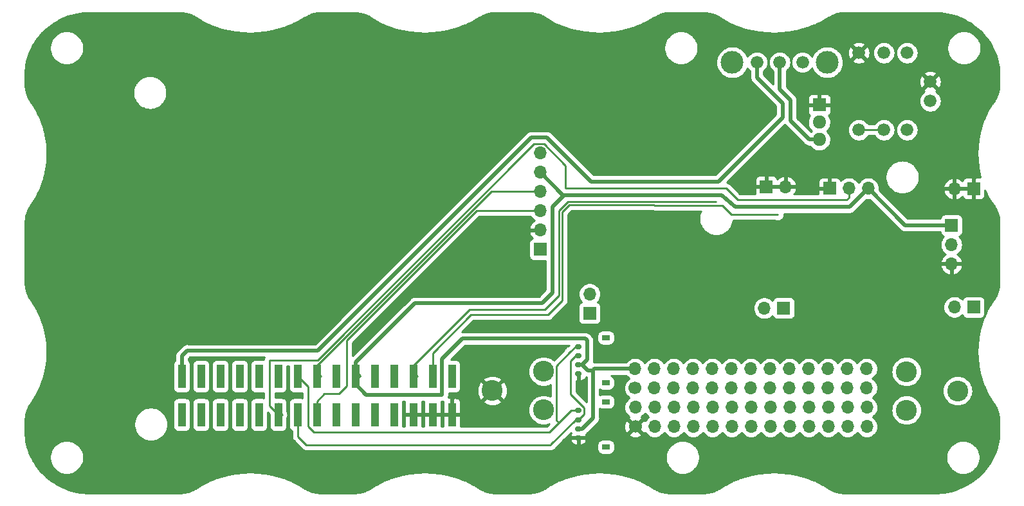
<source format=gtl>
G04 #@! TF.GenerationSoftware,KiCad,Pcbnew,6.99.0-unknown-fe82f2dd40~146~ubuntu20.04.1*
G04 #@! TF.CreationDate,2022-02-10T10:28:43+09:00*
G04 #@! TF.ProjectId,bGeigieZen V2,62476569-6769-4655-9a65-6e2056322e6b,V2.0.0*
G04 #@! TF.SameCoordinates,PX563e908PY447d14c*
G04 #@! TF.FileFunction,Copper,L1,Top*
G04 #@! TF.FilePolarity,Positive*
%FSLAX46Y46*%
G04 Gerber Fmt 4.6, Leading zero omitted, Abs format (unit mm)*
G04 Created by KiCad (PCBNEW 6.99.0-unknown-fe82f2dd40~146~ubuntu20.04.1) date 2022-02-10 10:28:43*
%MOMM*%
%LPD*%
G01*
G04 APERTURE LIST*
G04 Aperture macros list*
%AMRoundRect*
0 Rectangle with rounded corners*
0 $1 Rounding radius*
0 $2 $3 $4 $5 $6 $7 $8 $9 X,Y pos of 4 corners*
0 Add a 4 corners polygon primitive as box body*
4,1,4,$2,$3,$4,$5,$6,$7,$8,$9,$2,$3,0*
0 Add four circle primitives for the rounded corners*
1,1,$1+$1,$2,$3*
1,1,$1+$1,$4,$5*
1,1,$1+$1,$6,$7*
1,1,$1+$1,$8,$9*
0 Add four rect primitives between the rounded corners*
20,1,$1+$1,$2,$3,$4,$5,0*
20,1,$1+$1,$4,$5,$6,$7,0*
20,1,$1+$1,$6,$7,$8,$9,0*
20,1,$1+$1,$8,$9,$2,$3,0*%
G04 Aperture macros list end*
G04 #@! TA.AperFunction,ComponentPad*
%ADD10C,1.676400*%
G04 #@! TD*
G04 #@! TA.AperFunction,SMDPad,CuDef*
%ADD11R,1.000000X3.150000*%
G04 #@! TD*
G04 #@! TA.AperFunction,ComponentPad*
%ADD12R,1.700000X1.700000*%
G04 #@! TD*
G04 #@! TA.AperFunction,ComponentPad*
%ADD13O,1.700000X1.700000*%
G04 #@! TD*
G04 #@! TA.AperFunction,ComponentPad*
%ADD14C,3.000000*%
G04 #@! TD*
G04 #@! TA.AperFunction,ComponentPad*
%ADD15R,1.800000X1.717500*%
G04 #@! TD*
G04 #@! TA.AperFunction,ComponentPad*
%ADD16O,1.800000X1.717500*%
G04 #@! TD*
G04 #@! TA.AperFunction,ComponentPad*
%ADD17C,1.700000*%
G04 #@! TD*
G04 #@! TA.AperFunction,SMDPad,CuDef*
%ADD18RoundRect,0.150000X0.275000X-0.150000X0.275000X0.150000X-0.275000X0.150000X-0.275000X-0.150000X0*%
G04 #@! TD*
G04 #@! TA.AperFunction,SMDPad,CuDef*
%ADD19RoundRect,0.187500X0.362500X-0.187500X0.362500X0.187500X-0.362500X0.187500X-0.362500X-0.187500X0*%
G04 #@! TD*
G04 #@! TA.AperFunction,ComponentPad*
%ADD20C,2.743200*%
G04 #@! TD*
G04 #@! TA.AperFunction,ViaPad*
%ADD21C,0.300000*%
G04 #@! TD*
G04 #@! TA.AperFunction,Conductor*
%ADD22C,0.250000*%
G04 #@! TD*
G04 #@! TA.AperFunction,Conductor*
%ADD23C,0.500000*%
G04 #@! TD*
G04 #@! TA.AperFunction,Conductor*
%ADD24C,0.254000*%
G04 #@! TD*
G04 APERTURE END LIST*
D10*
X104485800Y-10936500D03*
X104485800Y-776500D03*
D11*
X50929199Y-43414499D03*
X50929199Y-48464499D03*
X48389199Y-43414499D03*
X48389199Y-48464499D03*
X45849199Y-43414499D03*
X45849199Y-48464499D03*
X43309199Y-43414499D03*
X43309199Y-48464499D03*
X40769199Y-43414499D03*
X40769199Y-48464499D03*
X38229199Y-43414499D03*
X38229199Y-48464499D03*
X35689199Y-43414499D03*
X35689199Y-48464499D03*
X33149199Y-43414499D03*
X33149199Y-48464499D03*
X30609199Y-43414499D03*
X30609199Y-48464499D03*
X28069199Y-43414499D03*
X28069199Y-48464499D03*
X25529199Y-43414499D03*
X25529199Y-48464499D03*
X22989199Y-43414499D03*
X22989199Y-48464499D03*
X20449199Y-43414499D03*
X20449199Y-48464499D03*
X17909199Y-43414499D03*
X17909199Y-48464499D03*
X15369199Y-43414499D03*
X15369199Y-48464499D03*
D12*
X119599199Y-18683499D03*
D13*
X117059199Y-18683499D03*
D12*
X62550799Y-26684499D03*
D13*
X62550799Y-24144499D03*
X62550799Y-21604499D03*
X62550799Y-19064499D03*
X62550799Y-16524499D03*
X62550799Y-13984499D03*
D10*
X97071800Y-2022500D03*
X94071800Y-2022500D03*
X91071800Y-2022500D03*
D14*
X100321800Y-2022500D03*
X87821800Y-2022500D03*
D10*
X113883800Y-7126500D03*
X113883800Y-4586500D03*
D12*
X119599199Y-34304499D03*
D13*
X117059199Y-34304499D03*
D10*
X110835800Y-10936500D03*
X110835800Y-776500D03*
D12*
X69043799Y-35109499D03*
D13*
X69043799Y-32569499D03*
D10*
X107787800Y-776500D03*
X107787800Y-10936500D03*
D12*
X100633799Y-18654499D03*
D13*
X103173799Y-18654499D03*
X105713799Y-18654499D03*
D12*
X116674199Y-23514499D03*
D13*
X116674199Y-26054499D03*
X116674199Y-28594499D03*
D15*
X99278799Y-7634499D03*
D16*
X99278799Y-9924499D03*
X99278799Y-12214499D03*
D12*
X94580199Y-34431499D03*
D13*
X92040199Y-34431499D03*
D17*
X75036800Y-44977500D03*
D13*
X75036799Y-42437499D03*
X77576799Y-44977499D03*
X77576799Y-42437499D03*
X80116799Y-44977499D03*
X80116799Y-42437499D03*
X82656799Y-44977499D03*
X82656799Y-42437499D03*
X85196799Y-44977499D03*
X85196799Y-42437499D03*
X87736799Y-44977499D03*
X87736799Y-42437499D03*
X90276799Y-44977499D03*
X90276799Y-42437499D03*
X92816799Y-44977499D03*
X92816799Y-42437499D03*
X95356799Y-44977499D03*
X95356799Y-42437499D03*
X97896799Y-44977499D03*
X97896799Y-42437499D03*
X100436799Y-44977499D03*
X100436799Y-42437499D03*
X102976799Y-44977499D03*
X102976799Y-42437499D03*
X105516799Y-44977499D03*
X105516799Y-42437499D03*
D18*
X67558800Y-43089500D03*
X67558800Y-41889500D03*
X67558800Y-40689500D03*
X67558800Y-39489500D03*
D19*
X71183800Y-44264500D03*
X71183800Y-38314500D03*
D17*
X75051800Y-50062500D03*
D13*
X75051799Y-47522499D03*
X77591799Y-50062499D03*
X77591799Y-47522499D03*
X80131799Y-50062499D03*
X80131799Y-47522499D03*
X82671799Y-50062499D03*
X82671799Y-47522499D03*
X85211799Y-50062499D03*
X85211799Y-47522499D03*
X87751799Y-50062499D03*
X87751799Y-47522499D03*
X90291799Y-50062499D03*
X90291799Y-47522499D03*
X92831799Y-50062499D03*
X92831799Y-47522499D03*
X95371799Y-50062499D03*
X95371799Y-47522499D03*
X97911799Y-50062499D03*
X97911799Y-47522499D03*
X100451799Y-50062499D03*
X100451799Y-47522499D03*
X102991799Y-50062499D03*
X102991799Y-47522499D03*
X105531799Y-50062499D03*
X105531799Y-47522499D03*
D18*
X67558800Y-51544500D03*
X67558800Y-50344500D03*
X67558800Y-49144500D03*
X67558800Y-47944500D03*
D19*
X71183800Y-52719500D03*
X71183800Y-46769500D03*
D12*
X92293799Y-18429499D03*
D13*
X94833799Y-18429499D03*
D20*
X117491800Y-45334500D03*
X56235800Y-45314500D03*
X62983800Y-42774500D03*
X62983800Y-47854500D03*
X110743800Y-42794500D03*
X110743800Y-47874500D03*
D21*
X67528800Y-44464500D03*
X57368800Y-27319500D03*
X85673900Y-20402900D03*
X66483632Y-40244332D03*
X66956632Y-40971332D03*
X93817800Y-22112500D03*
D22*
X67558800Y-43403428D02*
X67558800Y-43299500D01*
X33149200Y-42014100D02*
X33149200Y-43414500D01*
X33149200Y-42914500D02*
X33149200Y-42014200D01*
X33649200Y-43414500D02*
X33149200Y-42914500D01*
X56098800Y-19064500D02*
X33149200Y-42014100D01*
X56098800Y-19064500D02*
X62550800Y-19064500D01*
X37104689Y-38694329D02*
X54194518Y-21604500D01*
X36093222Y-45734500D02*
X37104689Y-44723033D01*
X34127800Y-45734500D02*
X36093222Y-45734500D01*
X33149200Y-46713100D02*
X34127800Y-45734500D01*
X37104689Y-44723033D02*
X37104689Y-38694329D01*
X33149200Y-48464500D02*
X33149200Y-46713100D01*
X54194518Y-21604500D02*
X62550800Y-21604500D01*
D23*
X65528800Y-19502500D02*
X62550800Y-16524500D01*
X49638711Y-41130967D02*
X49638711Y-45844589D01*
X49638711Y-45844589D02*
X39625267Y-45844589D01*
X69506687Y-48893726D02*
X69506687Y-42632387D01*
X105713800Y-18654500D02*
X103271800Y-21096500D01*
X64151100Y-32397800D02*
X64151100Y-21071500D01*
X46052200Y-33766200D02*
X62782700Y-33766200D01*
X62782700Y-33766200D02*
X64151100Y-32397800D01*
X38229200Y-42914500D02*
X38229200Y-41589200D01*
X103271800Y-21096500D02*
X88229800Y-21096500D01*
X38729200Y-43414500D02*
X38229200Y-42914500D01*
X68055913Y-41889500D02*
X67558800Y-41889500D01*
X68456038Y-38439980D02*
X52329698Y-38439980D01*
X39625267Y-45844589D02*
X38229200Y-44448522D01*
X52329698Y-38439980D02*
X49638711Y-41130967D01*
X68055913Y-50344500D02*
X69506687Y-48893726D01*
X68733320Y-41212093D02*
X68733320Y-38717262D01*
X86451800Y-19502500D02*
X65720100Y-19502500D01*
X38229200Y-41589200D02*
X46052200Y-33766200D01*
X69701574Y-42437500D02*
X69506687Y-42632387D01*
X68798800Y-42632387D02*
X68055913Y-41889500D01*
X68798800Y-42632387D02*
X69506687Y-42632387D01*
X116674200Y-23514500D02*
X110573800Y-23514500D01*
X68055913Y-41889500D02*
X68733320Y-41212093D01*
X110573800Y-23514500D02*
X105713800Y-18654500D01*
X68733320Y-38717262D02*
X68456038Y-38439980D01*
X75036800Y-42437500D02*
X69701574Y-42437500D01*
X65720100Y-19502500D02*
X65528800Y-19502500D01*
X65720100Y-19502500D02*
X64151100Y-21071500D01*
X88229800Y-21096500D02*
X86451800Y-19502500D01*
X67558800Y-50344500D02*
X68055913Y-50344500D01*
X38229200Y-44448522D02*
X38229200Y-43414500D01*
D22*
X102872370Y-20158011D02*
X103173800Y-19856581D01*
X103173800Y-18654500D02*
X103173800Y-18245478D01*
X26888800Y-41289500D02*
X33238082Y-41289500D01*
X63037299Y-12809989D02*
X65891038Y-15663728D01*
X28069200Y-46967100D02*
X28069200Y-47964500D01*
X88528069Y-20158011D02*
X102872370Y-20158011D01*
X26888800Y-47284100D02*
X26888800Y-41289500D01*
X28069200Y-47964500D02*
X28569200Y-48464500D01*
X65891038Y-15663728D02*
X65891038Y-18627980D01*
X28069200Y-48464500D02*
X26888800Y-47284100D01*
X61717594Y-12809989D02*
X63037299Y-12809989D01*
X86998038Y-18627980D02*
X88528069Y-20158011D01*
X65891038Y-18627980D02*
X86998038Y-18627980D01*
X103173800Y-19856581D02*
X103173800Y-18654500D01*
X33238082Y-41289500D02*
X61717594Y-12809989D01*
D23*
X94071800Y-5602500D02*
X94071800Y-2022500D01*
X95468800Y-9722000D02*
X95468800Y-6999500D01*
X99278800Y-12214500D02*
X97961300Y-12214500D01*
X97961300Y-12214500D02*
X95468800Y-9722000D01*
X95468800Y-6999500D02*
X94071800Y-5602500D01*
D22*
X65025620Y-32760038D02*
X63144938Y-34640720D01*
X66190400Y-20402900D02*
X65025620Y-21567680D01*
X85673900Y-20402900D02*
X66190400Y-20402900D01*
X65025620Y-21567680D02*
X65025620Y-32760038D01*
X45849200Y-42014200D02*
X45849200Y-42914500D01*
X63144938Y-34640720D02*
X53222680Y-34640720D01*
X45849200Y-42914500D02*
X46349200Y-43414500D01*
X53222680Y-34640720D02*
X45849200Y-42014200D01*
D23*
X16093800Y-40019500D02*
X16110062Y-40035762D01*
X33255062Y-40035762D02*
X61355356Y-11935469D01*
X94469280Y-9269020D02*
X94469280Y-7413514D01*
X85984840Y-17753460D02*
X94469280Y-9269020D01*
X16110062Y-40035762D02*
X33255062Y-40035762D01*
X69217528Y-17753460D02*
X85984840Y-17753460D01*
X15369200Y-40744100D02*
X16093800Y-40019500D01*
D22*
X15369200Y-42914500D02*
X15369200Y-42014200D01*
D23*
X94469280Y-7413514D02*
X91071800Y-4016034D01*
X91071800Y-4016034D02*
X91071800Y-2022500D01*
X63399537Y-11935469D02*
X69217528Y-17753460D01*
X61355356Y-11935469D02*
X63399537Y-11935469D01*
X15369200Y-43414500D02*
X15369200Y-40744100D01*
D22*
X64679911Y-42048053D02*
X66483632Y-40244332D01*
X65174280Y-49359020D02*
X64353800Y-50179500D01*
X66483632Y-40244332D02*
X67238464Y-39489500D01*
X63718800Y-50814500D02*
X32775178Y-50814500D01*
X32775178Y-50814500D02*
X31968800Y-50008122D01*
X31968800Y-44774100D02*
X30609200Y-43414500D01*
X66588800Y-47944500D02*
X64353800Y-50179500D01*
X64679911Y-49235611D02*
X64679911Y-42048053D01*
X64353800Y-50179500D02*
X63718800Y-50814500D01*
X67238464Y-39489500D02*
X67558800Y-39489500D01*
X64988800Y-49544500D02*
X64679911Y-49235611D01*
X31968800Y-50008122D02*
X31968800Y-44774100D01*
X67558800Y-47944500D02*
X66588800Y-47944500D01*
X66509280Y-41418684D02*
X66509280Y-45798908D01*
X67558800Y-40689500D02*
X67238464Y-40689500D01*
X67238464Y-49144500D02*
X67558800Y-49144500D01*
X66509280Y-45798908D02*
X68308320Y-47597948D01*
X68308320Y-48394980D02*
X67558800Y-49144500D01*
X30609200Y-51359900D02*
X31729280Y-52479980D01*
X68308320Y-47597948D02*
X68308320Y-48394980D01*
X67238464Y-40689500D02*
X66956632Y-40971332D01*
X30609200Y-48464500D02*
X30609200Y-51359900D01*
X63958320Y-52424644D02*
X63958320Y-52479980D01*
X66956632Y-40971332D02*
X66509280Y-41418684D01*
X31729280Y-52479980D02*
X63958320Y-52479980D01*
X67238464Y-49144500D02*
X63958320Y-52424644D01*
X63591800Y-35320500D02*
X65475140Y-33437160D01*
X77586791Y-20877411D02*
X86486711Y-20877411D01*
X107787800Y-10936500D02*
X104485800Y-10936500D01*
X77561800Y-20852420D02*
X77586791Y-20877411D01*
X65475140Y-21753878D02*
X66376598Y-20852420D01*
X48389200Y-43414500D02*
X48389200Y-40363100D01*
X66376598Y-20852420D02*
X77561800Y-20852420D01*
X53431800Y-35320500D02*
X63591800Y-35320500D01*
X48389200Y-40363100D02*
X53431800Y-35320500D01*
X86486711Y-20877411D02*
X87721800Y-22112500D01*
X65475140Y-33437160D02*
X65475140Y-21753878D01*
X87721800Y-22112500D02*
X93817800Y-22112500D01*
D24*
X15312849Y4508069D02*
X15443071Y4495504D01*
X15572757Y4478955D01*
X15701957Y4458434D01*
X15830401Y4434005D01*
X15958071Y4405683D01*
X16084728Y4373538D01*
X16210228Y4337615D01*
X16334576Y4297921D01*
X16457480Y4254553D01*
X16578904Y4207530D01*
X16698628Y4156933D01*
X16816609Y4102782D01*
X16932652Y4045159D01*
X17046647Y3984111D01*
X17157003Y3920539D01*
X17902224Y3454275D01*
X17916575Y3444070D01*
X17931936Y3434721D01*
X17940616Y3430254D01*
X17948896Y3425073D01*
X17964780Y3416648D01*
X17980892Y3409524D01*
X18753122Y3012069D01*
X18767476Y3003518D01*
X18783533Y2995445D01*
X18793409Y2991333D01*
X18802917Y2986440D01*
X18819444Y2979377D01*
X18835202Y2973935D01*
X19634972Y2640990D01*
X19649133Y2633987D01*
X19665772Y2627189D01*
X19676794Y2623579D01*
X19687490Y2619127D01*
X19704532Y2613421D01*
X19719830Y2609487D01*
X20542338Y2340148D01*
X20556207Y2334546D01*
X20573318Y2329018D01*
X20585376Y2326054D01*
X20597172Y2322191D01*
X20614614Y2317828D01*
X20629363Y2315240D01*
X21469921Y2108607D01*
X21483485Y2104251D01*
X21500951Y2099990D01*
X21513911Y2097793D01*
X21526679Y2094654D01*
X21544402Y2091618D01*
X21558569Y2090222D01*
X22412614Y1945429D01*
X22425855Y1942195D01*
X22443576Y1939186D01*
X22457277Y1937856D01*
X22470839Y1935557D01*
X22488730Y1933825D01*
X22502342Y1933483D01*
X23365345Y1849723D01*
X23378297Y1847502D01*
X23396181Y1845735D01*
X23410407Y1845350D01*
X23424575Y1843975D01*
X23442546Y1843520D01*
X23455682Y1844126D01*
X24323076Y1820655D01*
X24335838Y1819360D01*
X24353807Y1818825D01*
X24368347Y1819431D01*
X24382894Y1819037D01*
X24400854Y1819834D01*
X24413595Y1821315D01*
X25280916Y1857441D01*
X25293558Y1857024D01*
X25311518Y1857713D01*
X25326152Y1859326D01*
X25340871Y1859939D01*
X25358729Y1861967D01*
X25371161Y1864286D01*
X26233923Y1959376D01*
X26246553Y1959819D01*
X26264426Y1961729D01*
X26278934Y1964337D01*
X26293577Y1965951D01*
X26311260Y1969190D01*
X26323502Y1972349D01*
X27177185Y2125819D01*
X27189904Y2127141D01*
X27207611Y2130272D01*
X27221770Y2133834D01*
X27236124Y2136414D01*
X27253544Y2140848D01*
X27265668Y2144875D01*
X28105829Y2356209D01*
X28118706Y2358461D01*
X28136149Y2362813D01*
X28149737Y2367255D01*
X28163597Y2370741D01*
X28180675Y2376359D01*
X28192787Y2381327D01*
X29014832Y2650035D01*
X29027985Y2653310D01*
X29045075Y2658888D01*
X29057902Y2664113D01*
X29071052Y2668412D01*
X29087695Y2675201D01*
X29099826Y2681192D01*
X29899289Y3006882D01*
X29912729Y3011289D01*
X29929363Y3018093D01*
X29941247Y3023975D01*
X29953506Y3028970D01*
X29969624Y3036921D01*
X29981807Y3044053D01*
X30754097Y3426358D01*
X30767826Y3432032D01*
X30783908Y3440067D01*
X30794679Y3446446D01*
X30805903Y3452003D01*
X30821402Y3461107D01*
X30833644Y3469527D01*
X31573570Y3907801D01*
X31810300Y4027401D01*
X32063129Y4144990D01*
X32185341Y4197505D01*
X32310291Y4247900D01*
X32435117Y4294701D01*
X32559720Y4337636D01*
X32684137Y4376491D01*
X32808266Y4411017D01*
X32932041Y4440988D01*
X33055457Y4466205D01*
X33178517Y4486474D01*
X33301241Y4501609D01*
X33423756Y4511437D01*
X33549583Y4515890D01*
X38176798Y4515890D01*
X38296472Y4508068D01*
X38426684Y4495504D01*
X38556386Y4478953D01*
X38685578Y4458434D01*
X38814022Y4434005D01*
X38941692Y4405683D01*
X39068349Y4373538D01*
X39193839Y4337617D01*
X39318208Y4297917D01*
X39441103Y4254553D01*
X39562487Y4207545D01*
X39682262Y4156928D01*
X39800218Y4102789D01*
X39916294Y4045149D01*
X40030275Y3984109D01*
X40140565Y3920575D01*
X40885842Y3454275D01*
X40900194Y3444070D01*
X40915555Y3434721D01*
X40924235Y3430254D01*
X40932515Y3425073D01*
X40948399Y3416648D01*
X40964511Y3409524D01*
X41736741Y3012069D01*
X41751095Y3003518D01*
X41767152Y2995445D01*
X41777028Y2991333D01*
X41786536Y2986440D01*
X41803063Y2979377D01*
X41818821Y2973935D01*
X42618601Y2640986D01*
X42632752Y2633988D01*
X42649394Y2627189D01*
X42660399Y2623585D01*
X42671106Y2619128D01*
X42688154Y2613420D01*
X42703461Y2609484D01*
X43525960Y2340146D01*
X43539825Y2334546D01*
X43556936Y2329018D01*
X43568994Y2326054D01*
X43580790Y2322191D01*
X43598233Y2317828D01*
X43612980Y2315241D01*
X44453539Y2108607D01*
X44467103Y2104251D01*
X44484569Y2099990D01*
X44497529Y2097793D01*
X44510297Y2094654D01*
X44528020Y2091618D01*
X44542187Y2090222D01*
X45396232Y1945429D01*
X45409473Y1942195D01*
X45427194Y1939186D01*
X45440895Y1937856D01*
X45454457Y1935557D01*
X45472348Y1933825D01*
X45485960Y1933483D01*
X46348962Y1849723D01*
X46361914Y1847502D01*
X46379798Y1845735D01*
X46394024Y1845350D01*
X46408192Y1843975D01*
X46426163Y1843520D01*
X46439299Y1844126D01*
X47306693Y1820655D01*
X47319455Y1819360D01*
X47337424Y1818825D01*
X47351964Y1819431D01*
X47366511Y1819037D01*
X47384471Y1819834D01*
X47397212Y1821315D01*
X48264533Y1857441D01*
X48277175Y1857024D01*
X48295135Y1857713D01*
X48309769Y1859326D01*
X48324488Y1859939D01*
X48342346Y1861967D01*
X48354778Y1864286D01*
X49217540Y1959376D01*
X49230170Y1959819D01*
X49248043Y1961729D01*
X49262551Y1964337D01*
X49277194Y1965951D01*
X49294877Y1969190D01*
X49307119Y1972349D01*
X50160802Y2125819D01*
X50173521Y2127141D01*
X50191228Y2130272D01*
X50205387Y2133834D01*
X50219741Y2136414D01*
X50237167Y2140850D01*
X50249288Y2144876D01*
X51089445Y2356209D01*
X51102322Y2358461D01*
X51119765Y2362813D01*
X51133353Y2367255D01*
X51147213Y2370741D01*
X51164291Y2376359D01*
X51176403Y2381327D01*
X51998447Y2650035D01*
X52011600Y2653310D01*
X52028690Y2658888D01*
X52041517Y2664113D01*
X52054667Y2668412D01*
X52071307Y2675200D01*
X52083446Y2681195D01*
X52882908Y3006884D01*
X52896345Y3011291D01*
X52912981Y3018095D01*
X52924863Y3023977D01*
X52937117Y3028969D01*
X52953241Y3036922D01*
X52965437Y3044062D01*
X53737716Y3426360D01*
X53751443Y3432034D01*
X53767522Y3440067D01*
X53778303Y3446452D01*
X53789515Y3452003D01*
X53805016Y3461107D01*
X53817259Y3469527D01*
X54557166Y3907791D01*
X54793926Y4027406D01*
X55046715Y4144976D01*
X55169002Y4197524D01*
X55293890Y4247893D01*
X55418746Y4294705D01*
X55543329Y4337633D01*
X55667776Y4376498D01*
X55791871Y4411014D01*
X55915654Y4440986D01*
X56039104Y4466209D01*
X56162139Y4486474D01*
X56284861Y4501609D01*
X56407376Y4511437D01*
X56533203Y4515890D01*
X61160419Y4515890D01*
X61280091Y4508069D01*
X61410293Y4495506D01*
X61540016Y4478951D01*
X61669185Y4458435D01*
X61797670Y4433998D01*
X61925302Y4405685D01*
X62051966Y4373538D01*
X62177466Y4337615D01*
X62301825Y4297918D01*
X62424701Y4254560D01*
X62546103Y4207545D01*
X62665863Y4156934D01*
X62783856Y4102777D01*
X62899861Y4045173D01*
X63013888Y3984108D01*
X63124397Y3920447D01*
X63869467Y3454277D01*
X63883824Y3444068D01*
X63899176Y3434725D01*
X63907857Y3430256D01*
X63916149Y3425069D01*
X63932029Y3416647D01*
X63948134Y3409527D01*
X64720385Y3012059D01*
X64734725Y3003516D01*
X64750783Y2995443D01*
X64760654Y2991334D01*
X64770160Y2986441D01*
X64786688Y2979376D01*
X64802462Y2973928D01*
X65602229Y2640985D01*
X65616378Y2633987D01*
X65633024Y2627186D01*
X65644034Y2623581D01*
X65654732Y2619127D01*
X65671780Y2613419D01*
X65687080Y2609485D01*
X66509581Y2340146D01*
X66523452Y2334543D01*
X66540565Y2329015D01*
X66552619Y2326052D01*
X66564418Y2322188D01*
X66581865Y2317825D01*
X66596603Y2315240D01*
X67437181Y2108601D01*
X67450733Y2104249D01*
X67468200Y2099987D01*
X67481163Y2097790D01*
X67493925Y2094652D01*
X67511650Y2091615D01*
X67525827Y2090218D01*
X68379862Y1945425D01*
X68393103Y1942191D01*
X68410824Y1939183D01*
X68424510Y1937854D01*
X68438086Y1935553D01*
X68455977Y1933821D01*
X68469590Y1933479D01*
X69332593Y1849718D01*
X69345545Y1847497D01*
X69363429Y1845730D01*
X69377654Y1845345D01*
X69391822Y1843970D01*
X69409793Y1843515D01*
X69422928Y1844121D01*
X70290325Y1820649D01*
X70303087Y1819354D01*
X70321055Y1818819D01*
X70335595Y1819425D01*
X70350142Y1819031D01*
X70368102Y1819828D01*
X70380843Y1821309D01*
X71248165Y1857435D01*
X71260807Y1857018D01*
X71278766Y1857707D01*
X71293400Y1859320D01*
X71308120Y1859933D01*
X71325979Y1861961D01*
X71338414Y1864281D01*
X72201170Y1959368D01*
X72213800Y1959812D01*
X72231675Y1961723D01*
X72246173Y1964330D01*
X72260823Y1965944D01*
X72278513Y1969184D01*
X72290757Y1972344D01*
X73144427Y2125810D01*
X73157158Y2127134D01*
X73174860Y2130265D01*
X73189019Y2133827D01*
X73203373Y2136407D01*
X73220797Y2140842D01*
X73232925Y2144870D01*
X74073077Y2356203D01*
X74085955Y2358455D01*
X74103397Y2362807D01*
X74116985Y2367249D01*
X74130845Y2370735D01*
X74147926Y2376354D01*
X74160038Y2381322D01*
X74982096Y2650034D01*
X74995234Y2653306D01*
X75012327Y2658884D01*
X75025145Y2664106D01*
X75038297Y2668405D01*
X75054944Y2675196D01*
X75067090Y2681195D01*
X75866534Y3006877D01*
X75879974Y3011284D01*
X75896616Y3018090D01*
X75908497Y3023972D01*
X75920752Y3028964D01*
X75936877Y3036918D01*
X75949081Y3044063D01*
X76721340Y3426354D01*
X76735079Y3432033D01*
X76751161Y3440068D01*
X76761925Y3446444D01*
X76773149Y3452000D01*
X76788650Y3461105D01*
X76800897Y3469528D01*
X77540871Y3907833D01*
X77777547Y4027404D01*
X78030369Y4144990D01*
X78152581Y4197505D01*
X78277559Y4247911D01*
X78402354Y4294700D01*
X78526953Y4337633D01*
X78651400Y4376498D01*
X78775507Y4411017D01*
X78899259Y4440981D01*
X79022731Y4466209D01*
X79145769Y4486475D01*
X79268504Y4501610D01*
X79390981Y4511436D01*
X79516830Y4515890D01*
X84144039Y4515890D01*
X84263711Y4508069D01*
X84393917Y4495505D01*
X84523627Y4478952D01*
X84652810Y4458435D01*
X84781259Y4434005D01*
X84908929Y4405683D01*
X85035586Y4373538D01*
X85161086Y4337615D01*
X85285445Y4297918D01*
X85408321Y4254560D01*
X85529747Y4207536D01*
X85649485Y4156933D01*
X85767466Y4102782D01*
X85883481Y4045173D01*
X85997518Y3984102D01*
X86107989Y3920463D01*
X86853088Y3454276D01*
X86867446Y3444067D01*
X86882803Y3434721D01*
X86891493Y3430249D01*
X86899763Y3425074D01*
X86915649Y3416647D01*
X86931763Y3409523D01*
X87703989Y3012069D01*
X87718343Y3003518D01*
X87734400Y2995445D01*
X87744276Y2991333D01*
X87753784Y2986440D01*
X87770311Y2979377D01*
X87786069Y2973935D01*
X88585840Y2640990D01*
X88600001Y2633987D01*
X88616640Y2627189D01*
X88627662Y2623579D01*
X88638358Y2619127D01*
X88655399Y2613421D01*
X88670700Y2609486D01*
X89493206Y2340148D01*
X89507075Y2334546D01*
X89524186Y2329018D01*
X89536244Y2326054D01*
X89548040Y2322191D01*
X89565483Y2317828D01*
X89580230Y2315241D01*
X90420790Y2108607D01*
X90434354Y2104251D01*
X90451820Y2099990D01*
X90464780Y2097793D01*
X90477548Y2094654D01*
X90495271Y2091618D01*
X90509438Y2090222D01*
X91363484Y1945429D01*
X91376725Y1942195D01*
X91394446Y1939186D01*
X91408147Y1937856D01*
X91421709Y1935557D01*
X91439600Y1933825D01*
X91453212Y1933483D01*
X92316215Y1849723D01*
X92329167Y1847502D01*
X92347051Y1845735D01*
X92361277Y1845350D01*
X92375445Y1843975D01*
X92393416Y1843520D01*
X92406552Y1844126D01*
X93273947Y1820655D01*
X93286709Y1819360D01*
X93304678Y1818825D01*
X93319218Y1819431D01*
X93333765Y1819037D01*
X93351725Y1819834D01*
X93364466Y1821315D01*
X94231788Y1857441D01*
X94244430Y1857024D01*
X94262390Y1857713D01*
X94277024Y1859326D01*
X94291743Y1859939D01*
X94309601Y1861967D01*
X94322033Y1864286D01*
X95184782Y1959375D01*
X95197416Y1959818D01*
X95215292Y1961728D01*
X95229813Y1964338D01*
X95244453Y1965952D01*
X95262134Y1969191D01*
X95274374Y1972350D01*
X96128057Y2125819D01*
X96140776Y2127141D01*
X96158483Y2130272D01*
X96172642Y2133834D01*
X96186996Y2136414D01*
X96204422Y2140850D01*
X96216543Y2144876D01*
X97056700Y2356209D01*
X97069577Y2358461D01*
X97087020Y2362813D01*
X97100608Y2367255D01*
X97114468Y2370741D01*
X97131546Y2376359D01*
X97143658Y2381327D01*
X97965702Y2650035D01*
X97978855Y2653310D01*
X97995945Y2658888D01*
X98008772Y2664113D01*
X98021922Y2668412D01*
X98038565Y2675201D01*
X98050696Y2681192D01*
X98850170Y3006886D01*
X98863599Y3011290D01*
X98880237Y3018095D01*
X98892119Y3023977D01*
X98904373Y3028969D01*
X98920497Y3036922D01*
X98932693Y3044062D01*
X99704972Y3426360D01*
X99718699Y3432034D01*
X99734781Y3440069D01*
X99745545Y3446445D01*
X99756769Y3452001D01*
X99772272Y3461107D01*
X99784515Y3469527D01*
X100524444Y3907804D01*
X100761184Y4027404D01*
X101013987Y4144979D01*
X101136231Y4197507D01*
X101261145Y4247888D01*
X101385965Y4294686D01*
X101510622Y4337640D01*
X101635009Y4376486D01*
X101759147Y4411016D01*
X101882925Y4440987D01*
X102006314Y4466199D01*
X102129420Y4486476D01*
X102252110Y4501608D01*
X102374607Y4511435D01*
X102500461Y4515890D01*
X114470041Y4515890D01*
X114918690Y4512953D01*
X115332686Y4487810D01*
X115743079Y4440849D01*
X116149176Y4372668D01*
X116550360Y4283857D01*
X116945955Y4175014D01*
X117335273Y4046732D01*
X117717584Y3899633D01*
X118092182Y3734330D01*
X118458351Y3551448D01*
X118815316Y3351650D01*
X119162382Y3135563D01*
X119498754Y2903890D01*
X119823700Y2657305D01*
X120136511Y2396474D01*
X120436407Y2122138D01*
X120722697Y1834977D01*
X120994620Y1535749D01*
X121251527Y1225114D01*
X121492667Y903867D01*
X121717381Y572701D01*
X121924992Y232366D01*
X122114850Y-116415D01*
X122286335Y-472968D01*
X122438790Y-836509D01*
X122571632Y-1206397D01*
X122684278Y-1581997D01*
X122776120Y-1962601D01*
X122846593Y-2347630D01*
X122895116Y-2736508D01*
X122921104Y-3128697D01*
X122924151Y-3551008D01*
X122924151Y-5236499D01*
X122916276Y-5347165D01*
X122903436Y-5469346D01*
X122886497Y-5591158D01*
X122865500Y-5712485D01*
X122840462Y-5833284D01*
X122811445Y-5953314D01*
X122778470Y-6072522D01*
X122741577Y-6190782D01*
X122700816Y-6307944D01*
X122656222Y-6423901D01*
X122607826Y-6538558D01*
X122555716Y-6651697D01*
X122499898Y-6763279D01*
X122440443Y-6873138D01*
X122377362Y-6981215D01*
X122315230Y-7080177D01*
X122084433Y-7403732D01*
X122081415Y-7407176D01*
X122070557Y-7421509D01*
X122058135Y-7440598D01*
X122044897Y-7459157D01*
X122035528Y-7474500D01*
X122033422Y-7478578D01*
X121821195Y-7804721D01*
X121814436Y-7813492D01*
X121804506Y-7828480D01*
X121796498Y-7842672D01*
X121787603Y-7856342D01*
X121778899Y-7872069D01*
X121774237Y-7882126D01*
X121359701Y-8616809D01*
X121350318Y-8631329D01*
X121341661Y-8647088D01*
X121337455Y-8656237D01*
X121332498Y-8665022D01*
X121324804Y-8681269D01*
X121318535Y-8697387D01*
X120965494Y-9465286D01*
X120957566Y-9480054D01*
X120950213Y-9496464D01*
X120946568Y-9506455D01*
X120942133Y-9516100D01*
X120935807Y-9532929D01*
X120931049Y-9548981D01*
X120642584Y-10339512D01*
X120636055Y-10354404D01*
X120630032Y-10371336D01*
X120627063Y-10382045D01*
X120623248Y-10392502D01*
X120618308Y-10409782D01*
X120614964Y-10425697D01*
X120390866Y-11234208D01*
X120385652Y-11249185D01*
X120380967Y-11266545D01*
X120378766Y-11277860D01*
X120375688Y-11288963D01*
X120372135Y-11306585D01*
X120370119Y-11322294D01*
X120210187Y-12144276D01*
X120206224Y-12159315D01*
X120202895Y-12176978D01*
X120201539Y-12188727D01*
X120199279Y-12200342D01*
X120197113Y-12218190D01*
X120196345Y-12233726D01*
X120100447Y-13064610D01*
X120097679Y-13079730D01*
X120095712Y-13097603D01*
X120095253Y-13109610D01*
X120093875Y-13121546D01*
X120093093Y-13139511D01*
X120093522Y-13154864D01*
X120061562Y-13990230D01*
X120059965Y-14005447D01*
X120059369Y-14023411D01*
X120059831Y-14035484D01*
X120059369Y-14047555D01*
X120059965Y-14065522D01*
X120061562Y-14080738D01*
X120093516Y-14916102D01*
X120093087Y-14931458D01*
X120093869Y-14949420D01*
X120095247Y-14961356D01*
X120095706Y-14973368D01*
X120097673Y-14991236D01*
X120100438Y-15006346D01*
X120196332Y-15837245D01*
X120197100Y-15852784D01*
X120199266Y-15870630D01*
X120201525Y-15882243D01*
X120202882Y-15893997D01*
X120206212Y-15911664D01*
X120210176Y-15926702D01*
X120370100Y-16748667D01*
X120372117Y-16764393D01*
X120375672Y-16782022D01*
X120378752Y-16793133D01*
X120380951Y-16804437D01*
X120385635Y-16821798D01*
X120390848Y-16836775D01*
X120491384Y-17199500D01*
X119853200Y-17199500D01*
X119785079Y-17219502D01*
X119738586Y-17273158D01*
X119727200Y-17325500D01*
X119727200Y-20041500D01*
X119747202Y-20109621D01*
X119800858Y-20156114D01*
X119853200Y-20167500D01*
X120497790Y-20167500D01*
X120511259Y-20166778D01*
X120571763Y-20160273D01*
X120602326Y-20153051D01*
X120739194Y-20102002D01*
X120770671Y-20084814D01*
X120887613Y-19997272D01*
X120912972Y-19971913D01*
X121000514Y-19854971D01*
X121017702Y-19823494D01*
X121068751Y-19686626D01*
X121075973Y-19656063D01*
X121082478Y-19595559D01*
X121083200Y-19582090D01*
X121083200Y-18861799D01*
X121318513Y-19373635D01*
X121324785Y-19389763D01*
X121332479Y-19406008D01*
X121337429Y-19414781D01*
X121341643Y-19423947D01*
X121350299Y-19439703D01*
X121359693Y-19454239D01*
X121774223Y-20188922D01*
X121778885Y-20198980D01*
X121787591Y-20214711D01*
X121796485Y-20228379D01*
X121804494Y-20242574D01*
X121814424Y-20257563D01*
X121821184Y-20266336D01*
X122033416Y-20592494D01*
X122035521Y-20596570D01*
X122044888Y-20611910D01*
X122058127Y-20630471D01*
X122070549Y-20649560D01*
X122081401Y-20663887D01*
X122084421Y-20667332D01*
X122308012Y-20980788D01*
X122433585Y-21198933D01*
X122496298Y-21314458D01*
X122557011Y-21431911D01*
X122614252Y-21549181D01*
X122667583Y-21666011D01*
X122716694Y-21782359D01*
X122761264Y-21898115D01*
X122800953Y-22013034D01*
X122835524Y-22127086D01*
X122864738Y-22240165D01*
X122888403Y-22352264D01*
X122906336Y-22463354D01*
X122918388Y-22573585D01*
X122924398Y-22683081D01*
X122924222Y-22774534D01*
X122924136Y-22775736D01*
X122924136Y-22819164D01*
X122924082Y-22847182D01*
X122924136Y-22847958D01*
X122924136Y-31361196D01*
X122916261Y-31471870D01*
X122903419Y-31594049D01*
X122886482Y-31715864D01*
X122865484Y-31837192D01*
X122840452Y-31957963D01*
X122811425Y-32078027D01*
X122778451Y-32197224D01*
X122741553Y-32315501D01*
X122700794Y-32432652D01*
X122656191Y-32548628D01*
X122607813Y-32663241D01*
X122555683Y-32776417D01*
X122499879Y-32887971D01*
X122440398Y-32997874D01*
X122377333Y-33105925D01*
X122315214Y-33204866D01*
X122084401Y-33528447D01*
X122081382Y-33531891D01*
X122070525Y-33546224D01*
X122058101Y-33565317D01*
X122044867Y-33583870D01*
X122035496Y-33599217D01*
X122033394Y-33603287D01*
X121821168Y-33929433D01*
X121814407Y-33938208D01*
X121804480Y-33953193D01*
X121796472Y-33967385D01*
X121787574Y-33981060D01*
X121778871Y-33996787D01*
X121774211Y-34006839D01*
X121359688Y-34741510D01*
X121350296Y-34756043D01*
X121341638Y-34771804D01*
X121337431Y-34780956D01*
X121332477Y-34789735D01*
X121324780Y-34805987D01*
X121318510Y-34822110D01*
X120965464Y-35590020D01*
X120957545Y-35604771D01*
X120950193Y-35621178D01*
X120946552Y-35631157D01*
X120942111Y-35640816D01*
X120935785Y-35657645D01*
X120931023Y-35673712D01*
X120642571Y-36464214D01*
X120636038Y-36479116D01*
X120630012Y-36496055D01*
X120627040Y-36506779D01*
X120623233Y-36517211D01*
X120618290Y-36534499D01*
X120614949Y-36550402D01*
X120390852Y-37358915D01*
X120385637Y-37373898D01*
X120380954Y-37391252D01*
X120378751Y-37402576D01*
X120375673Y-37413680D01*
X120372120Y-37431300D01*
X120370104Y-37447015D01*
X120210175Y-38268981D01*
X120206211Y-38284024D01*
X120202882Y-38301689D01*
X120201525Y-38313445D01*
X120199267Y-38325051D01*
X120197100Y-38342900D01*
X120196332Y-38358438D01*
X120100436Y-39189316D01*
X120097668Y-39204437D01*
X120095701Y-39222310D01*
X120095242Y-39234318D01*
X120093864Y-39246254D01*
X120093082Y-39264219D01*
X120093511Y-39279572D01*
X120061552Y-40114935D01*
X120059955Y-40130152D01*
X120059359Y-40148117D01*
X120059821Y-40160191D01*
X120059359Y-40172263D01*
X120059955Y-40190229D01*
X120061552Y-40205445D01*
X120093505Y-41040806D01*
X120093076Y-41056163D01*
X120093858Y-41074125D01*
X120095236Y-41086061D01*
X120095695Y-41098073D01*
X120097662Y-41115944D01*
X120100430Y-41131064D01*
X120196323Y-41961966D01*
X120197090Y-41977489D01*
X120199255Y-41995334D01*
X120201515Y-42006948D01*
X120202871Y-42018701D01*
X120206201Y-42036368D01*
X120210165Y-42051406D01*
X120370086Y-42873373D01*
X120372104Y-42889099D01*
X120375658Y-42906722D01*
X120378737Y-42917830D01*
X120380937Y-42929139D01*
X120385621Y-42946499D01*
X120390836Y-42961480D01*
X120614930Y-43770008D01*
X120618272Y-43785914D01*
X120623215Y-43803205D01*
X120627024Y-43813643D01*
X120629993Y-43824356D01*
X120636020Y-43841299D01*
X120642552Y-43856199D01*
X120931005Y-44646719D01*
X120935766Y-44662785D01*
X120942091Y-44679614D01*
X120946531Y-44689273D01*
X120950175Y-44699258D01*
X120957528Y-44715665D01*
X120965451Y-44730422D01*
X121318487Y-45498334D01*
X121324763Y-45514470D01*
X121332457Y-45530717D01*
X121337418Y-45539510D01*
X121341622Y-45548654D01*
X121350277Y-45564410D01*
X121359661Y-45578931D01*
X121774202Y-46313648D01*
X121778858Y-46323693D01*
X121787561Y-46339420D01*
X121796453Y-46353086D01*
X121804468Y-46367291D01*
X121814395Y-46382275D01*
X121821152Y-46391044D01*
X122033392Y-46717223D01*
X122035489Y-46721282D01*
X122044858Y-46736626D01*
X122058078Y-46755160D01*
X122070516Y-46774275D01*
X122081370Y-46788604D01*
X122084393Y-46792053D01*
X122316406Y-47117325D01*
X122380005Y-47217166D01*
X122442805Y-47323747D01*
X122501913Y-47432444D01*
X122557257Y-47543020D01*
X122608876Y-47655465D01*
X122656711Y-47769565D01*
X122700799Y-47885312D01*
X122741052Y-48002382D01*
X122777535Y-48120880D01*
X122810186Y-48240512D01*
X122838998Y-48361169D01*
X122863978Y-48482791D01*
X122885094Y-48605129D01*
X122902352Y-48728141D01*
X122915732Y-48851596D01*
X122924136Y-48961059D01*
X122924136Y-50739818D01*
X122921088Y-51161932D01*
X122895101Y-51554070D01*
X122846585Y-51942888D01*
X122776122Y-52327878D01*
X122684288Y-52708465D01*
X122571668Y-53084005D01*
X122438844Y-53453872D01*
X122286401Y-53817415D01*
X122114933Y-54173964D01*
X121925115Y-54522713D01*
X121717509Y-54863078D01*
X121492823Y-55194238D01*
X121251710Y-55515487D01*
X120994836Y-55826117D01*
X120722913Y-56125379D01*
X120436639Y-56412559D01*
X120136758Y-56686910D01*
X119823984Y-56947735D01*
X119499038Y-57194344D01*
X119162693Y-57426017D01*
X118815623Y-57642121D01*
X118458679Y-57841917D01*
X118092506Y-58024807D01*
X117717905Y-58190110D01*
X117335592Y-58337205D01*
X116946254Y-58465481D01*
X116550635Y-58574314D01*
X116149432Y-58663107D01*
X115743287Y-58731266D01*
X115332881Y-58778197D01*
X114918796Y-58803307D01*
X114491108Y-58806061D01*
X102509761Y-58806061D01*
X102389897Y-58798299D01*
X102259770Y-58785812D01*
X102130063Y-58769323D01*
X102000952Y-58748871D01*
X101872452Y-58724479D01*
X101744884Y-58696221D01*
X101618207Y-58664104D01*
X101492751Y-58628221D01*
X101368441Y-58588562D01*
X101245561Y-58545219D01*
X101124185Y-58498224D01*
X101004449Y-58447626D01*
X100886485Y-58393482D01*
X100770491Y-58335874D01*
X100656507Y-58274820D01*
X100545974Y-58211128D01*
X99801333Y-57745402D01*
X99787662Y-57735632D01*
X99772329Y-57726250D01*
X99762925Y-57721381D01*
X99753958Y-57715773D01*
X99738075Y-57707351D01*
X99722703Y-57700558D01*
X98950925Y-57300988D01*
X98937257Y-57292758D01*
X98921236Y-57284608D01*
X98910711Y-57280168D01*
X98900559Y-57274912D01*
X98884043Y-57267806D01*
X98868982Y-57262564D01*
X98068974Y-56925078D01*
X98055395Y-56918250D01*
X98038799Y-56911341D01*
X98027226Y-56907466D01*
X98015999Y-56902730D01*
X97998982Y-56896943D01*
X97984304Y-56893094D01*
X97160853Y-56617385D01*
X97147440Y-56611843D01*
X97130378Y-56606181D01*
X97117942Y-56603018D01*
X97105735Y-56598931D01*
X97088326Y-56594455D01*
X97074033Y-56591850D01*
X96231954Y-56377686D01*
X96218667Y-56373291D01*
X96201243Y-56368878D01*
X96188068Y-56366525D01*
X96175097Y-56363227D01*
X96157407Y-56360051D01*
X96143491Y-56358567D01*
X95287473Y-56205741D01*
X95274267Y-56202393D01*
X95256569Y-56199229D01*
X95242860Y-56197777D01*
X95229332Y-56195362D01*
X95211455Y-56193472D01*
X95197849Y-56193011D01*
X94332544Y-56101373D01*
X94319374Y-56099005D01*
X94301501Y-56097095D01*
X94287509Y-56096604D01*
X94273583Y-56095129D01*
X94255616Y-56094516D01*
X94242245Y-56095015D01*
X93372319Y-56064477D01*
X93359085Y-56063046D01*
X93341122Y-56062394D01*
X93327049Y-56062888D01*
X93312978Y-56062394D01*
X93295013Y-56063046D01*
X93281780Y-56064477D01*
X92411855Y-56095009D01*
X92398478Y-56094510D01*
X92380515Y-56095122D01*
X92366574Y-56096598D01*
X92352594Y-56097089D01*
X92334719Y-56099000D01*
X92321558Y-56101366D01*
X91456260Y-56192999D01*
X91442641Y-56193460D01*
X91424765Y-56195349D01*
X91411208Y-56197769D01*
X91397518Y-56199219D01*
X91379821Y-56202383D01*
X91366632Y-56205727D01*
X90510592Y-56358551D01*
X90496678Y-56360035D01*
X90478979Y-56363213D01*
X90466020Y-56366509D01*
X90452844Y-56368861D01*
X90435417Y-56373274D01*
X90422115Y-56377674D01*
X89580020Y-56591835D01*
X89565745Y-56594437D01*
X89548332Y-56598914D01*
X89536156Y-56602991D01*
X89523690Y-56606161D01*
X89506626Y-56611824D01*
X89493185Y-56617378D01*
X88669761Y-56893072D01*
X88655070Y-56896923D01*
X88638052Y-56902710D01*
X88626820Y-56907448D01*
X88615250Y-56911322D01*
X88598657Y-56918230D01*
X88585080Y-56925056D01*
X87785053Y-57262544D01*
X87769983Y-57267789D01*
X87753468Y-57274895D01*
X87743320Y-57280149D01*
X87732792Y-57284590D01*
X87716767Y-57292742D01*
X87703102Y-57300970D01*
X86931294Y-57700550D01*
X86915932Y-57707338D01*
X86900049Y-57715759D01*
X86891072Y-57721373D01*
X86881670Y-57726241D01*
X86866339Y-57735622D01*
X86852671Y-57745390D01*
X86112469Y-58208329D01*
X86000525Y-58271703D01*
X85884894Y-58332897D01*
X85767505Y-58390800D01*
X85648498Y-58445314D01*
X85527875Y-58496408D01*
X85406016Y-58543888D01*
X85282795Y-58587770D01*
X85158434Y-58627935D01*
X85033069Y-58664301D01*
X84906851Y-58696784D01*
X84779820Y-58725332D01*
X84652197Y-58749851D01*
X84523978Y-58770291D01*
X84395367Y-58786573D01*
X84266417Y-58798637D01*
X84145677Y-58805908D01*
X79526135Y-58805908D01*
X79406285Y-58798146D01*
X79276157Y-58785660D01*
X79146423Y-58769167D01*
X79017306Y-58748714D01*
X78888858Y-58724331D01*
X78761283Y-58696071D01*
X78634634Y-58663962D01*
X78509095Y-58628055D01*
X78384838Y-58588413D01*
X78261933Y-58545061D01*
X78140560Y-58498066D01*
X78020835Y-58447476D01*
X77902887Y-58393339D01*
X77786831Y-58335703D01*
X77672886Y-58274670D01*
X77562555Y-58211095D01*
X76817722Y-57745250D01*
X76804051Y-57735480D01*
X76788718Y-57726098D01*
X76779314Y-57721229D01*
X76770347Y-57715621D01*
X76754464Y-57707199D01*
X76739092Y-57700406D01*
X75967331Y-57300845D01*
X75953651Y-57292607D01*
X75937630Y-57284457D01*
X75927093Y-57280012D01*
X75916947Y-57274759D01*
X75900434Y-57267654D01*
X75885373Y-57262412D01*
X75085349Y-56924917D01*
X75071786Y-56918098D01*
X75055188Y-56911188D01*
X75043627Y-56907317D01*
X75032393Y-56902578D01*
X75015372Y-56896789D01*
X75000684Y-56892938D01*
X74177251Y-56617235D01*
X74163831Y-56611690D01*
X74146771Y-56606029D01*
X74134331Y-56602865D01*
X74122127Y-56598779D01*
X74104717Y-56594302D01*
X74090417Y-56591695D01*
X73248338Y-56377531D01*
X73235058Y-56373138D01*
X73217636Y-56368725D01*
X73204461Y-56366372D01*
X73191490Y-56363074D01*
X73173800Y-56359898D01*
X73159883Y-56358414D01*
X72303874Y-56205590D01*
X72290666Y-56202241D01*
X72272969Y-56199077D01*
X72259256Y-56197624D01*
X72245719Y-56195208D01*
X72227848Y-56193319D01*
X72214243Y-56192858D01*
X71348938Y-56101220D01*
X71335768Y-56098852D01*
X71317895Y-56096942D01*
X71303903Y-56096451D01*
X71289977Y-56094976D01*
X71272010Y-56094363D01*
X71258638Y-56094862D01*
X70388714Y-56064325D01*
X70375480Y-56062894D01*
X70357517Y-56062242D01*
X70343443Y-56062736D01*
X70329372Y-56062242D01*
X70311405Y-56062894D01*
X70298172Y-56064325D01*
X69428251Y-56094856D01*
X69414873Y-56094357D01*
X69396910Y-56094969D01*
X69382969Y-56096445D01*
X69368989Y-56096936D01*
X69351114Y-56098847D01*
X69337953Y-56101213D01*
X68472653Y-56192847D01*
X68459035Y-56193308D01*
X68441159Y-56195197D01*
X68427599Y-56197618D01*
X68413914Y-56199067D01*
X68396220Y-56202230D01*
X68383029Y-56205574D01*
X67526986Y-56358399D01*
X67513073Y-56359883D01*
X67495374Y-56363061D01*
X67482415Y-56366357D01*
X67469239Y-56368709D01*
X67451806Y-56373124D01*
X67438507Y-56377524D01*
X66596423Y-56591682D01*
X66582137Y-56594286D01*
X66564728Y-56598762D01*
X66552540Y-56602843D01*
X66540086Y-56606010D01*
X66523027Y-56611671D01*
X66509594Y-56617221D01*
X65686157Y-56892920D01*
X65671466Y-56896771D01*
X65654448Y-56902558D01*
X65643216Y-56907296D01*
X65631646Y-56911170D01*
X65615053Y-56918078D01*
X65601477Y-56924904D01*
X64801443Y-57262394D01*
X64786377Y-57267638D01*
X64769867Y-57274742D01*
X64759724Y-57279993D01*
X64749185Y-57284439D01*
X64733165Y-57292589D01*
X64719503Y-57300815D01*
X63947675Y-57700403D01*
X63932325Y-57707186D01*
X63916440Y-57715608D01*
X63907471Y-57721218D01*
X63898069Y-57726085D01*
X63882733Y-57735468D01*
X63869047Y-57745249D01*
X63126361Y-58209742D01*
X63016913Y-58271703D01*
X62901296Y-58332890D01*
X62783896Y-58390798D01*
X62664882Y-58445317D01*
X62544275Y-58496404D01*
X62422364Y-58543904D01*
X62299227Y-58587757D01*
X62174825Y-58627935D01*
X62049460Y-58664301D01*
X61923242Y-58696784D01*
X61796211Y-58725332D01*
X61668588Y-58749851D01*
X61540369Y-58770291D01*
X61411761Y-58786573D01*
X61282807Y-58798637D01*
X61162067Y-58805908D01*
X56542515Y-58805908D01*
X56422665Y-58798146D01*
X56292541Y-58785661D01*
X56162804Y-58769166D01*
X56033680Y-58748713D01*
X55905254Y-58724334D01*
X55777649Y-58696068D01*
X55650987Y-58663955D01*
X55525504Y-58628065D01*
X55401204Y-58588408D01*
X55278332Y-58545068D01*
X55156942Y-58498066D01*
X55037189Y-58447464D01*
X54919281Y-58393345D01*
X54803257Y-58335726D01*
X54689268Y-58274668D01*
X54578790Y-58211009D01*
X53834095Y-57745250D01*
X53820424Y-57735480D01*
X53805091Y-57726098D01*
X53795687Y-57721229D01*
X53786720Y-57715621D01*
X53770837Y-57707199D01*
X53755465Y-57700406D01*
X52983704Y-57300845D01*
X52970024Y-57292607D01*
X52954003Y-57284457D01*
X52943466Y-57280012D01*
X52933320Y-57274759D01*
X52916807Y-57267654D01*
X52901746Y-57262412D01*
X52101722Y-56924917D01*
X52088159Y-56918098D01*
X52071561Y-56911188D01*
X52060000Y-56907317D01*
X52048766Y-56902578D01*
X52031747Y-56896790D01*
X52017065Y-56892940D01*
X51193625Y-56617235D01*
X51180205Y-56611690D01*
X51163145Y-56606029D01*
X51150705Y-56602865D01*
X51138501Y-56598779D01*
X51121091Y-56594302D01*
X51106791Y-56591695D01*
X50264712Y-56377531D01*
X50251432Y-56373138D01*
X50234010Y-56368725D01*
X50220835Y-56366372D01*
X50207864Y-56363074D01*
X50190174Y-56359898D01*
X50176257Y-56358414D01*
X49320248Y-56205590D01*
X49307040Y-56202241D01*
X49289343Y-56199077D01*
X49275630Y-56197624D01*
X49262093Y-56195208D01*
X49244222Y-56193319D01*
X49230617Y-56192858D01*
X48365313Y-56101220D01*
X48352143Y-56098852D01*
X48334270Y-56096942D01*
X48320278Y-56096451D01*
X48306352Y-56094976D01*
X48288385Y-56094363D01*
X48275013Y-56094862D01*
X47405089Y-56064325D01*
X47391855Y-56062894D01*
X47373892Y-56062242D01*
X47359818Y-56062736D01*
X47345747Y-56062242D01*
X47327780Y-56062894D01*
X47314547Y-56064325D01*
X46444627Y-56094856D01*
X46431249Y-56094357D01*
X46413286Y-56094969D01*
X46399345Y-56096445D01*
X46385365Y-56096936D01*
X46367490Y-56098847D01*
X46354329Y-56101213D01*
X45489029Y-56192847D01*
X45475411Y-56193308D01*
X45457535Y-56195197D01*
X45443975Y-56197618D01*
X45430290Y-56199067D01*
X45412596Y-56202230D01*
X45399405Y-56205574D01*
X44543362Y-56358399D01*
X44529450Y-56359883D01*
X44511751Y-56363061D01*
X44498792Y-56366357D01*
X44485616Y-56368709D01*
X44468183Y-56373124D01*
X44454884Y-56377524D01*
X43612800Y-56591682D01*
X43598514Y-56594286D01*
X43581105Y-56598762D01*
X43568917Y-56602843D01*
X43556463Y-56606010D01*
X43539398Y-56611674D01*
X43525975Y-56617221D01*
X42702525Y-56892923D01*
X42687846Y-56896771D01*
X42670826Y-56902558D01*
X42659594Y-56907296D01*
X42648024Y-56911170D01*
X42631426Y-56918081D01*
X42617858Y-56924903D01*
X41817823Y-57262394D01*
X41802759Y-57267637D01*
X41786243Y-57274744D01*
X41776101Y-57279995D01*
X41765568Y-57284438D01*
X41749542Y-57292590D01*
X41735872Y-57300821D01*
X40964073Y-57700394D01*
X40948704Y-57707186D01*
X40932818Y-57715609D01*
X40923839Y-57721225D01*
X40914451Y-57726085D01*
X40899112Y-57735471D01*
X40885450Y-57745236D01*
X40142741Y-58209742D01*
X40033287Y-58271706D01*
X39917656Y-58332900D01*
X39800283Y-58390795D01*
X39681263Y-58445316D01*
X39560654Y-58496403D01*
X39438782Y-58543888D01*
X39315561Y-58587770D01*
X39191200Y-58627935D01*
X39065835Y-58664301D01*
X38939595Y-58696790D01*
X38812582Y-58725333D01*
X38684979Y-58749847D01*
X38556737Y-58770292D01*
X38428132Y-58786573D01*
X38299178Y-58798638D01*
X38178440Y-58805908D01*
X33558888Y-58805908D01*
X33439038Y-58798146D01*
X33308914Y-58785661D01*
X33179177Y-58769166D01*
X33050053Y-58748713D01*
X32921627Y-58724334D01*
X32794022Y-58696068D01*
X32667349Y-58663952D01*
X32541882Y-58628066D01*
X32417592Y-58588413D01*
X32294685Y-58545060D01*
X32173297Y-58498059D01*
X32053583Y-58447473D01*
X31935650Y-58393342D01*
X31819634Y-58335727D01*
X31705651Y-58274672D01*
X31595207Y-58211032D01*
X30850454Y-57745237D01*
X30836802Y-57735480D01*
X30821471Y-57726099D01*
X30812084Y-57721239D01*
X30803098Y-57715619D01*
X30787217Y-57707199D01*
X30771841Y-57700404D01*
X30000083Y-57300845D01*
X29986403Y-57292607D01*
X29970382Y-57284457D01*
X29959845Y-57280012D01*
X29949699Y-57274759D01*
X29933186Y-57267654D01*
X29918125Y-57262412D01*
X29118101Y-56924917D01*
X29104538Y-56918098D01*
X29087940Y-56911188D01*
X29076379Y-56907317D01*
X29065145Y-56902578D01*
X29048124Y-56896789D01*
X29033436Y-56892938D01*
X28210003Y-56617235D01*
X28196583Y-56611690D01*
X28179523Y-56606029D01*
X28167083Y-56602865D01*
X28154879Y-56598779D01*
X28137469Y-56594302D01*
X28123169Y-56591695D01*
X27281089Y-56377531D01*
X27267809Y-56373138D01*
X27250387Y-56368725D01*
X27237212Y-56366372D01*
X27224241Y-56363074D01*
X27206551Y-56359898D01*
X27192634Y-56358414D01*
X26336619Y-56205589D01*
X26323416Y-56202241D01*
X26305721Y-56199077D01*
X26292008Y-56197624D01*
X26278471Y-56195208D01*
X26260600Y-56193319D01*
X26246995Y-56192858D01*
X25381690Y-56101220D01*
X25368520Y-56098852D01*
X25350647Y-56096942D01*
X25336655Y-56096451D01*
X25322729Y-56094976D01*
X25304762Y-56094363D01*
X25291390Y-56094862D01*
X24421466Y-56064325D01*
X24408232Y-56062894D01*
X24390269Y-56062242D01*
X24376195Y-56062736D01*
X24362124Y-56062242D01*
X24344157Y-56062894D01*
X24330924Y-56064325D01*
X23461003Y-56094856D01*
X23447625Y-56094357D01*
X23429662Y-56094969D01*
X23415721Y-56096445D01*
X23401741Y-56096936D01*
X23383866Y-56098847D01*
X23370705Y-56101213D01*
X22505405Y-56192847D01*
X22491787Y-56193308D01*
X22473911Y-56195197D01*
X22460351Y-56197618D01*
X22446666Y-56199067D01*
X22428972Y-56202230D01*
X22415781Y-56205574D01*
X21559738Y-56358399D01*
X21545826Y-56359883D01*
X21528127Y-56363061D01*
X21515168Y-56366357D01*
X21501992Y-56368709D01*
X21484559Y-56373124D01*
X21471260Y-56377524D01*
X20629176Y-56591682D01*
X20614890Y-56594286D01*
X20597481Y-56598762D01*
X20585293Y-56602843D01*
X20572839Y-56606010D01*
X20555780Y-56611671D01*
X20542347Y-56617221D01*
X19718900Y-56892923D01*
X19704221Y-56896771D01*
X19687201Y-56902558D01*
X19675969Y-56907296D01*
X19664399Y-56911170D01*
X19647801Y-56918081D01*
X19634233Y-56924903D01*
X18834198Y-57262394D01*
X18819134Y-57267637D01*
X18802618Y-57274744D01*
X18792476Y-57279995D01*
X18781943Y-57284438D01*
X18765917Y-57292590D01*
X18752247Y-57300821D01*
X17980448Y-57700394D01*
X17965079Y-57707186D01*
X17949193Y-57715609D01*
X17940214Y-57721225D01*
X17930826Y-57726085D01*
X17915487Y-57735471D01*
X17901825Y-57745236D01*
X17159094Y-58209757D01*
X17049655Y-58271716D01*
X16934052Y-58332900D01*
X16816662Y-58390806D01*
X16697608Y-58445343D01*
X16577047Y-58496411D01*
X16455129Y-58543914D01*
X16331936Y-58587785D01*
X16207595Y-58627942D01*
X16082223Y-58664309D01*
X15956006Y-58696791D01*
X15829010Y-58725329D01*
X15701313Y-58749860D01*
X15573115Y-58770295D01*
X15444527Y-58786573D01*
X15315561Y-58798637D01*
X15194820Y-58805908D01*
X3212002Y-58805908D01*
X2784437Y-58803169D01*
X2370422Y-58778076D01*
X1960027Y-58731160D01*
X1553943Y-58663024D01*
X1152781Y-58574256D01*
X757158Y-58465434D01*
X367881Y-58337193D01*
X-14429Y-58190118D01*
X-389036Y-58024830D01*
X-755172Y-57841979D01*
X-1112148Y-57642184D01*
X-1459191Y-57426120D01*
X-1795571Y-57194444D01*
X-2120490Y-56947881D01*
X-2433308Y-56687043D01*
X-2733201Y-56412708D01*
X-3019472Y-56125560D01*
X-3291420Y-55826300D01*
X-3548328Y-55515659D01*
X-3789440Y-55194436D01*
X-4014170Y-54863247D01*
X-4221772Y-54522922D01*
X-4364497Y-54260725D01*
X-2015700Y-54260725D01*
X-2014526Y-54277882D01*
X-1975249Y-54563646D01*
X-1971751Y-54580483D01*
X-1893928Y-54858238D01*
X-1888169Y-54874443D01*
X-1773250Y-55139013D01*
X-1765338Y-55154282D01*
X-1615463Y-55400740D01*
X-1605545Y-55414789D01*
X-1423507Y-55638543D01*
X-1411770Y-55651111D01*
X-1200960Y-55847994D01*
X-1187620Y-55858847D01*
X-951965Y-56025191D01*
X-937271Y-56034127D01*
X-681160Y-56166833D01*
X-665387Y-56173684D01*
X-393591Y-56270280D01*
X-377031Y-56274920D01*
X-94613Y-56333607D01*
X-77577Y-56335948D01*
X138172Y-56350706D01*
X146771Y-56351000D01*
X290829Y-56351000D01*
X299428Y-56350706D01*
X515177Y-56335948D01*
X532213Y-56333607D01*
X814631Y-56274920D01*
X831191Y-56270280D01*
X1102987Y-56173684D01*
X1118760Y-56166833D01*
X1374871Y-56034127D01*
X1389565Y-56025191D01*
X1625220Y-55858847D01*
X1638560Y-55847994D01*
X1849370Y-55651111D01*
X1861107Y-55638543D01*
X2043145Y-55414789D01*
X2053063Y-55400740D01*
X2202938Y-55154282D01*
X2210850Y-55139013D01*
X2325769Y-54874443D01*
X2331528Y-54858238D01*
X2409351Y-54580483D01*
X2412849Y-54563646D01*
X2452126Y-54277882D01*
X2453300Y-54260725D01*
X79049300Y-54260725D01*
X79050474Y-54277882D01*
X79089751Y-54563646D01*
X79093249Y-54580483D01*
X79171072Y-54858238D01*
X79176831Y-54874443D01*
X79291750Y-55139013D01*
X79299662Y-55154282D01*
X79449537Y-55400740D01*
X79459455Y-55414789D01*
X79641493Y-55638543D01*
X79653230Y-55651111D01*
X79864040Y-55847994D01*
X79877380Y-55858847D01*
X80113035Y-56025191D01*
X80127729Y-56034127D01*
X80383840Y-56166833D01*
X80399613Y-56173684D01*
X80671409Y-56270280D01*
X80687969Y-56274920D01*
X80970387Y-56333607D01*
X80987423Y-56335948D01*
X81203172Y-56350706D01*
X81211771Y-56351000D01*
X81355829Y-56351000D01*
X81364428Y-56350706D01*
X81580177Y-56335948D01*
X81597213Y-56333607D01*
X81879631Y-56274920D01*
X81896191Y-56270280D01*
X82167987Y-56173684D01*
X82183760Y-56166833D01*
X82439871Y-56034127D01*
X82454565Y-56025191D01*
X82690220Y-55858847D01*
X82703560Y-55847994D01*
X82914370Y-55651111D01*
X82926107Y-55638543D01*
X83108145Y-55414789D01*
X83118063Y-55400740D01*
X83267938Y-55154282D01*
X83275850Y-55139013D01*
X83390769Y-54874443D01*
X83396528Y-54858238D01*
X83474351Y-54580483D01*
X83477849Y-54563646D01*
X83517126Y-54277882D01*
X83518300Y-54260725D01*
X115967700Y-54260725D01*
X115968874Y-54277882D01*
X116008151Y-54563646D01*
X116011649Y-54580483D01*
X116089472Y-54858238D01*
X116095231Y-54874443D01*
X116210150Y-55139013D01*
X116218062Y-55154282D01*
X116367937Y-55400740D01*
X116377855Y-55414789D01*
X116559893Y-55638543D01*
X116571630Y-55651111D01*
X116782440Y-55847994D01*
X116795780Y-55858847D01*
X117031435Y-56025191D01*
X117046129Y-56034127D01*
X117302240Y-56166833D01*
X117318013Y-56173684D01*
X117589809Y-56270280D01*
X117606369Y-56274920D01*
X117888787Y-56333607D01*
X117905823Y-56335948D01*
X118121572Y-56350706D01*
X118130171Y-56351000D01*
X118274229Y-56351000D01*
X118282828Y-56350706D01*
X118498577Y-56335948D01*
X118515613Y-56333607D01*
X118798031Y-56274920D01*
X118814591Y-56270280D01*
X119086387Y-56173684D01*
X119102160Y-56166833D01*
X119358271Y-56034127D01*
X119372965Y-56025191D01*
X119608620Y-55858847D01*
X119621960Y-55847994D01*
X119832770Y-55651111D01*
X119844507Y-55638543D01*
X120026545Y-55414789D01*
X120036463Y-55400740D01*
X120186338Y-55154282D01*
X120194250Y-55139013D01*
X120309169Y-54874443D01*
X120314928Y-54858238D01*
X120392751Y-54580483D01*
X120396249Y-54563646D01*
X120435526Y-54277882D01*
X120436700Y-54260725D01*
X120436700Y-53972275D01*
X120435526Y-53955118D01*
X120396249Y-53669354D01*
X120392751Y-53652517D01*
X120314928Y-53374762D01*
X120309169Y-53358557D01*
X120194250Y-53093987D01*
X120186338Y-53078718D01*
X120036463Y-52832260D01*
X120026545Y-52818211D01*
X119844507Y-52594457D01*
X119832770Y-52581889D01*
X119621960Y-52385006D01*
X119608620Y-52374153D01*
X119372965Y-52207809D01*
X119358271Y-52198873D01*
X119102160Y-52066167D01*
X119086387Y-52059316D01*
X118814591Y-51962720D01*
X118798031Y-51958080D01*
X118515613Y-51899393D01*
X118498577Y-51897052D01*
X118282828Y-51882294D01*
X118274229Y-51882000D01*
X118130171Y-51882000D01*
X118121572Y-51882294D01*
X117905823Y-51897052D01*
X117888787Y-51899393D01*
X117606369Y-51958080D01*
X117589809Y-51962720D01*
X117318013Y-52059316D01*
X117302240Y-52066167D01*
X117046129Y-52198873D01*
X117031435Y-52207809D01*
X116795780Y-52374153D01*
X116782440Y-52385006D01*
X116571630Y-52581889D01*
X116559893Y-52594457D01*
X116377855Y-52818211D01*
X116367937Y-52832260D01*
X116218062Y-53078718D01*
X116210150Y-53093987D01*
X116095231Y-53358557D01*
X116089472Y-53374762D01*
X116011649Y-53652517D01*
X116008151Y-53669354D01*
X115968874Y-53955118D01*
X115967700Y-53972275D01*
X115967700Y-54260725D01*
X83518300Y-54260725D01*
X83518300Y-53972275D01*
X83517126Y-53955118D01*
X83477849Y-53669354D01*
X83474351Y-53652517D01*
X83396528Y-53374762D01*
X83390769Y-53358557D01*
X83275850Y-53093987D01*
X83267938Y-53078718D01*
X83118063Y-52832260D01*
X83108145Y-52818211D01*
X82926107Y-52594457D01*
X82914370Y-52581889D01*
X82703560Y-52385006D01*
X82690220Y-52374153D01*
X82454565Y-52207809D01*
X82439871Y-52198873D01*
X82183760Y-52066167D01*
X82167987Y-52059316D01*
X81896191Y-51962720D01*
X81879631Y-51958080D01*
X81597213Y-51899393D01*
X81580177Y-51897052D01*
X81364428Y-51882294D01*
X81355829Y-51882000D01*
X81211771Y-51882000D01*
X81203172Y-51882294D01*
X80987423Y-51897052D01*
X80970387Y-51899393D01*
X80687969Y-51958080D01*
X80671409Y-51962720D01*
X80399613Y-52059316D01*
X80383840Y-52066167D01*
X80127729Y-52198873D01*
X80113035Y-52207809D01*
X79877380Y-52374153D01*
X79864040Y-52385006D01*
X79653230Y-52581889D01*
X79641493Y-52594457D01*
X79459455Y-52818211D01*
X79449537Y-52832260D01*
X79299662Y-53078718D01*
X79291750Y-53093987D01*
X79176831Y-53358557D01*
X79171072Y-53374762D01*
X79093249Y-53652517D01*
X79089751Y-53669354D01*
X79050474Y-53955118D01*
X79049300Y-53972275D01*
X79049300Y-54260725D01*
X2453300Y-54260725D01*
X2453300Y-53972275D01*
X2452126Y-53955118D01*
X2412849Y-53669354D01*
X2409351Y-53652517D01*
X2331528Y-53374762D01*
X2325769Y-53358557D01*
X2210850Y-53093987D01*
X2202938Y-53078718D01*
X2053063Y-52832260D01*
X2043145Y-52818211D01*
X1861107Y-52594457D01*
X1849370Y-52581889D01*
X1638560Y-52385006D01*
X1625220Y-52374153D01*
X1389565Y-52207809D01*
X1374871Y-52198873D01*
X1118760Y-52066167D01*
X1102987Y-52059316D01*
X831191Y-51962720D01*
X814631Y-51958080D01*
X532213Y-51899393D01*
X515177Y-51897052D01*
X299428Y-51882294D01*
X290829Y-51882000D01*
X146771Y-51882000D01*
X138172Y-51882294D01*
X-77577Y-51897052D01*
X-94613Y-51899393D01*
X-377031Y-51958080D01*
X-393591Y-51962720D01*
X-665387Y-52059316D01*
X-681160Y-52066167D01*
X-937271Y-52198873D01*
X-951965Y-52207809D01*
X-1187620Y-52374153D01*
X-1200960Y-52385006D01*
X-1411770Y-52581889D01*
X-1423507Y-52594457D01*
X-1605545Y-52818211D01*
X-1615463Y-52832260D01*
X-1765338Y-53078718D01*
X-1773250Y-53093987D01*
X-1888169Y-53358557D01*
X-1893928Y-53374762D01*
X-1971751Y-53652517D01*
X-1975249Y-53669354D01*
X-2014526Y-53955118D01*
X-2015700Y-53972275D01*
X-2015700Y-54260725D01*
X-4364497Y-54260725D01*
X-4411642Y-54174115D01*
X-4583122Y-53817572D01*
X-4735583Y-53454026D01*
X-4868437Y-53084121D01*
X-4981084Y-52708536D01*
X-5072939Y-52327914D01*
X-5143423Y-51942890D01*
X-5191960Y-51554007D01*
X-5217963Y-51161823D01*
X-5220947Y-50750670D01*
X-5220947Y-49888725D01*
X9069300Y-49888725D01*
X9070474Y-49905882D01*
X9109751Y-50191646D01*
X9113249Y-50208483D01*
X9191072Y-50486238D01*
X9196831Y-50502443D01*
X9311750Y-50767013D01*
X9319662Y-50782282D01*
X9469537Y-51028740D01*
X9479455Y-51042789D01*
X9661493Y-51266543D01*
X9673230Y-51279111D01*
X9884040Y-51475994D01*
X9897380Y-51486847D01*
X10133035Y-51653191D01*
X10147729Y-51662127D01*
X10403840Y-51794833D01*
X10419613Y-51801684D01*
X10691409Y-51898280D01*
X10707969Y-51902920D01*
X10990387Y-51961607D01*
X11007423Y-51963948D01*
X11223172Y-51978706D01*
X11231771Y-51979000D01*
X11375829Y-51979000D01*
X11384428Y-51978706D01*
X11600177Y-51963948D01*
X11617213Y-51961607D01*
X11899631Y-51902920D01*
X11916191Y-51898280D01*
X12187987Y-51801684D01*
X12203760Y-51794833D01*
X12459871Y-51662127D01*
X12474565Y-51653191D01*
X12710220Y-51486847D01*
X12723560Y-51475994D01*
X12934370Y-51279111D01*
X12946107Y-51266543D01*
X13128145Y-51042789D01*
X13138063Y-51028740D01*
X13287938Y-50782282D01*
X13295850Y-50767013D01*
X13410769Y-50502443D01*
X13416528Y-50486238D01*
X13494351Y-50208483D01*
X13497849Y-50191646D01*
X13512076Y-50088138D01*
X14234700Y-50088138D01*
X14235422Y-50101606D01*
X14241933Y-50162169D01*
X14249155Y-50192734D01*
X14300255Y-50329737D01*
X14317443Y-50361213D01*
X14405071Y-50478270D01*
X14430430Y-50503629D01*
X14547487Y-50591257D01*
X14578963Y-50608445D01*
X14715966Y-50659545D01*
X14746531Y-50666767D01*
X14807094Y-50673278D01*
X14820562Y-50674000D01*
X15917838Y-50674000D01*
X15931306Y-50673278D01*
X15991869Y-50666767D01*
X16022434Y-50659545D01*
X16159437Y-50608445D01*
X16190913Y-50591257D01*
X16307970Y-50503629D01*
X16333329Y-50478270D01*
X16420957Y-50361213D01*
X16438145Y-50329737D01*
X16489245Y-50192734D01*
X16496467Y-50162169D01*
X16502978Y-50101606D01*
X16503700Y-50088138D01*
X16774700Y-50088138D01*
X16775422Y-50101606D01*
X16781933Y-50162169D01*
X16789155Y-50192734D01*
X16840255Y-50329737D01*
X16857443Y-50361213D01*
X16945071Y-50478270D01*
X16970430Y-50503629D01*
X17087487Y-50591257D01*
X17118963Y-50608445D01*
X17255966Y-50659545D01*
X17286531Y-50666767D01*
X17347094Y-50673278D01*
X17360562Y-50674000D01*
X18457838Y-50674000D01*
X18471306Y-50673278D01*
X18531869Y-50666767D01*
X18562434Y-50659545D01*
X18699437Y-50608445D01*
X18730913Y-50591257D01*
X18847970Y-50503629D01*
X18873329Y-50478270D01*
X18960957Y-50361213D01*
X18978145Y-50329737D01*
X19029245Y-50192734D01*
X19036467Y-50162169D01*
X19042978Y-50101606D01*
X19043700Y-50088138D01*
X19314700Y-50088138D01*
X19315422Y-50101606D01*
X19321933Y-50162169D01*
X19329155Y-50192734D01*
X19380255Y-50329737D01*
X19397443Y-50361213D01*
X19485071Y-50478270D01*
X19510430Y-50503629D01*
X19627487Y-50591257D01*
X19658963Y-50608445D01*
X19795966Y-50659545D01*
X19826531Y-50666767D01*
X19887094Y-50673278D01*
X19900562Y-50674000D01*
X20997838Y-50674000D01*
X21011306Y-50673278D01*
X21071869Y-50666767D01*
X21102434Y-50659545D01*
X21239437Y-50608445D01*
X21270913Y-50591257D01*
X21387970Y-50503629D01*
X21413329Y-50478270D01*
X21500957Y-50361213D01*
X21518145Y-50329737D01*
X21569245Y-50192734D01*
X21576467Y-50162169D01*
X21582978Y-50101606D01*
X21583700Y-50088138D01*
X21854700Y-50088138D01*
X21855422Y-50101606D01*
X21861933Y-50162169D01*
X21869155Y-50192734D01*
X21920255Y-50329737D01*
X21937443Y-50361213D01*
X22025071Y-50478270D01*
X22050430Y-50503629D01*
X22167487Y-50591257D01*
X22198963Y-50608445D01*
X22335966Y-50659545D01*
X22366531Y-50666767D01*
X22427094Y-50673278D01*
X22440562Y-50674000D01*
X23537838Y-50674000D01*
X23551306Y-50673278D01*
X23611869Y-50666767D01*
X23642434Y-50659545D01*
X23779437Y-50608445D01*
X23810913Y-50591257D01*
X23927970Y-50503629D01*
X23953329Y-50478270D01*
X24040957Y-50361213D01*
X24058145Y-50329737D01*
X24109245Y-50192734D01*
X24116467Y-50162169D01*
X24122978Y-50101606D01*
X24123700Y-50088138D01*
X24123700Y-46840862D01*
X24122978Y-46827394D01*
X24116467Y-46766831D01*
X24109245Y-46736266D01*
X24058145Y-46599263D01*
X24040957Y-46567787D01*
X23953329Y-46450730D01*
X23927970Y-46425371D01*
X23810913Y-46337743D01*
X23779437Y-46320555D01*
X23642434Y-46269455D01*
X23611869Y-46262233D01*
X23551306Y-46255722D01*
X23537838Y-46255000D01*
X22440562Y-46255000D01*
X22427094Y-46255722D01*
X22366531Y-46262233D01*
X22335966Y-46269455D01*
X22198963Y-46320555D01*
X22167487Y-46337743D01*
X22050430Y-46425371D01*
X22025071Y-46450730D01*
X21937443Y-46567787D01*
X21920255Y-46599263D01*
X21869155Y-46736266D01*
X21861933Y-46766831D01*
X21855422Y-46827394D01*
X21854700Y-46840862D01*
X21854700Y-50088138D01*
X21583700Y-50088138D01*
X21583700Y-46840862D01*
X21582978Y-46827394D01*
X21576467Y-46766831D01*
X21569245Y-46736266D01*
X21518145Y-46599263D01*
X21500957Y-46567787D01*
X21413329Y-46450730D01*
X21387970Y-46425371D01*
X21270913Y-46337743D01*
X21239437Y-46320555D01*
X21102434Y-46269455D01*
X21071869Y-46262233D01*
X21011306Y-46255722D01*
X20997838Y-46255000D01*
X19900562Y-46255000D01*
X19887094Y-46255722D01*
X19826531Y-46262233D01*
X19795966Y-46269455D01*
X19658963Y-46320555D01*
X19627487Y-46337743D01*
X19510430Y-46425371D01*
X19485071Y-46450730D01*
X19397443Y-46567787D01*
X19380255Y-46599263D01*
X19329155Y-46736266D01*
X19321933Y-46766831D01*
X19315422Y-46827394D01*
X19314700Y-46840862D01*
X19314700Y-50088138D01*
X19043700Y-50088138D01*
X19043700Y-46840862D01*
X19042978Y-46827394D01*
X19036467Y-46766831D01*
X19029245Y-46736266D01*
X18978145Y-46599263D01*
X18960957Y-46567787D01*
X18873329Y-46450730D01*
X18847970Y-46425371D01*
X18730913Y-46337743D01*
X18699437Y-46320555D01*
X18562434Y-46269455D01*
X18531869Y-46262233D01*
X18471306Y-46255722D01*
X18457838Y-46255000D01*
X17360562Y-46255000D01*
X17347094Y-46255722D01*
X17286531Y-46262233D01*
X17255966Y-46269455D01*
X17118963Y-46320555D01*
X17087487Y-46337743D01*
X16970430Y-46425371D01*
X16945071Y-46450730D01*
X16857443Y-46567787D01*
X16840255Y-46599263D01*
X16789155Y-46736266D01*
X16781933Y-46766831D01*
X16775422Y-46827394D01*
X16774700Y-46840862D01*
X16774700Y-50088138D01*
X16503700Y-50088138D01*
X16503700Y-46840862D01*
X16502978Y-46827394D01*
X16496467Y-46766831D01*
X16489245Y-46736266D01*
X16438145Y-46599263D01*
X16420957Y-46567787D01*
X16333329Y-46450730D01*
X16307970Y-46425371D01*
X16190913Y-46337743D01*
X16159437Y-46320555D01*
X16022434Y-46269455D01*
X15991869Y-46262233D01*
X15931306Y-46255722D01*
X15917838Y-46255000D01*
X14820562Y-46255000D01*
X14807094Y-46255722D01*
X14746531Y-46262233D01*
X14715966Y-46269455D01*
X14578963Y-46320555D01*
X14547487Y-46337743D01*
X14430430Y-46425371D01*
X14405071Y-46450730D01*
X14317443Y-46567787D01*
X14300255Y-46599263D01*
X14249155Y-46736266D01*
X14241933Y-46766831D01*
X14235422Y-46827394D01*
X14234700Y-46840862D01*
X14234700Y-50088138D01*
X13512076Y-50088138D01*
X13537126Y-49905882D01*
X13538300Y-49888725D01*
X13538300Y-49600275D01*
X13537126Y-49583118D01*
X13497849Y-49297354D01*
X13494351Y-49280517D01*
X13416528Y-49002762D01*
X13410769Y-48986557D01*
X13295850Y-48721987D01*
X13287938Y-48706718D01*
X13138063Y-48460260D01*
X13128145Y-48446211D01*
X12946107Y-48222457D01*
X12934370Y-48209889D01*
X12723560Y-48013006D01*
X12710220Y-48002153D01*
X12474565Y-47835809D01*
X12459871Y-47826873D01*
X12203760Y-47694167D01*
X12187987Y-47687316D01*
X11916191Y-47590720D01*
X11899631Y-47586080D01*
X11617213Y-47527393D01*
X11600177Y-47525052D01*
X11384428Y-47510294D01*
X11375829Y-47510000D01*
X11231771Y-47510000D01*
X11223172Y-47510294D01*
X11007423Y-47525052D01*
X10990387Y-47527393D01*
X10707969Y-47586080D01*
X10691409Y-47590720D01*
X10419613Y-47687316D01*
X10403840Y-47694167D01*
X10147729Y-47826873D01*
X10133035Y-47835809D01*
X9897380Y-48002153D01*
X9884040Y-48013006D01*
X9673230Y-48209889D01*
X9661493Y-48222457D01*
X9479455Y-48446211D01*
X9469537Y-48460260D01*
X9319662Y-48706718D01*
X9311750Y-48721987D01*
X9196831Y-48986557D01*
X9191072Y-49002762D01*
X9113249Y-49280517D01*
X9109751Y-49297354D01*
X9070474Y-49583118D01*
X9069300Y-49600275D01*
X9069300Y-49888725D01*
X-5220947Y-49888725D01*
X-5220947Y-48959132D01*
X-5213064Y-48848497D01*
X-5200215Y-48726311D01*
X-5183266Y-48604455D01*
X-5162258Y-48483086D01*
X-5137229Y-48362341D01*
X-5108198Y-48242253D01*
X-5075237Y-48123090D01*
X-5038331Y-48004778D01*
X-4997579Y-47887637D01*
X-4952986Y-47771675D01*
X-4904617Y-47657069D01*
X-4852493Y-47543892D01*
X-4796679Y-47432308D01*
X-4737211Y-47322420D01*
X-4674162Y-47214393D01*
X-4612185Y-47115677D01*
X-4381232Y-46791898D01*
X-4378203Y-46788442D01*
X-4367351Y-46774115D01*
X-4354919Y-46755009D01*
X-4341691Y-46736465D01*
X-4332324Y-46721125D01*
X-4330222Y-46717056D01*
X-4117990Y-46390900D01*
X-4111232Y-46382129D01*
X-4101304Y-46367143D01*
X-4093292Y-46352943D01*
X-4084400Y-46339278D01*
X-4075693Y-46323546D01*
X-4071029Y-46313484D01*
X-3656507Y-45578818D01*
X-3647120Y-45564293D01*
X-3638465Y-45548538D01*
X-3634257Y-45539385D01*
X-3629299Y-45530598D01*
X-3621605Y-45514351D01*
X-3615334Y-45498225D01*
X-3403810Y-45038138D01*
X14234700Y-45038138D01*
X14235422Y-45051606D01*
X14241933Y-45112169D01*
X14249155Y-45142734D01*
X14300255Y-45279737D01*
X14317443Y-45311213D01*
X14405071Y-45428270D01*
X14430430Y-45453629D01*
X14547487Y-45541257D01*
X14578963Y-45558445D01*
X14715966Y-45609545D01*
X14746531Y-45616767D01*
X14807094Y-45623278D01*
X14820562Y-45624000D01*
X15917838Y-45624000D01*
X15931306Y-45623278D01*
X15991869Y-45616767D01*
X16022434Y-45609545D01*
X16159437Y-45558445D01*
X16190913Y-45541257D01*
X16307970Y-45453629D01*
X16333329Y-45428270D01*
X16420957Y-45311213D01*
X16438145Y-45279737D01*
X16489245Y-45142734D01*
X16496467Y-45112169D01*
X16502978Y-45051606D01*
X16503700Y-45038138D01*
X16774700Y-45038138D01*
X16775422Y-45051606D01*
X16781933Y-45112169D01*
X16789155Y-45142734D01*
X16840255Y-45279737D01*
X16857443Y-45311213D01*
X16945071Y-45428270D01*
X16970430Y-45453629D01*
X17087487Y-45541257D01*
X17118963Y-45558445D01*
X17255966Y-45609545D01*
X17286531Y-45616767D01*
X17347094Y-45623278D01*
X17360562Y-45624000D01*
X18457838Y-45624000D01*
X18471306Y-45623278D01*
X18531869Y-45616767D01*
X18562434Y-45609545D01*
X18699437Y-45558445D01*
X18730913Y-45541257D01*
X18847970Y-45453629D01*
X18873329Y-45428270D01*
X18960957Y-45311213D01*
X18978145Y-45279737D01*
X19029245Y-45142734D01*
X19036467Y-45112169D01*
X19042978Y-45051606D01*
X19043700Y-45038138D01*
X19314700Y-45038138D01*
X19315422Y-45051606D01*
X19321933Y-45112169D01*
X19329155Y-45142734D01*
X19380255Y-45279737D01*
X19397443Y-45311213D01*
X19485071Y-45428270D01*
X19510430Y-45453629D01*
X19627487Y-45541257D01*
X19658963Y-45558445D01*
X19795966Y-45609545D01*
X19826531Y-45616767D01*
X19887094Y-45623278D01*
X19900562Y-45624000D01*
X20997838Y-45624000D01*
X21011306Y-45623278D01*
X21071869Y-45616767D01*
X21102434Y-45609545D01*
X21239437Y-45558445D01*
X21270913Y-45541257D01*
X21387970Y-45453629D01*
X21413329Y-45428270D01*
X21500957Y-45311213D01*
X21518145Y-45279737D01*
X21569245Y-45142734D01*
X21576467Y-45112169D01*
X21582978Y-45051606D01*
X21583700Y-45038138D01*
X21854700Y-45038138D01*
X21855422Y-45051606D01*
X21861933Y-45112169D01*
X21869155Y-45142734D01*
X21920255Y-45279737D01*
X21937443Y-45311213D01*
X22025071Y-45428270D01*
X22050430Y-45453629D01*
X22167487Y-45541257D01*
X22198963Y-45558445D01*
X22335966Y-45609545D01*
X22366531Y-45616767D01*
X22427094Y-45623278D01*
X22440562Y-45624000D01*
X23537838Y-45624000D01*
X23551306Y-45623278D01*
X23611869Y-45616767D01*
X23642434Y-45609545D01*
X23779437Y-45558445D01*
X23810913Y-45541257D01*
X23927970Y-45453629D01*
X23953329Y-45428270D01*
X24040957Y-45311213D01*
X24058145Y-45279737D01*
X24109245Y-45142734D01*
X24116467Y-45112169D01*
X24122978Y-45051606D01*
X24123700Y-45038138D01*
X24123700Y-41790862D01*
X24122978Y-41777394D01*
X24116467Y-41716831D01*
X24109245Y-41686266D01*
X24058145Y-41549263D01*
X24040957Y-41517787D01*
X23953329Y-41400730D01*
X23927970Y-41375371D01*
X23810913Y-41287743D01*
X23779437Y-41270555D01*
X23642434Y-41219455D01*
X23611869Y-41212233D01*
X23551306Y-41205722D01*
X23537838Y-41205000D01*
X22440562Y-41205000D01*
X22427094Y-41205722D01*
X22366531Y-41212233D01*
X22335966Y-41219455D01*
X22198963Y-41270555D01*
X22167487Y-41287743D01*
X22050430Y-41375371D01*
X22025071Y-41400730D01*
X21937443Y-41517787D01*
X21920255Y-41549263D01*
X21869155Y-41686266D01*
X21861933Y-41716831D01*
X21855422Y-41777394D01*
X21854700Y-41790862D01*
X21854700Y-45038138D01*
X21583700Y-45038138D01*
X21583700Y-41790862D01*
X21582978Y-41777394D01*
X21576467Y-41716831D01*
X21569245Y-41686266D01*
X21518145Y-41549263D01*
X21500957Y-41517787D01*
X21413329Y-41400730D01*
X21387970Y-41375371D01*
X21270913Y-41287743D01*
X21239437Y-41270555D01*
X21102434Y-41219455D01*
X21071869Y-41212233D01*
X21011306Y-41205722D01*
X20997838Y-41205000D01*
X19900562Y-41205000D01*
X19887094Y-41205722D01*
X19826531Y-41212233D01*
X19795966Y-41219455D01*
X19658963Y-41270555D01*
X19627487Y-41287743D01*
X19510430Y-41375371D01*
X19485071Y-41400730D01*
X19397443Y-41517787D01*
X19380255Y-41549263D01*
X19329155Y-41686266D01*
X19321933Y-41716831D01*
X19315422Y-41777394D01*
X19314700Y-41790862D01*
X19314700Y-45038138D01*
X19043700Y-45038138D01*
X19043700Y-41790862D01*
X19042978Y-41777394D01*
X19036467Y-41716831D01*
X19029245Y-41686266D01*
X18978145Y-41549263D01*
X18960957Y-41517787D01*
X18873329Y-41400730D01*
X18847970Y-41375371D01*
X18730913Y-41287743D01*
X18699437Y-41270555D01*
X18562434Y-41219455D01*
X18531869Y-41212233D01*
X18471306Y-41205722D01*
X18457838Y-41205000D01*
X17360562Y-41205000D01*
X17347094Y-41205722D01*
X17286531Y-41212233D01*
X17255966Y-41219455D01*
X17118963Y-41270555D01*
X17087487Y-41287743D01*
X16970430Y-41375371D01*
X16945071Y-41400730D01*
X16857443Y-41517787D01*
X16840255Y-41549263D01*
X16789155Y-41686266D01*
X16781933Y-41716831D01*
X16775422Y-41777394D01*
X16774700Y-41790862D01*
X16774700Y-45038138D01*
X16503700Y-45038138D01*
X16503700Y-41790862D01*
X16502978Y-41777394D01*
X16496467Y-41716831D01*
X16489245Y-41686266D01*
X16438145Y-41549263D01*
X16420957Y-41517787D01*
X16333329Y-41400730D01*
X16307970Y-41375371D01*
X16253700Y-41334745D01*
X16253700Y-41110471D01*
X16443909Y-40920262D01*
X26223164Y-40920262D01*
X26211745Y-40944528D01*
X26184691Y-40993739D01*
X26173063Y-41023106D01*
X26171015Y-41031082D01*
X26167509Y-41038533D01*
X26157749Y-41068573D01*
X26147227Y-41123735D01*
X26133259Y-41178134D01*
X26129300Y-41209470D01*
X26129300Y-41209807D01*
X26091306Y-41205722D01*
X26077838Y-41205000D01*
X24980562Y-41205000D01*
X24967094Y-41205722D01*
X24906531Y-41212233D01*
X24875966Y-41219455D01*
X24738963Y-41270555D01*
X24707487Y-41287743D01*
X24590430Y-41375371D01*
X24565071Y-41400730D01*
X24477443Y-41517787D01*
X24460255Y-41549263D01*
X24409155Y-41686266D01*
X24401933Y-41716831D01*
X24395422Y-41777394D01*
X24394700Y-41790862D01*
X24394700Y-45038138D01*
X24395422Y-45051606D01*
X24401933Y-45112169D01*
X24409155Y-45142734D01*
X24460255Y-45279737D01*
X24477443Y-45311213D01*
X24565071Y-45428270D01*
X24590430Y-45453629D01*
X24707487Y-45541257D01*
X24738963Y-45558445D01*
X24875966Y-45609545D01*
X24906531Y-45616767D01*
X24967094Y-45623278D01*
X24980562Y-45624000D01*
X26077838Y-45624000D01*
X26091306Y-45623278D01*
X26129300Y-45619193D01*
X26129300Y-46259807D01*
X26091306Y-46255722D01*
X26077838Y-46255000D01*
X24980562Y-46255000D01*
X24967094Y-46255722D01*
X24906531Y-46262233D01*
X24875966Y-46269455D01*
X24738963Y-46320555D01*
X24707487Y-46337743D01*
X24590430Y-46425371D01*
X24565071Y-46450730D01*
X24477443Y-46567787D01*
X24460255Y-46599263D01*
X24409155Y-46736266D01*
X24401933Y-46766831D01*
X24395422Y-46827394D01*
X24394700Y-46840862D01*
X24394700Y-50088138D01*
X24395422Y-50101606D01*
X24401933Y-50162169D01*
X24409155Y-50192734D01*
X24460255Y-50329737D01*
X24477443Y-50361213D01*
X24565071Y-50478270D01*
X24590430Y-50503629D01*
X24707487Y-50591257D01*
X24738963Y-50608445D01*
X24875966Y-50659545D01*
X24906531Y-50666767D01*
X24967094Y-50673278D01*
X24980562Y-50674000D01*
X26077838Y-50674000D01*
X26091306Y-50673278D01*
X26151869Y-50666767D01*
X26182434Y-50659545D01*
X26319437Y-50608445D01*
X26350913Y-50591257D01*
X26467970Y-50503629D01*
X26493329Y-50478270D01*
X26580957Y-50361213D01*
X26598145Y-50329737D01*
X26649245Y-50192734D01*
X26656467Y-50162169D01*
X26662978Y-50101606D01*
X26663700Y-50088138D01*
X26663700Y-48133094D01*
X26934700Y-48404094D01*
X26934700Y-50088138D01*
X26935422Y-50101606D01*
X26941933Y-50162169D01*
X26949155Y-50192734D01*
X27000255Y-50329737D01*
X27017443Y-50361213D01*
X27105071Y-50478270D01*
X27130430Y-50503629D01*
X27247487Y-50591257D01*
X27278963Y-50608445D01*
X27415966Y-50659545D01*
X27446531Y-50666767D01*
X27507094Y-50673278D01*
X27520562Y-50674000D01*
X28617838Y-50674000D01*
X28631306Y-50673278D01*
X28691869Y-50666767D01*
X28722434Y-50659545D01*
X28859437Y-50608445D01*
X28890913Y-50591257D01*
X29007970Y-50503629D01*
X29033329Y-50478270D01*
X29120957Y-50361213D01*
X29138145Y-50329737D01*
X29189245Y-50192734D01*
X29196467Y-50162169D01*
X29202978Y-50101606D01*
X29203700Y-50088138D01*
X29203700Y-48889277D01*
X29209588Y-48880613D01*
X29282253Y-48737999D01*
X29292951Y-48708282D01*
X29327867Y-48552078D01*
X29330840Y-48520634D01*
X29325812Y-48360653D01*
X29320871Y-48329457D01*
X29276215Y-48175753D01*
X29263672Y-48146768D01*
X29203700Y-48045361D01*
X29203700Y-46840862D01*
X29202978Y-46827394D01*
X29196467Y-46766831D01*
X29189245Y-46736266D01*
X29138145Y-46599263D01*
X29120957Y-46567787D01*
X29033329Y-46450730D01*
X29007970Y-46425371D01*
X28890913Y-46337743D01*
X28859437Y-46320555D01*
X28722434Y-46269455D01*
X28691869Y-46262233D01*
X28631306Y-46255722D01*
X28617838Y-46255000D01*
X28339698Y-46255000D01*
X28320166Y-46245809D01*
X28290128Y-46236049D01*
X28132904Y-46206057D01*
X28101383Y-46204074D01*
X27941639Y-46214124D01*
X27910614Y-46220042D01*
X27803025Y-46255000D01*
X27648300Y-46255000D01*
X27648300Y-45624000D01*
X28617838Y-45624000D01*
X28631306Y-45623278D01*
X28691869Y-45616767D01*
X28722434Y-45609545D01*
X28859437Y-45558445D01*
X28890913Y-45541257D01*
X29007970Y-45453629D01*
X29033329Y-45428270D01*
X29120957Y-45311213D01*
X29138145Y-45279737D01*
X29189245Y-45142734D01*
X29196467Y-45112169D01*
X29202978Y-45051606D01*
X29203700Y-45038138D01*
X29203700Y-42049000D01*
X29474700Y-42049000D01*
X29474700Y-45038138D01*
X29475422Y-45051606D01*
X29481933Y-45112169D01*
X29489155Y-45142734D01*
X29540255Y-45279737D01*
X29557443Y-45311213D01*
X29645071Y-45428270D01*
X29670430Y-45453629D01*
X29787487Y-45541257D01*
X29818963Y-45558445D01*
X29955966Y-45609545D01*
X29986531Y-45616767D01*
X30047094Y-45623278D01*
X30060562Y-45624000D01*
X31157838Y-45624000D01*
X31171306Y-45623278D01*
X31209300Y-45619193D01*
X31209300Y-46259807D01*
X31171306Y-46255722D01*
X31157838Y-46255000D01*
X30060562Y-46255000D01*
X30047094Y-46255722D01*
X29986531Y-46262233D01*
X29955966Y-46269455D01*
X29818963Y-46320555D01*
X29787487Y-46337743D01*
X29670430Y-46425371D01*
X29645071Y-46450730D01*
X29557443Y-46567787D01*
X29540255Y-46599263D01*
X29489155Y-46736266D01*
X29481933Y-46766831D01*
X29475422Y-46827394D01*
X29474700Y-46840862D01*
X29474700Y-50088138D01*
X29475422Y-50101606D01*
X29481933Y-50162169D01*
X29489155Y-50192734D01*
X29540255Y-50329737D01*
X29557443Y-50361213D01*
X29645071Y-50478270D01*
X29670430Y-50503629D01*
X29787487Y-50591257D01*
X29818963Y-50608444D01*
X29849700Y-50619908D01*
X29849700Y-51281133D01*
X29847560Y-51303768D01*
X29849700Y-51371845D01*
X29849700Y-51399756D01*
X29850693Y-51415546D01*
X29851200Y-51419557D01*
X29852589Y-51463748D01*
X29857530Y-51494941D01*
X29863181Y-51514392D01*
X29865720Y-51534490D01*
X29873574Y-51565081D01*
X29889852Y-51606195D01*
X29902185Y-51648645D01*
X29914729Y-51677633D01*
X29925041Y-51695069D01*
X29932496Y-51713899D01*
X29947711Y-51741577D01*
X29973699Y-51777347D01*
X29996205Y-51815402D01*
X30015563Y-51840357D01*
X30029884Y-51854678D01*
X30041792Y-51871068D01*
X30063412Y-51894092D01*
X30097489Y-51922283D01*
X31136528Y-52961322D01*
X31151027Y-52978848D01*
X31200694Y-53025488D01*
X31220415Y-53045209D01*
X31232287Y-53055676D01*
X31235474Y-53058148D01*
X31267706Y-53088416D01*
X31293259Y-53106981D01*
X31311010Y-53116740D01*
X31327012Y-53129152D01*
X31354197Y-53145229D01*
X31394766Y-53162785D01*
X31433520Y-53184090D01*
X31462886Y-53195717D01*
X31482506Y-53200754D01*
X31501093Y-53208798D01*
X31531423Y-53217610D01*
X31575091Y-53224527D01*
X31617916Y-53235522D01*
X31649250Y-53239480D01*
X31669504Y-53239480D01*
X31689512Y-53242649D01*
X31721081Y-53243641D01*
X31765099Y-53239480D01*
X63886527Y-53239480D01*
X63894616Y-53241023D01*
X63926137Y-53243006D01*
X63982182Y-53239480D01*
X63998176Y-53239480D01*
X64013969Y-53238486D01*
X64029829Y-53236482D01*
X64085881Y-53232956D01*
X64116904Y-53227039D01*
X64124743Y-53224492D01*
X64132912Y-53223460D01*
X64163501Y-53215606D01*
X64215716Y-53194932D01*
X64269131Y-53177577D01*
X64297710Y-53164129D01*
X64304664Y-53159716D01*
X64312319Y-53156685D01*
X64339999Y-53141468D01*
X64385433Y-53108458D01*
X64432851Y-53078366D01*
X64457188Y-53058233D01*
X64462829Y-53052226D01*
X64469489Y-53047387D01*
X64492511Y-53025768D01*
X64528306Y-52982501D01*
X64546377Y-52963256D01*
X69999300Y-52963256D01*
X69999817Y-52974659D01*
X70006189Y-53044782D01*
X70011377Y-53070865D01*
X70061661Y-53232231D01*
X70074127Y-53259929D01*
X70161567Y-53404573D01*
X70180301Y-53428484D01*
X70299816Y-53547999D01*
X70323727Y-53566733D01*
X70468371Y-53654173D01*
X70496069Y-53666639D01*
X70657435Y-53716923D01*
X70683518Y-53722111D01*
X70753641Y-53728483D01*
X70765044Y-53729000D01*
X71602556Y-53729000D01*
X71613959Y-53728483D01*
X71684082Y-53722111D01*
X71710165Y-53716923D01*
X71871531Y-53666639D01*
X71899229Y-53654173D01*
X72043873Y-53566733D01*
X72067784Y-53547999D01*
X72187299Y-53428484D01*
X72206033Y-53404573D01*
X72293473Y-53259929D01*
X72305939Y-53232231D01*
X72356223Y-53070865D01*
X72361411Y-53044782D01*
X72367783Y-52974659D01*
X72368300Y-52963256D01*
X72368300Y-52475744D01*
X72367783Y-52464341D01*
X72361411Y-52394218D01*
X72356223Y-52368135D01*
X72305939Y-52206769D01*
X72293473Y-52179071D01*
X72206033Y-52034427D01*
X72187299Y-52010516D01*
X72067784Y-51891001D01*
X72043873Y-51872267D01*
X71899229Y-51784827D01*
X71871531Y-51772361D01*
X71710165Y-51722077D01*
X71684082Y-51716889D01*
X71613959Y-51710517D01*
X71602556Y-51710000D01*
X70765044Y-51710000D01*
X70753641Y-51710517D01*
X70683518Y-51716889D01*
X70657435Y-51722077D01*
X70496069Y-51772361D01*
X70468371Y-51784827D01*
X70323727Y-51872267D01*
X70299816Y-51891001D01*
X70180301Y-52010516D01*
X70161567Y-52034427D01*
X70074127Y-52179071D01*
X70061661Y-52206769D01*
X70011377Y-52368135D01*
X70006189Y-52394218D01*
X69999817Y-52464341D01*
X69999300Y-52475744D01*
X69999300Y-52963256D01*
X64546377Y-52963256D01*
X64566757Y-52941553D01*
X64585319Y-52916005D01*
X64589288Y-52908786D01*
X64594540Y-52902437D01*
X64611461Y-52875772D01*
X64635375Y-52824952D01*
X64639366Y-52817692D01*
X65640627Y-51816432D01*
X66504089Y-51816432D01*
X66507810Y-51833654D01*
X66554121Y-51993054D01*
X66566664Y-52022039D01*
X66651291Y-52165137D01*
X66670650Y-52190093D01*
X66788207Y-52307650D01*
X66813163Y-52327009D01*
X66956261Y-52411636D01*
X66985246Y-52424179D01*
X67144894Y-52470562D01*
X67170163Y-52475177D01*
X67207458Y-52478112D01*
X67217343Y-52478500D01*
X67304800Y-52478500D01*
X67372921Y-52458498D01*
X67419414Y-52404842D01*
X67430800Y-52352500D01*
X67430800Y-52352499D01*
X67686800Y-52352499D01*
X67706802Y-52420620D01*
X67760458Y-52467113D01*
X67812800Y-52478499D01*
X67900256Y-52478499D01*
X67910138Y-52478111D01*
X67947434Y-52475177D01*
X67972706Y-52470562D01*
X68132354Y-52424179D01*
X68161339Y-52411636D01*
X68304437Y-52327009D01*
X68329393Y-52307650D01*
X68446950Y-52190093D01*
X68466309Y-52165137D01*
X68550936Y-52022039D01*
X68563479Y-51993054D01*
X68609790Y-51833654D01*
X68609587Y-51762657D01*
X68571034Y-51703041D01*
X68506369Y-51673732D01*
X68488793Y-51672500D01*
X67812800Y-51672500D01*
X67744679Y-51692502D01*
X67698186Y-51746158D01*
X67686800Y-51798500D01*
X67686800Y-52352499D01*
X67430800Y-52352499D01*
X67430800Y-51798500D01*
X67410798Y-51730379D01*
X67357142Y-51683886D01*
X67304800Y-51672500D01*
X66628807Y-51672500D01*
X66560686Y-51692502D01*
X66514193Y-51746158D01*
X66504089Y-51816432D01*
X65640627Y-51816432D01*
X66591702Y-50865357D01*
X66638796Y-50944990D01*
X66566664Y-51066961D01*
X66554121Y-51095946D01*
X66507810Y-51255346D01*
X66508013Y-51326343D01*
X66546566Y-51385959D01*
X66611231Y-51415268D01*
X66628807Y-51416500D01*
X68488793Y-51416500D01*
X68556914Y-51396498D01*
X68603407Y-51342842D01*
X68613511Y-51272568D01*
X68609790Y-51255346D01*
X68582268Y-51160616D01*
X74162990Y-51160616D01*
X74168055Y-51231431D01*
X74208719Y-51286830D01*
X74229107Y-51302699D01*
X74246530Y-51314082D01*
X74444459Y-51421196D01*
X74463516Y-51429555D01*
X74676376Y-51502630D01*
X74696549Y-51507739D01*
X74918534Y-51544782D01*
X74939273Y-51546500D01*
X75164327Y-51546500D01*
X75185066Y-51544782D01*
X75407051Y-51507739D01*
X75427224Y-51502630D01*
X75640084Y-51429555D01*
X75659141Y-51421196D01*
X75857070Y-51314082D01*
X75874493Y-51302699D01*
X75894881Y-51286830D01*
X75936352Y-51229204D01*
X75940084Y-51158306D01*
X75906584Y-51098304D01*
X75140895Y-50332615D01*
X75078583Y-50298589D01*
X75007768Y-50303654D01*
X74962705Y-50332615D01*
X74197016Y-51098304D01*
X74162990Y-51160616D01*
X68582268Y-51160616D01*
X68563479Y-51095946D01*
X68554839Y-51075981D01*
X68595711Y-51050771D01*
X68615540Y-51035091D01*
X68616024Y-51034773D01*
X68617357Y-51033655D01*
X68618659Y-51032625D01*
X68619050Y-51032234D01*
X68638436Y-51015968D01*
X68690491Y-50960793D01*
X69578379Y-50072905D01*
X73563576Y-50072905D01*
X73582161Y-50297190D01*
X73585586Y-50317716D01*
X73640833Y-50535884D01*
X73647591Y-50555567D01*
X73737995Y-50761666D01*
X73747899Y-50779968D01*
X73823239Y-50895284D01*
X73877243Y-50941372D01*
X73947591Y-50950947D01*
X74011948Y-50920969D01*
X74017817Y-50915463D01*
X74781685Y-50151595D01*
X74815711Y-50089283D01*
X74810646Y-50018468D01*
X74781685Y-49973405D01*
X74017817Y-49209537D01*
X73955505Y-49175511D01*
X73884690Y-49180576D01*
X73827854Y-49223123D01*
X73823239Y-49229716D01*
X73747899Y-49345032D01*
X73737995Y-49363334D01*
X73647591Y-49569433D01*
X73640833Y-49589116D01*
X73585586Y-49807284D01*
X73582161Y-49827810D01*
X73563576Y-50052095D01*
X73563576Y-50072905D01*
X69578379Y-50072905D01*
X70086553Y-49564731D01*
X70105987Y-49550263D01*
X70127267Y-49530186D01*
X70159438Y-49491846D01*
X70163362Y-49487922D01*
X70173103Y-49476977D01*
X70192517Y-49452424D01*
X70241241Y-49394357D01*
X70255134Y-49373232D01*
X70255490Y-49372782D01*
X70256393Y-49371318D01*
X70257317Y-49369913D01*
X70257569Y-49369412D01*
X70270849Y-49347881D01*
X70302872Y-49279206D01*
X70336894Y-49211463D01*
X70345546Y-49187691D01*
X70345784Y-49187181D01*
X70346315Y-49185578D01*
X70346899Y-49183974D01*
X70347030Y-49183420D01*
X70354986Y-49159412D01*
X70370312Y-49085190D01*
X70387791Y-49011440D01*
X70390726Y-48986327D01*
X70390842Y-48985765D01*
X70390992Y-48984051D01*
X70391187Y-48982382D01*
X70391187Y-48981822D01*
X70393392Y-48956619D01*
X70391187Y-48880838D01*
X70391187Y-47657514D01*
X70468371Y-47704173D01*
X70496069Y-47716639D01*
X70657435Y-47766923D01*
X70683518Y-47772111D01*
X70753641Y-47778483D01*
X70765044Y-47779000D01*
X71602556Y-47779000D01*
X71613959Y-47778483D01*
X71684082Y-47772111D01*
X71710165Y-47766923D01*
X71871531Y-47716639D01*
X71899229Y-47704173D01*
X72043873Y-47616733D01*
X72067784Y-47597999D01*
X72187299Y-47478484D01*
X72206033Y-47454573D01*
X72293473Y-47309929D01*
X72305939Y-47282231D01*
X72356223Y-47120865D01*
X72361411Y-47094782D01*
X72367783Y-47024659D01*
X72368300Y-47013256D01*
X72368300Y-46525744D01*
X72367783Y-46514341D01*
X72361411Y-46444218D01*
X72356223Y-46418135D01*
X72305939Y-46256769D01*
X72293473Y-46229071D01*
X72206033Y-46084427D01*
X72187299Y-46060516D01*
X72067784Y-45941001D01*
X72043873Y-45922267D01*
X71899229Y-45834827D01*
X71871531Y-45822361D01*
X71710165Y-45772077D01*
X71684082Y-45766889D01*
X71613959Y-45760517D01*
X71602556Y-45760000D01*
X70765044Y-45760000D01*
X70753641Y-45760517D01*
X70683518Y-45766889D01*
X70657435Y-45772077D01*
X70496069Y-45822361D01*
X70468371Y-45834827D01*
X70391187Y-45881486D01*
X70391187Y-45152514D01*
X70468371Y-45199173D01*
X70496069Y-45211639D01*
X70657435Y-45261923D01*
X70683518Y-45267111D01*
X70753641Y-45273483D01*
X70765044Y-45274000D01*
X71602556Y-45274000D01*
X71613959Y-45273483D01*
X71684082Y-45267111D01*
X71710165Y-45261923D01*
X71871531Y-45211639D01*
X71899229Y-45199173D01*
X72043873Y-45111733D01*
X72067784Y-45092999D01*
X72187299Y-44973484D01*
X72206033Y-44949573D01*
X72293473Y-44804929D01*
X72305939Y-44777231D01*
X72356223Y-44615865D01*
X72361411Y-44589782D01*
X72367783Y-44519659D01*
X72368300Y-44508256D01*
X72368300Y-44020744D01*
X72367783Y-44009341D01*
X72361411Y-43939218D01*
X72356223Y-43913135D01*
X72305939Y-43751769D01*
X72293473Y-43724071D01*
X72206033Y-43579427D01*
X72187299Y-43555516D01*
X72067784Y-43436001D01*
X72043873Y-43417267D01*
X71899229Y-43329827D01*
X71881838Y-43322000D01*
X73841428Y-43322000D01*
X73855595Y-43343684D01*
X73868377Y-43360106D01*
X74020859Y-43525744D01*
X74036169Y-43539837D01*
X74213833Y-43678120D01*
X74231255Y-43689503D01*
X74264511Y-43707500D01*
X74231255Y-43725497D01*
X74213833Y-43736880D01*
X74036169Y-43875163D01*
X74020859Y-43889256D01*
X73868377Y-44054894D01*
X73855595Y-44071317D01*
X73732457Y-44259794D01*
X73722552Y-44278096D01*
X73632116Y-44484271D01*
X73625360Y-44503953D01*
X73570092Y-44722201D01*
X73566666Y-44742727D01*
X73548074Y-44967095D01*
X73548074Y-44987905D01*
X73566666Y-45212273D01*
X73570092Y-45232799D01*
X73625360Y-45451047D01*
X73632116Y-45470729D01*
X73722552Y-45676904D01*
X73732457Y-45695206D01*
X73855595Y-45883683D01*
X73868377Y-45900106D01*
X74020859Y-46065744D01*
X74036169Y-46079837D01*
X74213833Y-46218120D01*
X74231255Y-46229503D01*
X74276630Y-46254059D01*
X74246255Y-46270497D01*
X74228833Y-46281880D01*
X74051169Y-46420163D01*
X74035859Y-46434256D01*
X73883377Y-46599894D01*
X73870595Y-46616317D01*
X73747457Y-46804794D01*
X73737552Y-46823096D01*
X73647116Y-47029271D01*
X73640360Y-47048953D01*
X73585092Y-47267201D01*
X73581666Y-47287727D01*
X73563074Y-47512095D01*
X73563074Y-47532905D01*
X73581666Y-47757273D01*
X73585092Y-47777799D01*
X73640360Y-47996047D01*
X73647116Y-48015729D01*
X73737552Y-48221904D01*
X73747457Y-48240206D01*
X73870595Y-48428683D01*
X73883377Y-48445106D01*
X74035859Y-48610744D01*
X74051169Y-48624837D01*
X74228833Y-48763120D01*
X74246255Y-48774503D01*
X74280037Y-48792785D01*
X74246530Y-48810918D01*
X74229107Y-48822301D01*
X74208719Y-48838170D01*
X74167248Y-48895796D01*
X74163516Y-48966694D01*
X74197016Y-49026696D01*
X74962705Y-49792385D01*
X75025017Y-49826411D01*
X75095832Y-49821346D01*
X75140895Y-49792385D01*
X75906584Y-49026696D01*
X75940610Y-48964384D01*
X75935545Y-48893569D01*
X75894881Y-48838170D01*
X75874493Y-48822301D01*
X75857070Y-48810918D01*
X75823563Y-48792785D01*
X75857345Y-48774503D01*
X75874767Y-48763120D01*
X76052431Y-48624837D01*
X76067741Y-48610744D01*
X76220223Y-48445106D01*
X76233005Y-48428683D01*
X76321800Y-48292772D01*
X76410595Y-48428683D01*
X76423377Y-48445106D01*
X76575859Y-48610744D01*
X76591169Y-48624837D01*
X76768833Y-48763120D01*
X76786255Y-48774503D01*
X76819511Y-48792500D01*
X76786255Y-48810497D01*
X76768833Y-48821880D01*
X76591169Y-48960163D01*
X76575859Y-48974256D01*
X76423377Y-49139894D01*
X76410595Y-49156317D01*
X76321501Y-49292685D01*
X76280361Y-49229716D01*
X76226357Y-49183628D01*
X76156009Y-49174053D01*
X76091652Y-49204031D01*
X76085783Y-49209537D01*
X75321915Y-49973405D01*
X75287889Y-50035717D01*
X75292954Y-50106532D01*
X75321915Y-50151595D01*
X76085783Y-50915463D01*
X76148095Y-50949489D01*
X76218910Y-50944424D01*
X76275746Y-50901877D01*
X76280361Y-50895284D01*
X76321501Y-50832315D01*
X76410595Y-50968683D01*
X76423377Y-50985106D01*
X76575859Y-51150744D01*
X76591169Y-51164837D01*
X76768833Y-51303120D01*
X76786255Y-51314503D01*
X76984257Y-51421656D01*
X77003314Y-51430015D01*
X77216253Y-51503117D01*
X77236426Y-51508226D01*
X77458492Y-51545282D01*
X77479231Y-51547000D01*
X77704369Y-51547000D01*
X77725108Y-51545282D01*
X77947174Y-51508226D01*
X77967347Y-51503117D01*
X78180286Y-51430015D01*
X78199343Y-51421656D01*
X78397345Y-51314503D01*
X78414767Y-51303120D01*
X78592431Y-51164837D01*
X78607741Y-51150744D01*
X78760223Y-50985106D01*
X78773005Y-50968683D01*
X78861800Y-50832772D01*
X78950595Y-50968683D01*
X78963377Y-50985106D01*
X79115859Y-51150744D01*
X79131169Y-51164837D01*
X79308833Y-51303120D01*
X79326255Y-51314503D01*
X79524257Y-51421656D01*
X79543314Y-51430015D01*
X79756253Y-51503117D01*
X79776426Y-51508226D01*
X79998492Y-51545282D01*
X80019231Y-51547000D01*
X80244369Y-51547000D01*
X80265108Y-51545282D01*
X80487174Y-51508226D01*
X80507347Y-51503117D01*
X80720286Y-51430015D01*
X80739343Y-51421656D01*
X80937345Y-51314503D01*
X80954767Y-51303120D01*
X81132431Y-51164837D01*
X81147741Y-51150744D01*
X81300223Y-50985106D01*
X81313005Y-50968683D01*
X81401800Y-50832772D01*
X81490595Y-50968683D01*
X81503377Y-50985106D01*
X81655859Y-51150744D01*
X81671169Y-51164837D01*
X81848833Y-51303120D01*
X81866255Y-51314503D01*
X82064257Y-51421656D01*
X82083314Y-51430015D01*
X82296253Y-51503117D01*
X82316426Y-51508226D01*
X82538492Y-51545282D01*
X82559231Y-51547000D01*
X82784369Y-51547000D01*
X82805108Y-51545282D01*
X83027174Y-51508226D01*
X83047347Y-51503117D01*
X83260286Y-51430015D01*
X83279343Y-51421656D01*
X83477345Y-51314503D01*
X83494767Y-51303120D01*
X83672431Y-51164837D01*
X83687741Y-51150744D01*
X83840223Y-50985106D01*
X83853005Y-50968683D01*
X83941800Y-50832772D01*
X84030595Y-50968683D01*
X84043377Y-50985106D01*
X84195859Y-51150744D01*
X84211169Y-51164837D01*
X84388833Y-51303120D01*
X84406255Y-51314503D01*
X84604257Y-51421656D01*
X84623314Y-51430015D01*
X84836253Y-51503117D01*
X84856426Y-51508226D01*
X85078492Y-51545282D01*
X85099231Y-51547000D01*
X85324369Y-51547000D01*
X85345108Y-51545282D01*
X85567174Y-51508226D01*
X85587347Y-51503117D01*
X85800286Y-51430015D01*
X85819343Y-51421656D01*
X86017345Y-51314503D01*
X86034767Y-51303120D01*
X86212431Y-51164837D01*
X86227741Y-51150744D01*
X86380223Y-50985106D01*
X86393005Y-50968683D01*
X86481800Y-50832772D01*
X86570595Y-50968683D01*
X86583377Y-50985106D01*
X86735859Y-51150744D01*
X86751169Y-51164837D01*
X86928833Y-51303120D01*
X86946255Y-51314503D01*
X87144257Y-51421656D01*
X87163314Y-51430015D01*
X87376253Y-51503117D01*
X87396426Y-51508226D01*
X87618492Y-51545282D01*
X87639231Y-51547000D01*
X87864369Y-51547000D01*
X87885108Y-51545282D01*
X88107174Y-51508226D01*
X88127347Y-51503117D01*
X88340286Y-51430015D01*
X88359343Y-51421656D01*
X88557345Y-51314503D01*
X88574767Y-51303120D01*
X88752431Y-51164837D01*
X88767741Y-51150744D01*
X88920223Y-50985106D01*
X88933005Y-50968683D01*
X89021800Y-50832772D01*
X89110595Y-50968683D01*
X89123377Y-50985106D01*
X89275859Y-51150744D01*
X89291169Y-51164837D01*
X89468833Y-51303120D01*
X89486255Y-51314503D01*
X89684257Y-51421656D01*
X89703314Y-51430015D01*
X89916253Y-51503117D01*
X89936426Y-51508226D01*
X90158492Y-51545282D01*
X90179231Y-51547000D01*
X90404369Y-51547000D01*
X90425108Y-51545282D01*
X90647174Y-51508226D01*
X90667347Y-51503117D01*
X90880286Y-51430015D01*
X90899343Y-51421656D01*
X91097345Y-51314503D01*
X91114767Y-51303120D01*
X91292431Y-51164837D01*
X91307741Y-51150744D01*
X91460223Y-50985106D01*
X91473005Y-50968683D01*
X91561800Y-50832772D01*
X91650595Y-50968683D01*
X91663377Y-50985106D01*
X91815859Y-51150744D01*
X91831169Y-51164837D01*
X92008833Y-51303120D01*
X92026255Y-51314503D01*
X92224257Y-51421656D01*
X92243314Y-51430015D01*
X92456253Y-51503117D01*
X92476426Y-51508226D01*
X92698492Y-51545282D01*
X92719231Y-51547000D01*
X92944369Y-51547000D01*
X92965108Y-51545282D01*
X93187174Y-51508226D01*
X93207347Y-51503117D01*
X93420286Y-51430015D01*
X93439343Y-51421656D01*
X93637345Y-51314503D01*
X93654767Y-51303120D01*
X93832431Y-51164837D01*
X93847741Y-51150744D01*
X94000223Y-50985106D01*
X94013005Y-50968683D01*
X94101800Y-50832772D01*
X94190595Y-50968683D01*
X94203377Y-50985106D01*
X94355859Y-51150744D01*
X94371169Y-51164837D01*
X94548833Y-51303120D01*
X94566255Y-51314503D01*
X94764257Y-51421656D01*
X94783314Y-51430015D01*
X94996253Y-51503117D01*
X95016426Y-51508226D01*
X95238492Y-51545282D01*
X95259231Y-51547000D01*
X95484369Y-51547000D01*
X95505108Y-51545282D01*
X95727174Y-51508226D01*
X95747347Y-51503117D01*
X95960286Y-51430015D01*
X95979343Y-51421656D01*
X96177345Y-51314503D01*
X96194767Y-51303120D01*
X96372431Y-51164837D01*
X96387741Y-51150744D01*
X96540223Y-50985106D01*
X96553005Y-50968683D01*
X96641800Y-50832772D01*
X96730595Y-50968683D01*
X96743377Y-50985106D01*
X96895859Y-51150744D01*
X96911169Y-51164837D01*
X97088833Y-51303120D01*
X97106255Y-51314503D01*
X97304257Y-51421656D01*
X97323314Y-51430015D01*
X97536253Y-51503117D01*
X97556426Y-51508226D01*
X97778492Y-51545282D01*
X97799231Y-51547000D01*
X98024369Y-51547000D01*
X98045108Y-51545282D01*
X98267174Y-51508226D01*
X98287347Y-51503117D01*
X98500286Y-51430015D01*
X98519343Y-51421656D01*
X98717345Y-51314503D01*
X98734767Y-51303120D01*
X98912431Y-51164837D01*
X98927741Y-51150744D01*
X99080223Y-50985106D01*
X99093005Y-50968683D01*
X99181800Y-50832772D01*
X99270595Y-50968683D01*
X99283377Y-50985106D01*
X99435859Y-51150744D01*
X99451169Y-51164837D01*
X99628833Y-51303120D01*
X99646255Y-51314503D01*
X99844257Y-51421656D01*
X99863314Y-51430015D01*
X100076253Y-51503117D01*
X100096426Y-51508226D01*
X100318492Y-51545282D01*
X100339231Y-51547000D01*
X100564369Y-51547000D01*
X100585108Y-51545282D01*
X100807174Y-51508226D01*
X100827347Y-51503117D01*
X101040286Y-51430015D01*
X101059343Y-51421656D01*
X101257345Y-51314503D01*
X101274767Y-51303120D01*
X101452431Y-51164837D01*
X101467741Y-51150744D01*
X101620223Y-50985106D01*
X101633005Y-50968683D01*
X101721800Y-50832772D01*
X101810595Y-50968683D01*
X101823377Y-50985106D01*
X101975859Y-51150744D01*
X101991169Y-51164837D01*
X102168833Y-51303120D01*
X102186255Y-51314503D01*
X102384257Y-51421656D01*
X102403314Y-51430015D01*
X102616253Y-51503117D01*
X102636426Y-51508226D01*
X102858492Y-51545282D01*
X102879231Y-51547000D01*
X103104369Y-51547000D01*
X103125108Y-51545282D01*
X103347174Y-51508226D01*
X103367347Y-51503117D01*
X103580286Y-51430015D01*
X103599343Y-51421656D01*
X103797345Y-51314503D01*
X103814767Y-51303120D01*
X103992431Y-51164837D01*
X104007741Y-51150744D01*
X104160223Y-50985106D01*
X104173005Y-50968683D01*
X104261800Y-50832772D01*
X104350595Y-50968683D01*
X104363377Y-50985106D01*
X104515859Y-51150744D01*
X104531169Y-51164837D01*
X104708833Y-51303120D01*
X104726255Y-51314503D01*
X104924257Y-51421656D01*
X104943314Y-51430015D01*
X105156253Y-51503117D01*
X105176426Y-51508226D01*
X105398492Y-51545282D01*
X105419231Y-51547000D01*
X105644369Y-51547000D01*
X105665108Y-51545282D01*
X105887174Y-51508226D01*
X105907347Y-51503117D01*
X106120286Y-51430015D01*
X106139343Y-51421656D01*
X106337345Y-51314503D01*
X106354767Y-51303120D01*
X106532431Y-51164837D01*
X106547741Y-51150744D01*
X106700223Y-50985106D01*
X106713005Y-50968683D01*
X106836143Y-50780206D01*
X106846048Y-50761904D01*
X106936484Y-50555729D01*
X106943240Y-50536047D01*
X106998508Y-50317799D01*
X107001934Y-50297273D01*
X107020526Y-50072905D01*
X107020526Y-50052095D01*
X107001934Y-49827727D01*
X106998508Y-49807201D01*
X106943240Y-49588953D01*
X106936484Y-49569271D01*
X106846048Y-49363096D01*
X106836143Y-49344794D01*
X106713005Y-49156317D01*
X106700223Y-49139894D01*
X106547741Y-48974256D01*
X106532431Y-48960163D01*
X106354767Y-48821880D01*
X106337345Y-48810497D01*
X106304089Y-48792500D01*
X106337345Y-48774503D01*
X106354767Y-48763120D01*
X106532431Y-48624837D01*
X106547741Y-48610744D01*
X106700223Y-48445106D01*
X106713005Y-48428683D01*
X106836143Y-48240206D01*
X106846048Y-48221904D01*
X106936484Y-48015729D01*
X106943240Y-47996047D01*
X106971744Y-47883489D01*
X108733218Y-47883489D01*
X108752404Y-48151739D01*
X108754962Y-48169533D01*
X108812128Y-48432322D01*
X108817193Y-48449572D01*
X108911176Y-48701550D01*
X108918645Y-48717903D01*
X109047532Y-48953941D01*
X109057251Y-48969064D01*
X109218417Y-49184358D01*
X109230190Y-49197944D01*
X109420356Y-49388110D01*
X109433942Y-49399883D01*
X109649236Y-49561049D01*
X109664359Y-49570768D01*
X109900397Y-49699655D01*
X109916750Y-49707124D01*
X110168728Y-49801107D01*
X110185978Y-49806172D01*
X110448767Y-49863338D01*
X110466561Y-49865896D01*
X110734811Y-49885082D01*
X110752789Y-49885082D01*
X111021039Y-49865896D01*
X111038833Y-49863338D01*
X111301622Y-49806172D01*
X111318872Y-49801107D01*
X111570850Y-49707124D01*
X111587203Y-49699655D01*
X111823241Y-49570768D01*
X111838364Y-49561049D01*
X112053658Y-49399883D01*
X112067244Y-49388110D01*
X112257410Y-49197944D01*
X112269183Y-49184358D01*
X112430349Y-48969064D01*
X112440068Y-48953941D01*
X112568955Y-48717903D01*
X112576424Y-48701550D01*
X112670407Y-48449572D01*
X112675472Y-48432322D01*
X112732638Y-48169533D01*
X112735196Y-48151739D01*
X112754382Y-47883489D01*
X112754382Y-47865511D01*
X112735196Y-47597261D01*
X112732638Y-47579467D01*
X112675472Y-47316678D01*
X112670407Y-47299428D01*
X112576424Y-47047450D01*
X112568955Y-47031097D01*
X112440068Y-46795059D01*
X112430349Y-46779936D01*
X112269183Y-46564642D01*
X112257410Y-46551056D01*
X112067244Y-46360890D01*
X112053658Y-46349117D01*
X111838364Y-46187951D01*
X111823241Y-46178232D01*
X111587203Y-46049345D01*
X111570850Y-46041876D01*
X111318872Y-45947893D01*
X111301622Y-45942828D01*
X111038833Y-45885662D01*
X111021039Y-45883104D01*
X110752789Y-45863918D01*
X110734811Y-45863918D01*
X110466561Y-45883104D01*
X110448767Y-45885662D01*
X110185978Y-45942828D01*
X110168728Y-45947893D01*
X109916750Y-46041876D01*
X109900397Y-46049345D01*
X109664359Y-46178232D01*
X109649236Y-46187951D01*
X109433942Y-46349117D01*
X109420356Y-46360890D01*
X109230190Y-46551056D01*
X109218417Y-46564642D01*
X109057251Y-46779936D01*
X109047532Y-46795059D01*
X108918645Y-47031097D01*
X108911176Y-47047450D01*
X108817193Y-47299428D01*
X108812128Y-47316678D01*
X108754962Y-47579467D01*
X108752404Y-47597261D01*
X108733218Y-47865511D01*
X108733218Y-47883489D01*
X106971744Y-47883489D01*
X106998508Y-47777799D01*
X107001934Y-47757273D01*
X107020526Y-47532905D01*
X107020526Y-47512095D01*
X107001934Y-47287727D01*
X106998508Y-47267201D01*
X106943240Y-47048953D01*
X106936484Y-47029271D01*
X106846048Y-46823096D01*
X106836143Y-46804794D01*
X106713005Y-46616317D01*
X106700223Y-46599894D01*
X106547741Y-46434256D01*
X106532431Y-46420163D01*
X106354767Y-46281880D01*
X106337345Y-46270497D01*
X106291970Y-46245941D01*
X106322345Y-46229503D01*
X106339767Y-46218120D01*
X106517431Y-46079837D01*
X106532741Y-46065744D01*
X106685223Y-45900106D01*
X106698005Y-45883683D01*
X106821143Y-45695206D01*
X106831048Y-45676904D01*
X106921484Y-45470729D01*
X106928240Y-45451047D01*
X106955477Y-45343489D01*
X115481218Y-45343489D01*
X115500404Y-45611739D01*
X115502962Y-45629533D01*
X115560128Y-45892322D01*
X115565193Y-45909572D01*
X115659176Y-46161550D01*
X115666645Y-46177903D01*
X115795532Y-46413941D01*
X115805251Y-46429064D01*
X115966417Y-46644358D01*
X115978190Y-46657944D01*
X116168356Y-46848110D01*
X116181942Y-46859883D01*
X116397236Y-47021049D01*
X116412359Y-47030768D01*
X116648397Y-47159655D01*
X116664750Y-47167124D01*
X116916728Y-47261107D01*
X116933978Y-47266172D01*
X117196767Y-47323338D01*
X117214561Y-47325896D01*
X117482811Y-47345082D01*
X117500789Y-47345082D01*
X117769039Y-47325896D01*
X117786833Y-47323338D01*
X118049622Y-47266172D01*
X118066872Y-47261107D01*
X118318850Y-47167124D01*
X118335203Y-47159655D01*
X118571241Y-47030768D01*
X118586364Y-47021049D01*
X118801658Y-46859883D01*
X118815244Y-46848110D01*
X119005410Y-46657944D01*
X119017183Y-46644358D01*
X119178349Y-46429064D01*
X119188068Y-46413941D01*
X119316955Y-46177903D01*
X119324424Y-46161550D01*
X119418407Y-45909572D01*
X119423472Y-45892322D01*
X119480638Y-45629533D01*
X119483196Y-45611739D01*
X119502382Y-45343489D01*
X119502382Y-45325511D01*
X119483196Y-45057261D01*
X119480638Y-45039467D01*
X119423472Y-44776678D01*
X119418407Y-44759428D01*
X119324424Y-44507450D01*
X119316955Y-44491097D01*
X119188068Y-44255059D01*
X119178349Y-44239936D01*
X119017183Y-44024642D01*
X119005410Y-44011056D01*
X118815244Y-43820890D01*
X118801658Y-43809117D01*
X118586364Y-43647951D01*
X118571241Y-43638232D01*
X118335203Y-43509345D01*
X118318850Y-43501876D01*
X118066872Y-43407893D01*
X118049622Y-43402828D01*
X117786833Y-43345662D01*
X117769039Y-43343104D01*
X117500789Y-43323918D01*
X117482811Y-43323918D01*
X117214561Y-43343104D01*
X117196767Y-43345662D01*
X116933978Y-43402828D01*
X116916728Y-43407893D01*
X116664750Y-43501876D01*
X116648397Y-43509345D01*
X116412359Y-43638232D01*
X116397236Y-43647951D01*
X116181942Y-43809117D01*
X116168356Y-43820890D01*
X115978190Y-44011056D01*
X115966417Y-44024642D01*
X115805251Y-44239936D01*
X115795532Y-44255059D01*
X115666645Y-44491097D01*
X115659176Y-44507450D01*
X115565193Y-44759428D01*
X115560128Y-44776678D01*
X115502962Y-45039467D01*
X115500404Y-45057261D01*
X115481218Y-45325511D01*
X115481218Y-45343489D01*
X106955477Y-45343489D01*
X106983508Y-45232799D01*
X106986934Y-45212273D01*
X107005526Y-44987905D01*
X107005526Y-44967095D01*
X106986934Y-44742727D01*
X106983508Y-44722201D01*
X106928240Y-44503953D01*
X106921484Y-44484271D01*
X106831048Y-44278096D01*
X106821143Y-44259794D01*
X106698005Y-44071317D01*
X106685223Y-44054894D01*
X106532741Y-43889256D01*
X106517431Y-43875163D01*
X106339767Y-43736880D01*
X106322345Y-43725497D01*
X106289089Y-43707500D01*
X106322345Y-43689503D01*
X106339767Y-43678120D01*
X106517431Y-43539837D01*
X106532741Y-43525744D01*
X106685223Y-43360106D01*
X106698005Y-43343683D01*
X106821143Y-43155206D01*
X106831048Y-43136904D01*
X106921484Y-42930729D01*
X106928240Y-42911047D01*
X106955477Y-42803489D01*
X108733218Y-42803489D01*
X108752404Y-43071739D01*
X108754962Y-43089533D01*
X108812128Y-43352322D01*
X108817193Y-43369572D01*
X108911176Y-43621550D01*
X108918645Y-43637903D01*
X109047532Y-43873941D01*
X109057251Y-43889064D01*
X109218417Y-44104358D01*
X109230190Y-44117944D01*
X109420356Y-44308110D01*
X109433942Y-44319883D01*
X109649236Y-44481049D01*
X109664359Y-44490768D01*
X109900397Y-44619655D01*
X109916750Y-44627124D01*
X110168728Y-44721107D01*
X110185978Y-44726172D01*
X110448767Y-44783338D01*
X110466561Y-44785896D01*
X110734811Y-44805082D01*
X110752789Y-44805082D01*
X111021039Y-44785896D01*
X111038833Y-44783338D01*
X111301622Y-44726172D01*
X111318872Y-44721107D01*
X111570850Y-44627124D01*
X111587203Y-44619655D01*
X111823241Y-44490768D01*
X111838364Y-44481049D01*
X112053658Y-44319883D01*
X112067244Y-44308110D01*
X112257410Y-44117944D01*
X112269183Y-44104358D01*
X112430349Y-43889064D01*
X112440068Y-43873941D01*
X112568955Y-43637903D01*
X112576424Y-43621550D01*
X112670407Y-43369572D01*
X112675472Y-43352322D01*
X112732638Y-43089533D01*
X112735196Y-43071739D01*
X112754382Y-42803489D01*
X112754382Y-42785511D01*
X112735196Y-42517261D01*
X112732638Y-42499467D01*
X112675472Y-42236678D01*
X112670407Y-42219428D01*
X112576424Y-41967450D01*
X112568955Y-41951097D01*
X112440068Y-41715059D01*
X112430349Y-41699936D01*
X112269183Y-41484642D01*
X112257410Y-41471056D01*
X112067244Y-41280890D01*
X112053658Y-41269117D01*
X111838364Y-41107951D01*
X111823241Y-41098232D01*
X111587203Y-40969345D01*
X111570850Y-40961876D01*
X111318872Y-40867893D01*
X111301622Y-40862828D01*
X111038833Y-40805662D01*
X111021039Y-40803104D01*
X110752789Y-40783918D01*
X110734811Y-40783918D01*
X110466561Y-40803104D01*
X110448767Y-40805662D01*
X110185978Y-40862828D01*
X110168728Y-40867893D01*
X109916750Y-40961876D01*
X109900397Y-40969345D01*
X109664359Y-41098232D01*
X109649236Y-41107951D01*
X109433942Y-41269117D01*
X109420356Y-41280890D01*
X109230190Y-41471056D01*
X109218417Y-41484642D01*
X109057251Y-41699936D01*
X109047532Y-41715059D01*
X108918645Y-41951097D01*
X108911176Y-41967450D01*
X108817193Y-42219428D01*
X108812128Y-42236678D01*
X108754962Y-42499467D01*
X108752404Y-42517261D01*
X108733218Y-42785511D01*
X108733218Y-42803489D01*
X106955477Y-42803489D01*
X106983508Y-42692799D01*
X106986934Y-42672273D01*
X107005526Y-42447905D01*
X107005526Y-42427095D01*
X106986934Y-42202727D01*
X106983508Y-42182201D01*
X106928240Y-41963953D01*
X106921484Y-41944271D01*
X106831048Y-41738096D01*
X106821143Y-41719794D01*
X106698005Y-41531317D01*
X106685223Y-41514894D01*
X106532741Y-41349256D01*
X106517431Y-41335163D01*
X106339767Y-41196880D01*
X106322345Y-41185497D01*
X106124343Y-41078344D01*
X106105286Y-41069985D01*
X105892347Y-40996883D01*
X105872174Y-40991774D01*
X105650108Y-40954718D01*
X105629369Y-40953000D01*
X105404231Y-40953000D01*
X105383492Y-40954718D01*
X105161426Y-40991774D01*
X105141253Y-40996883D01*
X104928314Y-41069985D01*
X104909257Y-41078344D01*
X104711255Y-41185497D01*
X104693833Y-41196880D01*
X104516169Y-41335163D01*
X104500859Y-41349256D01*
X104348377Y-41514894D01*
X104335595Y-41531317D01*
X104246800Y-41667228D01*
X104158005Y-41531317D01*
X104145223Y-41514894D01*
X103992741Y-41349256D01*
X103977431Y-41335163D01*
X103799767Y-41196880D01*
X103782345Y-41185497D01*
X103584343Y-41078344D01*
X103565286Y-41069985D01*
X103352347Y-40996883D01*
X103332174Y-40991774D01*
X103110108Y-40954718D01*
X103089369Y-40953000D01*
X102864231Y-40953000D01*
X102843492Y-40954718D01*
X102621426Y-40991774D01*
X102601253Y-40996883D01*
X102388314Y-41069985D01*
X102369257Y-41078344D01*
X102171255Y-41185497D01*
X102153833Y-41196880D01*
X101976169Y-41335163D01*
X101960859Y-41349256D01*
X101808377Y-41514894D01*
X101795595Y-41531317D01*
X101706800Y-41667228D01*
X101618005Y-41531317D01*
X101605223Y-41514894D01*
X101452741Y-41349256D01*
X101437431Y-41335163D01*
X101259767Y-41196880D01*
X101242345Y-41185497D01*
X101044343Y-41078344D01*
X101025286Y-41069985D01*
X100812347Y-40996883D01*
X100792174Y-40991774D01*
X100570108Y-40954718D01*
X100549369Y-40953000D01*
X100324231Y-40953000D01*
X100303492Y-40954718D01*
X100081426Y-40991774D01*
X100061253Y-40996883D01*
X99848314Y-41069985D01*
X99829257Y-41078344D01*
X99631255Y-41185497D01*
X99613833Y-41196880D01*
X99436169Y-41335163D01*
X99420859Y-41349256D01*
X99268377Y-41514894D01*
X99255595Y-41531317D01*
X99166800Y-41667228D01*
X99078005Y-41531317D01*
X99065223Y-41514894D01*
X98912741Y-41349256D01*
X98897431Y-41335163D01*
X98719767Y-41196880D01*
X98702345Y-41185497D01*
X98504343Y-41078344D01*
X98485286Y-41069985D01*
X98272347Y-40996883D01*
X98252174Y-40991774D01*
X98030108Y-40954718D01*
X98009369Y-40953000D01*
X97784231Y-40953000D01*
X97763492Y-40954718D01*
X97541426Y-40991774D01*
X97521253Y-40996883D01*
X97308314Y-41069985D01*
X97289257Y-41078344D01*
X97091255Y-41185497D01*
X97073833Y-41196880D01*
X96896169Y-41335163D01*
X96880859Y-41349256D01*
X96728377Y-41514894D01*
X96715595Y-41531317D01*
X96626800Y-41667228D01*
X96538005Y-41531317D01*
X96525223Y-41514894D01*
X96372741Y-41349256D01*
X96357431Y-41335163D01*
X96179767Y-41196880D01*
X96162345Y-41185497D01*
X95964343Y-41078344D01*
X95945286Y-41069985D01*
X95732347Y-40996883D01*
X95712174Y-40991774D01*
X95490108Y-40954718D01*
X95469369Y-40953000D01*
X95244231Y-40953000D01*
X95223492Y-40954718D01*
X95001426Y-40991774D01*
X94981253Y-40996883D01*
X94768314Y-41069985D01*
X94749257Y-41078344D01*
X94551255Y-41185497D01*
X94533833Y-41196880D01*
X94356169Y-41335163D01*
X94340859Y-41349256D01*
X94188377Y-41514894D01*
X94175595Y-41531317D01*
X94086800Y-41667228D01*
X93998005Y-41531317D01*
X93985223Y-41514894D01*
X93832741Y-41349256D01*
X93817431Y-41335163D01*
X93639767Y-41196880D01*
X93622345Y-41185497D01*
X93424343Y-41078344D01*
X93405286Y-41069985D01*
X93192347Y-40996883D01*
X93172174Y-40991774D01*
X92950108Y-40954718D01*
X92929369Y-40953000D01*
X92704231Y-40953000D01*
X92683492Y-40954718D01*
X92461426Y-40991774D01*
X92441253Y-40996883D01*
X92228314Y-41069985D01*
X92209257Y-41078344D01*
X92011255Y-41185497D01*
X91993833Y-41196880D01*
X91816169Y-41335163D01*
X91800859Y-41349256D01*
X91648377Y-41514894D01*
X91635595Y-41531317D01*
X91546800Y-41667228D01*
X91458005Y-41531317D01*
X91445223Y-41514894D01*
X91292741Y-41349256D01*
X91277431Y-41335163D01*
X91099767Y-41196880D01*
X91082345Y-41185497D01*
X90884343Y-41078344D01*
X90865286Y-41069985D01*
X90652347Y-40996883D01*
X90632174Y-40991774D01*
X90410108Y-40954718D01*
X90389369Y-40953000D01*
X90164231Y-40953000D01*
X90143492Y-40954718D01*
X89921426Y-40991774D01*
X89901253Y-40996883D01*
X89688314Y-41069985D01*
X89669257Y-41078344D01*
X89471255Y-41185497D01*
X89453833Y-41196880D01*
X89276169Y-41335163D01*
X89260859Y-41349256D01*
X89108377Y-41514894D01*
X89095595Y-41531317D01*
X89006800Y-41667228D01*
X88918005Y-41531317D01*
X88905223Y-41514894D01*
X88752741Y-41349256D01*
X88737431Y-41335163D01*
X88559767Y-41196880D01*
X88542345Y-41185497D01*
X88344343Y-41078344D01*
X88325286Y-41069985D01*
X88112347Y-40996883D01*
X88092174Y-40991774D01*
X87870108Y-40954718D01*
X87849369Y-40953000D01*
X87624231Y-40953000D01*
X87603492Y-40954718D01*
X87381426Y-40991774D01*
X87361253Y-40996883D01*
X87148314Y-41069985D01*
X87129257Y-41078344D01*
X86931255Y-41185497D01*
X86913833Y-41196880D01*
X86736169Y-41335163D01*
X86720859Y-41349256D01*
X86568377Y-41514894D01*
X86555595Y-41531317D01*
X86466800Y-41667228D01*
X86378005Y-41531317D01*
X86365223Y-41514894D01*
X86212741Y-41349256D01*
X86197431Y-41335163D01*
X86019767Y-41196880D01*
X86002345Y-41185497D01*
X85804343Y-41078344D01*
X85785286Y-41069985D01*
X85572347Y-40996883D01*
X85552174Y-40991774D01*
X85330108Y-40954718D01*
X85309369Y-40953000D01*
X85084231Y-40953000D01*
X85063492Y-40954718D01*
X84841426Y-40991774D01*
X84821253Y-40996883D01*
X84608314Y-41069985D01*
X84589257Y-41078344D01*
X84391255Y-41185497D01*
X84373833Y-41196880D01*
X84196169Y-41335163D01*
X84180859Y-41349256D01*
X84028377Y-41514894D01*
X84015595Y-41531317D01*
X83926800Y-41667228D01*
X83838005Y-41531317D01*
X83825223Y-41514894D01*
X83672741Y-41349256D01*
X83657431Y-41335163D01*
X83479767Y-41196880D01*
X83462345Y-41185497D01*
X83264343Y-41078344D01*
X83245286Y-41069985D01*
X83032347Y-40996883D01*
X83012174Y-40991774D01*
X82790108Y-40954718D01*
X82769369Y-40953000D01*
X82544231Y-40953000D01*
X82523492Y-40954718D01*
X82301426Y-40991774D01*
X82281253Y-40996883D01*
X82068314Y-41069985D01*
X82049257Y-41078344D01*
X81851255Y-41185497D01*
X81833833Y-41196880D01*
X81656169Y-41335163D01*
X81640859Y-41349256D01*
X81488377Y-41514894D01*
X81475595Y-41531317D01*
X81386800Y-41667228D01*
X81298005Y-41531317D01*
X81285223Y-41514894D01*
X81132741Y-41349256D01*
X81117431Y-41335163D01*
X80939767Y-41196880D01*
X80922345Y-41185497D01*
X80724343Y-41078344D01*
X80705286Y-41069985D01*
X80492347Y-40996883D01*
X80472174Y-40991774D01*
X80250108Y-40954718D01*
X80229369Y-40953000D01*
X80004231Y-40953000D01*
X79983492Y-40954718D01*
X79761426Y-40991774D01*
X79741253Y-40996883D01*
X79528314Y-41069985D01*
X79509257Y-41078344D01*
X79311255Y-41185497D01*
X79293833Y-41196880D01*
X79116169Y-41335163D01*
X79100859Y-41349256D01*
X78948377Y-41514894D01*
X78935595Y-41531317D01*
X78846800Y-41667228D01*
X78758005Y-41531317D01*
X78745223Y-41514894D01*
X78592741Y-41349256D01*
X78577431Y-41335163D01*
X78399767Y-41196880D01*
X78382345Y-41185497D01*
X78184343Y-41078344D01*
X78165286Y-41069985D01*
X77952347Y-40996883D01*
X77932174Y-40991774D01*
X77710108Y-40954718D01*
X77689369Y-40953000D01*
X77464231Y-40953000D01*
X77443492Y-40954718D01*
X77221426Y-40991774D01*
X77201253Y-40996883D01*
X76988314Y-41069985D01*
X76969257Y-41078344D01*
X76771255Y-41185497D01*
X76753833Y-41196880D01*
X76576169Y-41335163D01*
X76560859Y-41349256D01*
X76408377Y-41514894D01*
X76395595Y-41531317D01*
X76306800Y-41667228D01*
X76218005Y-41531317D01*
X76205223Y-41514894D01*
X76052741Y-41349256D01*
X76037431Y-41335163D01*
X75859767Y-41196880D01*
X75842345Y-41185497D01*
X75644343Y-41078344D01*
X75625286Y-41069985D01*
X75412347Y-40996883D01*
X75392174Y-40991774D01*
X75170108Y-40954718D01*
X75149369Y-40953000D01*
X74924231Y-40953000D01*
X74903492Y-40954718D01*
X74681426Y-40991774D01*
X74661253Y-40996883D01*
X74448314Y-41069985D01*
X74429257Y-41078344D01*
X74231255Y-41185497D01*
X74213833Y-41196880D01*
X74036169Y-41335163D01*
X74020859Y-41349256D01*
X73868377Y-41514894D01*
X73855595Y-41531316D01*
X73841428Y-41553000D01*
X69766016Y-41553000D01*
X69742047Y-41549489D01*
X69712803Y-41548638D01*
X69662946Y-41553000D01*
X69657394Y-41553000D01*
X69642768Y-41553852D01*
X69611662Y-41557487D01*
X69546786Y-41563164D01*
X69563527Y-41529830D01*
X69572179Y-41506058D01*
X69572417Y-41505548D01*
X69572948Y-41503945D01*
X69573532Y-41502341D01*
X69573663Y-41501787D01*
X69581619Y-41477779D01*
X69596945Y-41403557D01*
X69614424Y-41329807D01*
X69617359Y-41304694D01*
X69617475Y-41304132D01*
X69617625Y-41302418D01*
X69617820Y-41300749D01*
X69617820Y-41300189D01*
X69620025Y-41274986D01*
X69617820Y-41199205D01*
X69617820Y-38781704D01*
X69621331Y-38757735D01*
X69622182Y-38728491D01*
X69617820Y-38678634D01*
X69617820Y-38673082D01*
X69616968Y-38658456D01*
X69613333Y-38627350D01*
X69607287Y-38558256D01*
X69999300Y-38558256D01*
X69999817Y-38569659D01*
X70006189Y-38639782D01*
X70011377Y-38665865D01*
X70061661Y-38827231D01*
X70074127Y-38854929D01*
X70161567Y-38999573D01*
X70180301Y-39023484D01*
X70299816Y-39142999D01*
X70323727Y-39161733D01*
X70468371Y-39249173D01*
X70496069Y-39261639D01*
X70657435Y-39311923D01*
X70683518Y-39317111D01*
X70753641Y-39323483D01*
X70765044Y-39324000D01*
X71602556Y-39324000D01*
X71613959Y-39323483D01*
X71684082Y-39317111D01*
X71710165Y-39311923D01*
X71871531Y-39261639D01*
X71899229Y-39249173D01*
X72043873Y-39161733D01*
X72067784Y-39142999D01*
X72187299Y-39023484D01*
X72206033Y-38999573D01*
X72293473Y-38854929D01*
X72305939Y-38827231D01*
X72356223Y-38665865D01*
X72361411Y-38639782D01*
X72367783Y-38569659D01*
X72368300Y-38558256D01*
X72368300Y-38070744D01*
X72367783Y-38059341D01*
X72361411Y-37989218D01*
X72356223Y-37963135D01*
X72305939Y-37801769D01*
X72293473Y-37774071D01*
X72206033Y-37629427D01*
X72187299Y-37605516D01*
X72067784Y-37486001D01*
X72043873Y-37467267D01*
X71899229Y-37379827D01*
X71871531Y-37367361D01*
X71710165Y-37317077D01*
X71684082Y-37311889D01*
X71613959Y-37305517D01*
X71602556Y-37305000D01*
X70765044Y-37305000D01*
X70753641Y-37305517D01*
X70683518Y-37311889D01*
X70657435Y-37317077D01*
X70496069Y-37367361D01*
X70468371Y-37379827D01*
X70323727Y-37467267D01*
X70299816Y-37486001D01*
X70180301Y-37605516D01*
X70161567Y-37629427D01*
X70074127Y-37774071D01*
X70061661Y-37801769D01*
X70011377Y-37963135D01*
X70006189Y-37989218D01*
X69999817Y-38059341D01*
X69999300Y-38070744D01*
X69999300Y-38558256D01*
X69607287Y-38558256D01*
X69606727Y-38551854D01*
X69601612Y-38527082D01*
X69601547Y-38526523D01*
X69601158Y-38524880D01*
X69600811Y-38523201D01*
X69600631Y-38522659D01*
X69594801Y-38498055D01*
X69568868Y-38426803D01*
X69545038Y-38354890D01*
X69534355Y-38331981D01*
X69534156Y-38331434D01*
X69533374Y-38329876D01*
X69532675Y-38328378D01*
X69532386Y-38327909D01*
X69521027Y-38305292D01*
X69479363Y-38241945D01*
X69439591Y-38177464D01*
X69423911Y-38157635D01*
X69423593Y-38157151D01*
X69422475Y-38155818D01*
X69421445Y-38154516D01*
X69421054Y-38154125D01*
X69404788Y-38134739D01*
X69349613Y-38082684D01*
X69127043Y-37860114D01*
X69112575Y-37840680D01*
X69092498Y-37819400D01*
X69054158Y-37787229D01*
X69050234Y-37783305D01*
X69039289Y-37773564D01*
X69014736Y-37754150D01*
X68956669Y-37705426D01*
X68935544Y-37691533D01*
X68935094Y-37691177D01*
X68933629Y-37690273D01*
X68932225Y-37689350D01*
X68931725Y-37689099D01*
X68910194Y-37675818D01*
X68841494Y-37643783D01*
X68773775Y-37609773D01*
X68750013Y-37601124D01*
X68749490Y-37600880D01*
X68747851Y-37600337D01*
X68746288Y-37599768D01*
X68745747Y-37599640D01*
X68721724Y-37591680D01*
X68647462Y-37576346D01*
X68573751Y-37558876D01*
X68548648Y-37555942D01*
X68548076Y-37555824D01*
X68546331Y-37555671D01*
X68544694Y-37555480D01*
X68544144Y-37555480D01*
X68518931Y-37553274D01*
X68443115Y-37555480D01*
X52394140Y-37555480D01*
X52370171Y-37551969D01*
X52340927Y-37551118D01*
X52291070Y-37555480D01*
X52285518Y-37555480D01*
X52270891Y-37556332D01*
X52269952Y-37556442D01*
X53746394Y-36080000D01*
X63513033Y-36080000D01*
X63535668Y-36082140D01*
X63603745Y-36080000D01*
X63631656Y-36080000D01*
X63647446Y-36079007D01*
X63651457Y-36078500D01*
X63695648Y-36077111D01*
X63726841Y-36072170D01*
X63746292Y-36066519D01*
X63766390Y-36063980D01*
X63796981Y-36056126D01*
X63838095Y-36039848D01*
X63880545Y-36027515D01*
X63909533Y-36014971D01*
X63926969Y-36004659D01*
X63945799Y-35997204D01*
X63973477Y-35981989D01*
X64009247Y-35956001D01*
X64047302Y-35933495D01*
X64072257Y-35914137D01*
X64086578Y-35899816D01*
X64102968Y-35887908D01*
X64125992Y-35866288D01*
X64154183Y-35832211D01*
X65956488Y-34029907D01*
X65974008Y-34015413D01*
X66020633Y-33965762D01*
X66040370Y-33946025D01*
X66050835Y-33934155D01*
X66053310Y-33930964D01*
X66083576Y-33898734D01*
X66102140Y-33873184D01*
X66111901Y-33855430D01*
X66124315Y-33839425D01*
X66140391Y-33812242D01*
X66157951Y-33771663D01*
X66179250Y-33732920D01*
X66190876Y-33703555D01*
X66195914Y-33683934D01*
X66203958Y-33665345D01*
X66212770Y-33635017D01*
X66219687Y-33591349D01*
X66230682Y-33548524D01*
X66234640Y-33517190D01*
X66234640Y-33496936D01*
X66237809Y-33476928D01*
X66238801Y-33445359D01*
X66234640Y-33401341D01*
X66234640Y-32579905D01*
X67555074Y-32579905D01*
X67573666Y-32804273D01*
X67577092Y-32824799D01*
X67632360Y-33043047D01*
X67639116Y-33062729D01*
X67729552Y-33268904D01*
X67739457Y-33287206D01*
X67862595Y-33475683D01*
X67875377Y-33492106D01*
X68018574Y-33647658D01*
X67903563Y-33690555D01*
X67872087Y-33707743D01*
X67755030Y-33795371D01*
X67729671Y-33820730D01*
X67642043Y-33937787D01*
X67624855Y-33969263D01*
X67573755Y-34106266D01*
X67566533Y-34136831D01*
X67560022Y-34197394D01*
X67559300Y-34210862D01*
X67559300Y-36008138D01*
X67560022Y-36021606D01*
X67566533Y-36082169D01*
X67573755Y-36112734D01*
X67624855Y-36249737D01*
X67642043Y-36281213D01*
X67729671Y-36398270D01*
X67755030Y-36423629D01*
X67872087Y-36511257D01*
X67903563Y-36528445D01*
X68040566Y-36579545D01*
X68071131Y-36586767D01*
X68131694Y-36593278D01*
X68145162Y-36594000D01*
X69942438Y-36594000D01*
X69955906Y-36593278D01*
X70016469Y-36586767D01*
X70047034Y-36579545D01*
X70184037Y-36528445D01*
X70215513Y-36511257D01*
X70332570Y-36423629D01*
X70357929Y-36398270D01*
X70445557Y-36281213D01*
X70462745Y-36249737D01*
X70513845Y-36112734D01*
X70521067Y-36082169D01*
X70527578Y-36021606D01*
X70528300Y-36008138D01*
X70528300Y-34441905D01*
X90551474Y-34441905D01*
X90570066Y-34666273D01*
X90573492Y-34686799D01*
X90628760Y-34905047D01*
X90635516Y-34924729D01*
X90725952Y-35130904D01*
X90735857Y-35149206D01*
X90858995Y-35337683D01*
X90871777Y-35354106D01*
X91024259Y-35519744D01*
X91039569Y-35533837D01*
X91217233Y-35672120D01*
X91234655Y-35683503D01*
X91432657Y-35790656D01*
X91451714Y-35799015D01*
X91664653Y-35872117D01*
X91684826Y-35877226D01*
X91906892Y-35914282D01*
X91927631Y-35916000D01*
X92152769Y-35916000D01*
X92173508Y-35914282D01*
X92395574Y-35877226D01*
X92415747Y-35872117D01*
X92628686Y-35799015D01*
X92647743Y-35790656D01*
X92845745Y-35683503D01*
X92863167Y-35672120D01*
X93040831Y-35533837D01*
X93056141Y-35519744D01*
X93117146Y-35453476D01*
X93161255Y-35571737D01*
X93178443Y-35603213D01*
X93266071Y-35720270D01*
X93291430Y-35745629D01*
X93408487Y-35833257D01*
X93439963Y-35850445D01*
X93576966Y-35901545D01*
X93607531Y-35908767D01*
X93668094Y-35915278D01*
X93681562Y-35916000D01*
X95478838Y-35916000D01*
X95492306Y-35915278D01*
X95552869Y-35908767D01*
X95583434Y-35901545D01*
X95720437Y-35850445D01*
X95751913Y-35833257D01*
X95868970Y-35745629D01*
X95894329Y-35720270D01*
X95981957Y-35603213D01*
X95999145Y-35571737D01*
X96050245Y-35434734D01*
X96057467Y-35404169D01*
X96063978Y-35343606D01*
X96064700Y-35330138D01*
X96064700Y-34314905D01*
X115570474Y-34314905D01*
X115589066Y-34539273D01*
X115592492Y-34559799D01*
X115647760Y-34778047D01*
X115654516Y-34797729D01*
X115744952Y-35003904D01*
X115754857Y-35022206D01*
X115877995Y-35210683D01*
X115890777Y-35227106D01*
X116043259Y-35392744D01*
X116058569Y-35406837D01*
X116236233Y-35545120D01*
X116253655Y-35556503D01*
X116451657Y-35663656D01*
X116470714Y-35672015D01*
X116683653Y-35745117D01*
X116703826Y-35750226D01*
X116925892Y-35787282D01*
X116946631Y-35789000D01*
X117171769Y-35789000D01*
X117192508Y-35787282D01*
X117414574Y-35750226D01*
X117434747Y-35745117D01*
X117647686Y-35672015D01*
X117666743Y-35663656D01*
X117864745Y-35556503D01*
X117882167Y-35545120D01*
X118059831Y-35406837D01*
X118075141Y-35392744D01*
X118136146Y-35326476D01*
X118180255Y-35444737D01*
X118197443Y-35476213D01*
X118285071Y-35593270D01*
X118310430Y-35618629D01*
X118427487Y-35706257D01*
X118458963Y-35723445D01*
X118595966Y-35774545D01*
X118626531Y-35781767D01*
X118687094Y-35788278D01*
X118700562Y-35789000D01*
X120497838Y-35789000D01*
X120511306Y-35788278D01*
X120571869Y-35781767D01*
X120602434Y-35774545D01*
X120739437Y-35723445D01*
X120770913Y-35706257D01*
X120887970Y-35618629D01*
X120913329Y-35593270D01*
X121000957Y-35476213D01*
X121018145Y-35444737D01*
X121069245Y-35307734D01*
X121076467Y-35277169D01*
X121082978Y-35216606D01*
X121083700Y-35203138D01*
X121083700Y-33405862D01*
X121082978Y-33392394D01*
X121076467Y-33331831D01*
X121069245Y-33301266D01*
X121018145Y-33164263D01*
X121000957Y-33132787D01*
X120913329Y-33015730D01*
X120887970Y-32990371D01*
X120770913Y-32902743D01*
X120739437Y-32885555D01*
X120602434Y-32834455D01*
X120571869Y-32827233D01*
X120511306Y-32820722D01*
X120497838Y-32820000D01*
X118700562Y-32820000D01*
X118687094Y-32820722D01*
X118626531Y-32827233D01*
X118595966Y-32834455D01*
X118458963Y-32885555D01*
X118427487Y-32902743D01*
X118310430Y-32990371D01*
X118285071Y-33015730D01*
X118197443Y-33132787D01*
X118180255Y-33164263D01*
X118136146Y-33282524D01*
X118075141Y-33216256D01*
X118059831Y-33202163D01*
X117882167Y-33063880D01*
X117864745Y-33052497D01*
X117666743Y-32945344D01*
X117647686Y-32936985D01*
X117434747Y-32863883D01*
X117414574Y-32858774D01*
X117192508Y-32821718D01*
X117171769Y-32820000D01*
X116946631Y-32820000D01*
X116925892Y-32821718D01*
X116703826Y-32858774D01*
X116683653Y-32863883D01*
X116470714Y-32936985D01*
X116451657Y-32945344D01*
X116253655Y-33052497D01*
X116236233Y-33063880D01*
X116058569Y-33202163D01*
X116043259Y-33216256D01*
X115890777Y-33381894D01*
X115877995Y-33398317D01*
X115754857Y-33586794D01*
X115744952Y-33605096D01*
X115654516Y-33811271D01*
X115647760Y-33830953D01*
X115592492Y-34049201D01*
X115589066Y-34069727D01*
X115570474Y-34294095D01*
X115570474Y-34314905D01*
X96064700Y-34314905D01*
X96064700Y-33532862D01*
X96063978Y-33519394D01*
X96057467Y-33458831D01*
X96050245Y-33428266D01*
X95999145Y-33291263D01*
X95981957Y-33259787D01*
X95894329Y-33142730D01*
X95868970Y-33117371D01*
X95751913Y-33029743D01*
X95720437Y-33012555D01*
X95583434Y-32961455D01*
X95552869Y-32954233D01*
X95492306Y-32947722D01*
X95478838Y-32947000D01*
X93681562Y-32947000D01*
X93668094Y-32947722D01*
X93607531Y-32954233D01*
X93576966Y-32961455D01*
X93439963Y-33012555D01*
X93408487Y-33029743D01*
X93291430Y-33117371D01*
X93266071Y-33142730D01*
X93178443Y-33259787D01*
X93161255Y-33291263D01*
X93117146Y-33409524D01*
X93056141Y-33343256D01*
X93040831Y-33329163D01*
X92863167Y-33190880D01*
X92845745Y-33179497D01*
X92647743Y-33072344D01*
X92628686Y-33063985D01*
X92415747Y-32990883D01*
X92395574Y-32985774D01*
X92173508Y-32948718D01*
X92152769Y-32947000D01*
X91927631Y-32947000D01*
X91906892Y-32948718D01*
X91684826Y-32985774D01*
X91664653Y-32990883D01*
X91451714Y-33063985D01*
X91432657Y-33072344D01*
X91234655Y-33179497D01*
X91217233Y-33190880D01*
X91039569Y-33329163D01*
X91024259Y-33343256D01*
X90871777Y-33508894D01*
X90858995Y-33525317D01*
X90735857Y-33713794D01*
X90725952Y-33732096D01*
X90635516Y-33938271D01*
X90628760Y-33957953D01*
X90573492Y-34176201D01*
X90570066Y-34196727D01*
X90551474Y-34421095D01*
X90551474Y-34441905D01*
X70528300Y-34441905D01*
X70528300Y-34210862D01*
X70527578Y-34197394D01*
X70521067Y-34136831D01*
X70513845Y-34106266D01*
X70462745Y-33969263D01*
X70445557Y-33937787D01*
X70357929Y-33820730D01*
X70332570Y-33795371D01*
X70215513Y-33707743D01*
X70184037Y-33690555D01*
X70069026Y-33647658D01*
X70212223Y-33492106D01*
X70225005Y-33475683D01*
X70348143Y-33287206D01*
X70358048Y-33268904D01*
X70448484Y-33062729D01*
X70455240Y-33043047D01*
X70510508Y-32824799D01*
X70513934Y-32804273D01*
X70532526Y-32579905D01*
X70532526Y-32559095D01*
X70513934Y-32334727D01*
X70510508Y-32314201D01*
X70455240Y-32095953D01*
X70448484Y-32076271D01*
X70358048Y-31870096D01*
X70348143Y-31851794D01*
X70225005Y-31663317D01*
X70212223Y-31646894D01*
X70059741Y-31481256D01*
X70044431Y-31467163D01*
X69866767Y-31328880D01*
X69849345Y-31317497D01*
X69651343Y-31210344D01*
X69632286Y-31201985D01*
X69419347Y-31128883D01*
X69399174Y-31123774D01*
X69177108Y-31086718D01*
X69156369Y-31085000D01*
X68931231Y-31085000D01*
X68910492Y-31086718D01*
X68688426Y-31123774D01*
X68668253Y-31128883D01*
X68455314Y-31201985D01*
X68436257Y-31210344D01*
X68238255Y-31317497D01*
X68220833Y-31328880D01*
X68043169Y-31467163D01*
X68027859Y-31481256D01*
X67875377Y-31646894D01*
X67862595Y-31663317D01*
X67739457Y-31851794D01*
X67729552Y-31870096D01*
X67639116Y-32076271D01*
X67632360Y-32095953D01*
X67577092Y-32314201D01*
X67573666Y-32334727D01*
X67555074Y-32559095D01*
X67555074Y-32579905D01*
X66234640Y-32579905D01*
X66234640Y-28866432D01*
X115212938Y-28866432D01*
X115215511Y-28879431D01*
X115263233Y-29067884D01*
X115269991Y-29087567D01*
X115360395Y-29293666D01*
X115370299Y-29311968D01*
X115493392Y-29500375D01*
X115506174Y-29516796D01*
X115658599Y-29682374D01*
X115673909Y-29696469D01*
X115851508Y-29834700D01*
X115868930Y-29846082D01*
X116066859Y-29953196D01*
X116085916Y-29961555D01*
X116298776Y-30034630D01*
X116318949Y-30039739D01*
X116399461Y-30053174D01*
X116469945Y-30044657D01*
X116524635Y-29999385D01*
X116546200Y-29928892D01*
X116802200Y-29928892D01*
X116822202Y-29997013D01*
X116875858Y-30043506D01*
X116948939Y-30053174D01*
X117029451Y-30039739D01*
X117049624Y-30034630D01*
X117262484Y-29961555D01*
X117281541Y-29953196D01*
X117479470Y-29846082D01*
X117496892Y-29834700D01*
X117674491Y-29696469D01*
X117689801Y-29682374D01*
X117842226Y-29516796D01*
X117855008Y-29500375D01*
X117978101Y-29311968D01*
X117988005Y-29293666D01*
X118078409Y-29087567D01*
X118085167Y-29067884D01*
X118132889Y-28879431D01*
X118130221Y-28808484D01*
X118089620Y-28750242D01*
X118023977Y-28723197D01*
X118010744Y-28722500D01*
X116928200Y-28722500D01*
X116860079Y-28742502D01*
X116813586Y-28796158D01*
X116802200Y-28848500D01*
X116802200Y-29928892D01*
X116546200Y-29928892D01*
X116546200Y-28848500D01*
X116526198Y-28780379D01*
X116472542Y-28733886D01*
X116420200Y-28722500D01*
X115337656Y-28722500D01*
X115269535Y-28742502D01*
X115223042Y-28796158D01*
X115212938Y-28866432D01*
X66234640Y-28866432D01*
X66234640Y-22068473D01*
X66691194Y-21611920D01*
X77378193Y-21611920D01*
X77388934Y-21615041D01*
X77432602Y-21621958D01*
X77475427Y-21632953D01*
X77506761Y-21636911D01*
X77527015Y-21636911D01*
X77547023Y-21640080D01*
X77578592Y-21641072D01*
X77622610Y-21636911D01*
X83693415Y-21636911D01*
X83593231Y-21867557D01*
X83587472Y-21883762D01*
X83509649Y-22161517D01*
X83506151Y-22178354D01*
X83466874Y-22464118D01*
X83465700Y-22481275D01*
X83465700Y-22769725D01*
X83466874Y-22786882D01*
X83506151Y-23072646D01*
X83509649Y-23089483D01*
X83587472Y-23367238D01*
X83593231Y-23383443D01*
X83708150Y-23648013D01*
X83716062Y-23663282D01*
X83865937Y-23909740D01*
X83875855Y-23923789D01*
X84057893Y-24147543D01*
X84069630Y-24160111D01*
X84280440Y-24356994D01*
X84293780Y-24367847D01*
X84529435Y-24534191D01*
X84544129Y-24543127D01*
X84800240Y-24675833D01*
X84816013Y-24682684D01*
X85087809Y-24779280D01*
X85104369Y-24783920D01*
X85386787Y-24842607D01*
X85403823Y-24844948D01*
X85619572Y-24859706D01*
X85628171Y-24860000D01*
X85772229Y-24860000D01*
X85780828Y-24859706D01*
X85996577Y-24844948D01*
X86013613Y-24842607D01*
X86296031Y-24783920D01*
X86312591Y-24779280D01*
X86584387Y-24682684D01*
X86600160Y-24675833D01*
X86856271Y-24543127D01*
X86870965Y-24534191D01*
X87106620Y-24367847D01*
X87119960Y-24356994D01*
X87330770Y-24160111D01*
X87342507Y-24147543D01*
X87524545Y-23923789D01*
X87534463Y-23909740D01*
X87684338Y-23663282D01*
X87692250Y-23648013D01*
X87807169Y-23383443D01*
X87812928Y-23367238D01*
X87890751Y-23089483D01*
X87894249Y-23072646D01*
X87921827Y-22872000D01*
X93420430Y-22872000D01*
X93432678Y-22879696D01*
X93458100Y-22891938D01*
X93613053Y-22946158D01*
X93640560Y-22952437D01*
X93803692Y-22970818D01*
X93831908Y-22970818D01*
X93995040Y-22952437D01*
X94022547Y-22946158D01*
X94177500Y-22891938D01*
X94202921Y-22879696D01*
X94341923Y-22792355D01*
X94363982Y-22774763D01*
X94480063Y-22658682D01*
X94497655Y-22636623D01*
X94584996Y-22497621D01*
X94597238Y-22472200D01*
X94651458Y-22317247D01*
X94657737Y-22289740D01*
X94676118Y-22126608D01*
X94676118Y-22098392D01*
X94662891Y-21981000D01*
X103207358Y-21981000D01*
X103231327Y-21984511D01*
X103260571Y-21985362D01*
X103310428Y-21981000D01*
X103315980Y-21981000D01*
X103330606Y-21980148D01*
X103361712Y-21976513D01*
X103437208Y-21969907D01*
X103461980Y-21964792D01*
X103462539Y-21964727D01*
X103464182Y-21964338D01*
X103465861Y-21963991D01*
X103466403Y-21963811D01*
X103491007Y-21957981D01*
X103562259Y-21932048D01*
X103634172Y-21908218D01*
X103657081Y-21897535D01*
X103657628Y-21897336D01*
X103659186Y-21896554D01*
X103660684Y-21895855D01*
X103661153Y-21895566D01*
X103683770Y-21884207D01*
X103747117Y-21842543D01*
X103811598Y-21802771D01*
X103831427Y-21787091D01*
X103831911Y-21786773D01*
X103833244Y-21785655D01*
X103834546Y-21784625D01*
X103834937Y-21784234D01*
X103854323Y-21767968D01*
X103906378Y-21712793D01*
X105495990Y-20123181D01*
X105580492Y-20137282D01*
X105601231Y-20139000D01*
X105826369Y-20139000D01*
X105847108Y-20137282D01*
X105931610Y-20123181D01*
X109902795Y-24094366D01*
X109917263Y-24113800D01*
X109937340Y-24135080D01*
X109975680Y-24167251D01*
X109979605Y-24171176D01*
X109990550Y-24180917D01*
X110015102Y-24200330D01*
X110073169Y-24249054D01*
X110094302Y-24262952D01*
X110094741Y-24263300D01*
X110096173Y-24264183D01*
X110097617Y-24265133D01*
X110098131Y-24265391D01*
X110119644Y-24278661D01*
X110188335Y-24310693D01*
X110256064Y-24344707D01*
X110279817Y-24353352D01*
X110280344Y-24353598D01*
X110281999Y-24354146D01*
X110283553Y-24354712D01*
X110284090Y-24354839D01*
X110308114Y-24362800D01*
X110382376Y-24378134D01*
X110456087Y-24395604D01*
X110481190Y-24398538D01*
X110481762Y-24398656D01*
X110483507Y-24398809D01*
X110485144Y-24399000D01*
X110485694Y-24399000D01*
X110510907Y-24401206D01*
X110586723Y-24399000D01*
X115189700Y-24399000D01*
X115189700Y-24413138D01*
X115190422Y-24426606D01*
X115196933Y-24487169D01*
X115204155Y-24517734D01*
X115255255Y-24654737D01*
X115272443Y-24686213D01*
X115360071Y-24803270D01*
X115385430Y-24828629D01*
X115502487Y-24916257D01*
X115533963Y-24933445D01*
X115648974Y-24976342D01*
X115505777Y-25131894D01*
X115492995Y-25148317D01*
X115369857Y-25336794D01*
X115359952Y-25355096D01*
X115269516Y-25561271D01*
X115262760Y-25580953D01*
X115207492Y-25799201D01*
X115204066Y-25819727D01*
X115185474Y-26044095D01*
X115185474Y-26064905D01*
X115204066Y-26289273D01*
X115207492Y-26309799D01*
X115262760Y-26528047D01*
X115269516Y-26547729D01*
X115359952Y-26753904D01*
X115369857Y-26772206D01*
X115492995Y-26960683D01*
X115505777Y-26977106D01*
X115658259Y-27142744D01*
X115673569Y-27156837D01*
X115851233Y-27295120D01*
X115868655Y-27306503D01*
X115902437Y-27324785D01*
X115868930Y-27342918D01*
X115851508Y-27354300D01*
X115673909Y-27492531D01*
X115658599Y-27506626D01*
X115506174Y-27672204D01*
X115493392Y-27688625D01*
X115370299Y-27877032D01*
X115360395Y-27895334D01*
X115269991Y-28101433D01*
X115263233Y-28121116D01*
X115215511Y-28309569D01*
X115218179Y-28380516D01*
X115258780Y-28438758D01*
X115324423Y-28465803D01*
X115337656Y-28466500D01*
X118010744Y-28466500D01*
X118078865Y-28446498D01*
X118125358Y-28392842D01*
X118135462Y-28322568D01*
X118132889Y-28309569D01*
X118085167Y-28121116D01*
X118078409Y-28101433D01*
X117988005Y-27895334D01*
X117978101Y-27877032D01*
X117855008Y-27688625D01*
X117842226Y-27672204D01*
X117689801Y-27506626D01*
X117674491Y-27492531D01*
X117496892Y-27354300D01*
X117479470Y-27342918D01*
X117445963Y-27324785D01*
X117479745Y-27306503D01*
X117497167Y-27295120D01*
X117674831Y-27156837D01*
X117690141Y-27142744D01*
X117842623Y-26977106D01*
X117855405Y-26960683D01*
X117978543Y-26772206D01*
X117988448Y-26753904D01*
X118078884Y-26547729D01*
X118085640Y-26528047D01*
X118140908Y-26309799D01*
X118144334Y-26289273D01*
X118162926Y-26064905D01*
X118162926Y-26044095D01*
X118144334Y-25819727D01*
X118140908Y-25799201D01*
X118085640Y-25580953D01*
X118078884Y-25561271D01*
X117988448Y-25355096D01*
X117978543Y-25336794D01*
X117855405Y-25148317D01*
X117842623Y-25131894D01*
X117699426Y-24976342D01*
X117814437Y-24933445D01*
X117845913Y-24916257D01*
X117962970Y-24828629D01*
X117988329Y-24803270D01*
X118075957Y-24686213D01*
X118093145Y-24654737D01*
X118144245Y-24517734D01*
X118151467Y-24487169D01*
X118157978Y-24426606D01*
X118158700Y-24413138D01*
X118158700Y-22615862D01*
X118157978Y-22602394D01*
X118151467Y-22541831D01*
X118144245Y-22511266D01*
X118093145Y-22374263D01*
X118075957Y-22342787D01*
X117988329Y-22225730D01*
X117962970Y-22200371D01*
X117845913Y-22112743D01*
X117814437Y-22095555D01*
X117677434Y-22044455D01*
X117646869Y-22037233D01*
X117586306Y-22030722D01*
X117572838Y-22030000D01*
X115775562Y-22030000D01*
X115762094Y-22030722D01*
X115701531Y-22037233D01*
X115670966Y-22044455D01*
X115533963Y-22095555D01*
X115502487Y-22112743D01*
X115385430Y-22200371D01*
X115360071Y-22225730D01*
X115272443Y-22342787D01*
X115255255Y-22374263D01*
X115204155Y-22511266D01*
X115196933Y-22541831D01*
X115190422Y-22602394D01*
X115189700Y-22615862D01*
X115189700Y-22630000D01*
X110940171Y-22630000D01*
X107185121Y-18874950D01*
X107202526Y-18664905D01*
X107202526Y-18644095D01*
X107183934Y-18419727D01*
X107180508Y-18399201D01*
X107125240Y-18180953D01*
X107118484Y-18161271D01*
X107028048Y-17955096D01*
X107018143Y-17936794D01*
X106895005Y-17748317D01*
X106882223Y-17731894D01*
X106729741Y-17566256D01*
X106714431Y-17552163D01*
X106536767Y-17413880D01*
X106519345Y-17402497D01*
X106346069Y-17308725D01*
X107976700Y-17308725D01*
X107977874Y-17325882D01*
X108017151Y-17611646D01*
X108020649Y-17628483D01*
X108098472Y-17906238D01*
X108104231Y-17922443D01*
X108219150Y-18187013D01*
X108227062Y-18202282D01*
X108376937Y-18448740D01*
X108386855Y-18462789D01*
X108568893Y-18686543D01*
X108580630Y-18699111D01*
X108791440Y-18895994D01*
X108804780Y-18906847D01*
X109040435Y-19073191D01*
X109055129Y-19082127D01*
X109311240Y-19214833D01*
X109327013Y-19221684D01*
X109598809Y-19318280D01*
X109615369Y-19322920D01*
X109897787Y-19381607D01*
X109914823Y-19383948D01*
X110130572Y-19398706D01*
X110139171Y-19399000D01*
X110283229Y-19399000D01*
X110291828Y-19398706D01*
X110507577Y-19383948D01*
X110524613Y-19381607D01*
X110807031Y-19322920D01*
X110823591Y-19318280D01*
X111095387Y-19221684D01*
X111111160Y-19214833D01*
X111367271Y-19082127D01*
X111381965Y-19073191D01*
X111548791Y-18955432D01*
X115597938Y-18955432D01*
X115600511Y-18968431D01*
X115648233Y-19156884D01*
X115654991Y-19176567D01*
X115745395Y-19382666D01*
X115755299Y-19400968D01*
X115878392Y-19589375D01*
X115891174Y-19605796D01*
X116043599Y-19771374D01*
X116058909Y-19785469D01*
X116236508Y-19923700D01*
X116253930Y-19935082D01*
X116451859Y-20042196D01*
X116470916Y-20050555D01*
X116683776Y-20123630D01*
X116703949Y-20128739D01*
X116784461Y-20142174D01*
X116854945Y-20133657D01*
X116909635Y-20088385D01*
X116931200Y-20017892D01*
X117187200Y-20017892D01*
X117207202Y-20086013D01*
X117260858Y-20132506D01*
X117333939Y-20142174D01*
X117414451Y-20128739D01*
X117434624Y-20123630D01*
X117647484Y-20050555D01*
X117666541Y-20042196D01*
X117864470Y-19935082D01*
X117881892Y-19923700D01*
X118059491Y-19785469D01*
X118074801Y-19771374D01*
X118136329Y-19704536D01*
X118180698Y-19823494D01*
X118197886Y-19854971D01*
X118285428Y-19971913D01*
X118310787Y-19997272D01*
X118427729Y-20084814D01*
X118459206Y-20102002D01*
X118596074Y-20153051D01*
X118626637Y-20160273D01*
X118687141Y-20166778D01*
X118700610Y-20167500D01*
X119345200Y-20167500D01*
X119413321Y-20147498D01*
X119459814Y-20093842D01*
X119471200Y-20041500D01*
X119471200Y-18937500D01*
X119451198Y-18869379D01*
X119397542Y-18822886D01*
X119345200Y-18811500D01*
X117313200Y-18811500D01*
X117245079Y-18831502D01*
X117198586Y-18885158D01*
X117187200Y-18937500D01*
X117187200Y-20017892D01*
X116931200Y-20017892D01*
X116931200Y-18937500D01*
X116911198Y-18869379D01*
X116857542Y-18822886D01*
X116805200Y-18811500D01*
X115722656Y-18811500D01*
X115654535Y-18831502D01*
X115608042Y-18885158D01*
X115597938Y-18955432D01*
X111548791Y-18955432D01*
X111617620Y-18906847D01*
X111630960Y-18895994D01*
X111841770Y-18699111D01*
X111853507Y-18686543D01*
X112035545Y-18462789D01*
X112045463Y-18448740D01*
X112075973Y-18398569D01*
X115600511Y-18398569D01*
X115603179Y-18469516D01*
X115643780Y-18527758D01*
X115709423Y-18554803D01*
X115722656Y-18555500D01*
X116805200Y-18555500D01*
X116873321Y-18535498D01*
X116919814Y-18481842D01*
X116931200Y-18429500D01*
X117187200Y-18429500D01*
X117207202Y-18497621D01*
X117260858Y-18544114D01*
X117313200Y-18555500D01*
X119345200Y-18555500D01*
X119413321Y-18535498D01*
X119459814Y-18481842D01*
X119471200Y-18429500D01*
X119471200Y-17325500D01*
X119451198Y-17257379D01*
X119397542Y-17210886D01*
X119345200Y-17199500D01*
X118700610Y-17199500D01*
X118687141Y-17200222D01*
X118626637Y-17206727D01*
X118596074Y-17213949D01*
X118459206Y-17264998D01*
X118427729Y-17282186D01*
X118310787Y-17369728D01*
X118285428Y-17395087D01*
X118197886Y-17512029D01*
X118180698Y-17543506D01*
X118136329Y-17662464D01*
X118074801Y-17595626D01*
X118059491Y-17581531D01*
X117881892Y-17443300D01*
X117864470Y-17431918D01*
X117666541Y-17324804D01*
X117647484Y-17316445D01*
X117434624Y-17243370D01*
X117414451Y-17238261D01*
X117333939Y-17224826D01*
X117263455Y-17233343D01*
X117208765Y-17278615D01*
X117187200Y-17349108D01*
X117187200Y-18429500D01*
X116931200Y-18429500D01*
X116931200Y-17349108D01*
X116911198Y-17280987D01*
X116857542Y-17234494D01*
X116784461Y-17224826D01*
X116703949Y-17238261D01*
X116683776Y-17243370D01*
X116470916Y-17316445D01*
X116451859Y-17324804D01*
X116253930Y-17431918D01*
X116236508Y-17443300D01*
X116058909Y-17581531D01*
X116043599Y-17595626D01*
X115891174Y-17761204D01*
X115878392Y-17777625D01*
X115755299Y-17966032D01*
X115745395Y-17984334D01*
X115654991Y-18190433D01*
X115648233Y-18210116D01*
X115600511Y-18398569D01*
X112075973Y-18398569D01*
X112195338Y-18202282D01*
X112203250Y-18187013D01*
X112318169Y-17922443D01*
X112323928Y-17906238D01*
X112401751Y-17628483D01*
X112405249Y-17611646D01*
X112444526Y-17325882D01*
X112445700Y-17308725D01*
X112445700Y-17020275D01*
X112444526Y-17003118D01*
X112405249Y-16717354D01*
X112401751Y-16700517D01*
X112323928Y-16422762D01*
X112318169Y-16406557D01*
X112203250Y-16141987D01*
X112195338Y-16126718D01*
X112045463Y-15880260D01*
X112035545Y-15866211D01*
X111853507Y-15642457D01*
X111841770Y-15629889D01*
X111630960Y-15433006D01*
X111617620Y-15422153D01*
X111381965Y-15255809D01*
X111367271Y-15246873D01*
X111111160Y-15114167D01*
X111095387Y-15107316D01*
X110823591Y-15010720D01*
X110807031Y-15006080D01*
X110524613Y-14947393D01*
X110507577Y-14945052D01*
X110291828Y-14930294D01*
X110283229Y-14930000D01*
X110139171Y-14930000D01*
X110130572Y-14930294D01*
X109914823Y-14945052D01*
X109897787Y-14947393D01*
X109615369Y-15006080D01*
X109598809Y-15010720D01*
X109327013Y-15107316D01*
X109311240Y-15114167D01*
X109055129Y-15246873D01*
X109040435Y-15255809D01*
X108804780Y-15422153D01*
X108791440Y-15433006D01*
X108580630Y-15629889D01*
X108568893Y-15642457D01*
X108386855Y-15866211D01*
X108376937Y-15880260D01*
X108227062Y-16126718D01*
X108219150Y-16141987D01*
X108104231Y-16406557D01*
X108098472Y-16422762D01*
X108020649Y-16700517D01*
X108017151Y-16717354D01*
X107977874Y-17003118D01*
X107976700Y-17020275D01*
X107976700Y-17308725D01*
X106346069Y-17308725D01*
X106321343Y-17295344D01*
X106302286Y-17286985D01*
X106089347Y-17213883D01*
X106069174Y-17208774D01*
X105847108Y-17171718D01*
X105826369Y-17170000D01*
X105601231Y-17170000D01*
X105580492Y-17171718D01*
X105358426Y-17208774D01*
X105338253Y-17213883D01*
X105125314Y-17286985D01*
X105106257Y-17295344D01*
X104908255Y-17402497D01*
X104890833Y-17413880D01*
X104713169Y-17552163D01*
X104697859Y-17566256D01*
X104545377Y-17731894D01*
X104532595Y-17748317D01*
X104443800Y-17884228D01*
X104355005Y-17748317D01*
X104342223Y-17731894D01*
X104189741Y-17566256D01*
X104174431Y-17552163D01*
X103996767Y-17413880D01*
X103979345Y-17402497D01*
X103781343Y-17295344D01*
X103762286Y-17286985D01*
X103549347Y-17213883D01*
X103529174Y-17208774D01*
X103307108Y-17171718D01*
X103286369Y-17170000D01*
X103061231Y-17170000D01*
X103040492Y-17171718D01*
X102818426Y-17208774D01*
X102798253Y-17213883D01*
X102585314Y-17286985D01*
X102566257Y-17295344D01*
X102368255Y-17402497D01*
X102350833Y-17413880D01*
X102173169Y-17552163D01*
X102157859Y-17566256D01*
X102096474Y-17632937D01*
X102052302Y-17514506D01*
X102035114Y-17483029D01*
X101947572Y-17366087D01*
X101922213Y-17340728D01*
X101805271Y-17253186D01*
X101773794Y-17235998D01*
X101636926Y-17184949D01*
X101606363Y-17177727D01*
X101545859Y-17171222D01*
X101532390Y-17170500D01*
X100887800Y-17170500D01*
X100819679Y-17190502D01*
X100773186Y-17244158D01*
X100761800Y-17296500D01*
X100761800Y-18782500D01*
X99275800Y-18782500D01*
X99207679Y-18802502D01*
X99161186Y-18856158D01*
X99149800Y-18908500D01*
X99149800Y-19398511D01*
X95958822Y-19398511D01*
X96001826Y-19351796D01*
X96014608Y-19335375D01*
X96137701Y-19146968D01*
X96147605Y-19128666D01*
X96238009Y-18922567D01*
X96244767Y-18902884D01*
X96292489Y-18714431D01*
X96289821Y-18643484D01*
X96249220Y-18585242D01*
X96183577Y-18558197D01*
X96170344Y-18557500D01*
X90935800Y-18557500D01*
X90867679Y-18577502D01*
X90821186Y-18631158D01*
X90809800Y-18683500D01*
X90809800Y-19328090D01*
X90810522Y-19341559D01*
X90816645Y-19398511D01*
X88842663Y-19398511D01*
X87844653Y-18400500D01*
X99149800Y-18400500D01*
X99169802Y-18468621D01*
X99223458Y-18515114D01*
X99275800Y-18526500D01*
X100379800Y-18526500D01*
X100447921Y-18506498D01*
X100494414Y-18452842D01*
X100505800Y-18400500D01*
X100505800Y-17296500D01*
X100485798Y-17228379D01*
X100432142Y-17181886D01*
X100379800Y-17170500D01*
X99735210Y-17170500D01*
X99721741Y-17171222D01*
X99661237Y-17177727D01*
X99630674Y-17184949D01*
X99493806Y-17235998D01*
X99462329Y-17253186D01*
X99345387Y-17340728D01*
X99320028Y-17366087D01*
X99232486Y-17483029D01*
X99215298Y-17514506D01*
X99164249Y-17651374D01*
X99157027Y-17681937D01*
X99150522Y-17742441D01*
X99149800Y-17755910D01*
X99149800Y-18400500D01*
X87844653Y-18400500D01*
X87619653Y-18175500D01*
X90809800Y-18175500D01*
X90829802Y-18243621D01*
X90883458Y-18290114D01*
X90935800Y-18301500D01*
X92039800Y-18301500D01*
X92107921Y-18281498D01*
X92154414Y-18227842D01*
X92165800Y-18175500D01*
X92421800Y-18175500D01*
X92441802Y-18243621D01*
X92495458Y-18290114D01*
X92547800Y-18301500D01*
X94579800Y-18301500D01*
X94647921Y-18281498D01*
X94694414Y-18227842D01*
X94705800Y-18175500D01*
X94961800Y-18175500D01*
X94981802Y-18243621D01*
X95035458Y-18290114D01*
X95087800Y-18301500D01*
X96170344Y-18301500D01*
X96238465Y-18281498D01*
X96284958Y-18227842D01*
X96295062Y-18157568D01*
X96292489Y-18144569D01*
X96244767Y-17956116D01*
X96238009Y-17936433D01*
X96147605Y-17730334D01*
X96137701Y-17712032D01*
X96014608Y-17523625D01*
X96001826Y-17507204D01*
X95849401Y-17341626D01*
X95834091Y-17327531D01*
X95656492Y-17189300D01*
X95639070Y-17177918D01*
X95441141Y-17070804D01*
X95422084Y-17062445D01*
X95209224Y-16989370D01*
X95189051Y-16984261D01*
X95108539Y-16970826D01*
X95038055Y-16979343D01*
X94983365Y-17024615D01*
X94961800Y-17095108D01*
X94961800Y-18175500D01*
X94705800Y-18175500D01*
X94705800Y-17095108D01*
X94685798Y-17026987D01*
X94632142Y-16980494D01*
X94559061Y-16970826D01*
X94478549Y-16984261D01*
X94458376Y-16989370D01*
X94245516Y-17062445D01*
X94226459Y-17070804D01*
X94028530Y-17177918D01*
X94011108Y-17189300D01*
X93833509Y-17327531D01*
X93818199Y-17341626D01*
X93756671Y-17408464D01*
X93712302Y-17289506D01*
X93695114Y-17258029D01*
X93607572Y-17141087D01*
X93582213Y-17115728D01*
X93465271Y-17028186D01*
X93433794Y-17010998D01*
X93296926Y-16959949D01*
X93266363Y-16952727D01*
X93205859Y-16946222D01*
X93192390Y-16945500D01*
X92547800Y-16945500D01*
X92479679Y-16965502D01*
X92433186Y-17019158D01*
X92421800Y-17071500D01*
X92421800Y-18175500D01*
X92165800Y-18175500D01*
X92165800Y-17071500D01*
X92145798Y-17003379D01*
X92092142Y-16956886D01*
X92039800Y-16945500D01*
X91395210Y-16945500D01*
X91381741Y-16946222D01*
X91321237Y-16952727D01*
X91290674Y-16959949D01*
X91153806Y-17010998D01*
X91122329Y-17028186D01*
X91005387Y-17115728D01*
X90980028Y-17141087D01*
X90892486Y-17258029D01*
X90875298Y-17289506D01*
X90824249Y-17426374D01*
X90817027Y-17456937D01*
X90810522Y-17517441D01*
X90809800Y-17530910D01*
X90809800Y-18175500D01*
X87619653Y-18175500D01*
X87590785Y-18146632D01*
X87576291Y-18129112D01*
X87526640Y-18082487D01*
X87506903Y-18062750D01*
X87495033Y-18052285D01*
X87491842Y-18049810D01*
X87459612Y-18019544D01*
X87434062Y-18000980D01*
X87416308Y-17991219D01*
X87400303Y-17978805D01*
X87373120Y-17962729D01*
X87332541Y-17945169D01*
X87293798Y-17923870D01*
X87264433Y-17912244D01*
X87244812Y-17907206D01*
X87226223Y-17899162D01*
X87195895Y-17890350D01*
X87152227Y-17883433D01*
X87115235Y-17873936D01*
X94749117Y-10240054D01*
X94762529Y-10261798D01*
X94778209Y-10281627D01*
X94778527Y-10282111D01*
X94779645Y-10283444D01*
X94780675Y-10284746D01*
X94781066Y-10285137D01*
X94797332Y-10304523D01*
X94852507Y-10356578D01*
X97290295Y-12794366D01*
X97304763Y-12813800D01*
X97324840Y-12835080D01*
X97363180Y-12867251D01*
X97367104Y-12871175D01*
X97378049Y-12880916D01*
X97402602Y-12900330D01*
X97460669Y-12949054D01*
X97481794Y-12962947D01*
X97482244Y-12963303D01*
X97483709Y-12964207D01*
X97485113Y-12965130D01*
X97485613Y-12965381D01*
X97507144Y-12978662D01*
X97575851Y-13010701D01*
X97643564Y-13044707D01*
X97667325Y-13053355D01*
X97667839Y-13053595D01*
X97669454Y-13054130D01*
X97671058Y-13054714D01*
X97671611Y-13054845D01*
X97695613Y-13062799D01*
X97769840Y-13078126D01*
X97843586Y-13095604D01*
X97868699Y-13098539D01*
X97869261Y-13098655D01*
X97870975Y-13098805D01*
X97872644Y-13099000D01*
X97873204Y-13099000D01*
X97898407Y-13101205D01*
X97974188Y-13099000D01*
X98028857Y-13099000D01*
X98039726Y-13113696D01*
X98193491Y-13288408D01*
X98208921Y-13303196D01*
X98390002Y-13449408D01*
X98407707Y-13461375D01*
X98610892Y-13574881D01*
X98630366Y-13583684D01*
X98849811Y-13661219D01*
X98870493Y-13666604D01*
X99099886Y-13705938D01*
X99121180Y-13707750D01*
X99378125Y-13707750D01*
X99388811Y-13707296D01*
X99562638Y-13692501D01*
X99583701Y-13688889D01*
X99808931Y-13630244D01*
X99829081Y-13623125D01*
X100041161Y-13527259D01*
X100059819Y-13516836D01*
X100252646Y-13386507D01*
X100269273Y-13373081D01*
X100437301Y-13212039D01*
X100451421Y-13195997D01*
X100589816Y-13008875D01*
X100601021Y-12990677D01*
X100705802Y-12782857D01*
X100713770Y-12763026D01*
X100781921Y-12540488D01*
X100786423Y-12519598D01*
X100815986Y-12288743D01*
X100816893Y-12267390D01*
X100807015Y-12034859D01*
X100804301Y-12013661D01*
X100755267Y-11786145D01*
X100749009Y-11765711D01*
X100662231Y-11549754D01*
X100652610Y-11530671D01*
X100530582Y-11332486D01*
X100517874Y-11315304D01*
X100364109Y-11140592D01*
X100348679Y-11125804D01*
X100281388Y-11071470D01*
X100410754Y-10947482D01*
X103008435Y-10947482D01*
X103028973Y-11182227D01*
X103032787Y-11203856D01*
X103093775Y-11431469D01*
X103101287Y-11452108D01*
X103200874Y-11665672D01*
X103211856Y-11684692D01*
X103347014Y-11877719D01*
X103361132Y-11894544D01*
X103527756Y-12061168D01*
X103544581Y-12075286D01*
X103737608Y-12210444D01*
X103756628Y-12221426D01*
X103970192Y-12321013D01*
X103990831Y-12328525D01*
X104218444Y-12389513D01*
X104240073Y-12393327D01*
X104474818Y-12413865D01*
X104496782Y-12413865D01*
X104731527Y-12393327D01*
X104753156Y-12389513D01*
X104980769Y-12328525D01*
X105001408Y-12321013D01*
X105214972Y-12221426D01*
X105233992Y-12210444D01*
X105427019Y-12075286D01*
X105443844Y-12061168D01*
X105610468Y-11894544D01*
X105624586Y-11877719D01*
X105751826Y-11696000D01*
X106521774Y-11696000D01*
X106649014Y-11877719D01*
X106663132Y-11894544D01*
X106829756Y-12061168D01*
X106846581Y-12075286D01*
X107039608Y-12210444D01*
X107058628Y-12221426D01*
X107272192Y-12321013D01*
X107292831Y-12328525D01*
X107520444Y-12389513D01*
X107542073Y-12393327D01*
X107776818Y-12413865D01*
X107798782Y-12413865D01*
X108033527Y-12393327D01*
X108055156Y-12389513D01*
X108282769Y-12328525D01*
X108303408Y-12321013D01*
X108516972Y-12221426D01*
X108535992Y-12210444D01*
X108729019Y-12075286D01*
X108745844Y-12061168D01*
X108912468Y-11894544D01*
X108926586Y-11877719D01*
X109061744Y-11684692D01*
X109072726Y-11665672D01*
X109172313Y-11452108D01*
X109179825Y-11431469D01*
X109240813Y-11203856D01*
X109244627Y-11182227D01*
X109265165Y-10947482D01*
X109358435Y-10947482D01*
X109378973Y-11182227D01*
X109382787Y-11203856D01*
X109443775Y-11431469D01*
X109451287Y-11452108D01*
X109550874Y-11665672D01*
X109561856Y-11684692D01*
X109697014Y-11877719D01*
X109711132Y-11894544D01*
X109877756Y-12061168D01*
X109894581Y-12075286D01*
X110087608Y-12210444D01*
X110106628Y-12221426D01*
X110320192Y-12321013D01*
X110340831Y-12328525D01*
X110568444Y-12389513D01*
X110590073Y-12393327D01*
X110824818Y-12413865D01*
X110846782Y-12413865D01*
X111081527Y-12393327D01*
X111103156Y-12389513D01*
X111330769Y-12328525D01*
X111351408Y-12321013D01*
X111564972Y-12221426D01*
X111583992Y-12210444D01*
X111777019Y-12075286D01*
X111793844Y-12061168D01*
X111960468Y-11894544D01*
X111974586Y-11877719D01*
X112109744Y-11684692D01*
X112120726Y-11665672D01*
X112220313Y-11452108D01*
X112227825Y-11431469D01*
X112288813Y-11203856D01*
X112292627Y-11182227D01*
X112313165Y-10947482D01*
X112313165Y-10925518D01*
X112292627Y-10690773D01*
X112288813Y-10669144D01*
X112227825Y-10441531D01*
X112220313Y-10420892D01*
X112120726Y-10207328D01*
X112109744Y-10188308D01*
X111974586Y-9995281D01*
X111960468Y-9978456D01*
X111793844Y-9811832D01*
X111777019Y-9797714D01*
X111583992Y-9662556D01*
X111564972Y-9651574D01*
X111351408Y-9551987D01*
X111330769Y-9544475D01*
X111103156Y-9483487D01*
X111081527Y-9479673D01*
X110846782Y-9459135D01*
X110824818Y-9459135D01*
X110590073Y-9479673D01*
X110568444Y-9483487D01*
X110340831Y-9544475D01*
X110320192Y-9551987D01*
X110106628Y-9651574D01*
X110087608Y-9662556D01*
X109894581Y-9797714D01*
X109877756Y-9811832D01*
X109711132Y-9978456D01*
X109697014Y-9995281D01*
X109561856Y-10188308D01*
X109550874Y-10207328D01*
X109451287Y-10420892D01*
X109443775Y-10441531D01*
X109382787Y-10669144D01*
X109378973Y-10690773D01*
X109358435Y-10925518D01*
X109358435Y-10947482D01*
X109265165Y-10947482D01*
X109265165Y-10925518D01*
X109244627Y-10690773D01*
X109240813Y-10669144D01*
X109179825Y-10441531D01*
X109172313Y-10420892D01*
X109072726Y-10207328D01*
X109061744Y-10188308D01*
X108926586Y-9995281D01*
X108912468Y-9978456D01*
X108745844Y-9811832D01*
X108729019Y-9797714D01*
X108535992Y-9662556D01*
X108516972Y-9651574D01*
X108303408Y-9551987D01*
X108282769Y-9544475D01*
X108055156Y-9483487D01*
X108033527Y-9479673D01*
X107798782Y-9459135D01*
X107776818Y-9459135D01*
X107542073Y-9479673D01*
X107520444Y-9483487D01*
X107292831Y-9544475D01*
X107272192Y-9551987D01*
X107058628Y-9651574D01*
X107039608Y-9662556D01*
X106846581Y-9797714D01*
X106829756Y-9811832D01*
X106663132Y-9978456D01*
X106649014Y-9995281D01*
X106521774Y-10177000D01*
X105751826Y-10177000D01*
X105624586Y-9995281D01*
X105610468Y-9978456D01*
X105443844Y-9811832D01*
X105427019Y-9797714D01*
X105233992Y-9662556D01*
X105214972Y-9651574D01*
X105001408Y-9551987D01*
X104980769Y-9544475D01*
X104753156Y-9483487D01*
X104731527Y-9479673D01*
X104496782Y-9459135D01*
X104474818Y-9459135D01*
X104240073Y-9479673D01*
X104218444Y-9483487D01*
X103990831Y-9544475D01*
X103970192Y-9551987D01*
X103756628Y-9651574D01*
X103737608Y-9662556D01*
X103544581Y-9797714D01*
X103527756Y-9811832D01*
X103361132Y-9978456D01*
X103347014Y-9995281D01*
X103211856Y-10188308D01*
X103200874Y-10207328D01*
X103101287Y-10420892D01*
X103093775Y-10441531D01*
X103032787Y-10669144D01*
X103028973Y-10690773D01*
X103008435Y-10925518D01*
X103008435Y-10947482D01*
X100410754Y-10947482D01*
X100437301Y-10922039D01*
X100451421Y-10905997D01*
X100589816Y-10718875D01*
X100601021Y-10700677D01*
X100705802Y-10492857D01*
X100713770Y-10473026D01*
X100781921Y-10250488D01*
X100786423Y-10229598D01*
X100815986Y-9998743D01*
X100816893Y-9977390D01*
X100807015Y-9744859D01*
X100804301Y-9723661D01*
X100755267Y-9496145D01*
X100749009Y-9475711D01*
X100662231Y-9259754D01*
X100652610Y-9240671D01*
X100530582Y-9042486D01*
X100520770Y-9029219D01*
X100617213Y-8957022D01*
X100642572Y-8931663D01*
X100730114Y-8814721D01*
X100747302Y-8783244D01*
X100798351Y-8646376D01*
X100805573Y-8615813D01*
X100812078Y-8555309D01*
X100812800Y-8541840D01*
X100812800Y-7888500D01*
X100792798Y-7820379D01*
X100739142Y-7773886D01*
X100686800Y-7762500D01*
X97870800Y-7762500D01*
X97802679Y-7782502D01*
X97756186Y-7836158D01*
X97744800Y-7888500D01*
X97744800Y-8541840D01*
X97745522Y-8555309D01*
X97752027Y-8615813D01*
X97759249Y-8646376D01*
X97810298Y-8783244D01*
X97827486Y-8814721D01*
X97915028Y-8931663D01*
X97940387Y-8957022D01*
X98040424Y-9031909D01*
X97967784Y-9130125D01*
X97956579Y-9148323D01*
X97851798Y-9356143D01*
X97843830Y-9375974D01*
X97775679Y-9598512D01*
X97771177Y-9619402D01*
X97741614Y-9850257D01*
X97740707Y-9871610D01*
X97750585Y-10104141D01*
X97753299Y-10125339D01*
X97802333Y-10352855D01*
X97808591Y-10373289D01*
X97895369Y-10589246D01*
X97904990Y-10608329D01*
X98027018Y-10806514D01*
X98039726Y-10823696D01*
X98193491Y-10998408D01*
X98208921Y-11013196D01*
X98276212Y-11067530D01*
X98168467Y-11170796D01*
X96353300Y-9355629D01*
X96353300Y-7380500D01*
X97744800Y-7380500D01*
X97764802Y-7448621D01*
X97818458Y-7495114D01*
X97870800Y-7506500D01*
X99024800Y-7506500D01*
X99092921Y-7486498D01*
X99139414Y-7432842D01*
X99150800Y-7380500D01*
X99406800Y-7380500D01*
X99426802Y-7448621D01*
X99480458Y-7495114D01*
X99532800Y-7506500D01*
X100686800Y-7506500D01*
X100754921Y-7486498D01*
X100801414Y-7432842D01*
X100812800Y-7380500D01*
X100812800Y-7137482D01*
X112406435Y-7137482D01*
X112426973Y-7372227D01*
X112430787Y-7393856D01*
X112491775Y-7621469D01*
X112499287Y-7642108D01*
X112598874Y-7855672D01*
X112609856Y-7874692D01*
X112745014Y-8067719D01*
X112759132Y-8084544D01*
X112925756Y-8251168D01*
X112942581Y-8265286D01*
X113135608Y-8400444D01*
X113154628Y-8411426D01*
X113368192Y-8511013D01*
X113388831Y-8518525D01*
X113616444Y-8579513D01*
X113638073Y-8583327D01*
X113872818Y-8603865D01*
X113894782Y-8603865D01*
X114129527Y-8583327D01*
X114151156Y-8579513D01*
X114378769Y-8518525D01*
X114399408Y-8511013D01*
X114612972Y-8411426D01*
X114631992Y-8400444D01*
X114825019Y-8265286D01*
X114841844Y-8251168D01*
X115008468Y-8084544D01*
X115022586Y-8067719D01*
X115157744Y-7874692D01*
X115168726Y-7855672D01*
X115268313Y-7642108D01*
X115275825Y-7621469D01*
X115336813Y-7393856D01*
X115340627Y-7372227D01*
X115361165Y-7137482D01*
X115361165Y-7115518D01*
X115340627Y-6880773D01*
X115336813Y-6859144D01*
X115275825Y-6631531D01*
X115268313Y-6610892D01*
X115168726Y-6397328D01*
X115157744Y-6378308D01*
X115022586Y-6185281D01*
X115008468Y-6168456D01*
X114841844Y-6001832D01*
X114825019Y-5987714D01*
X114637190Y-5856195D01*
X114711388Y-5804241D01*
X114755716Y-5748784D01*
X114763025Y-5678164D01*
X114728213Y-5611933D01*
X113972896Y-4856615D01*
X113910583Y-4822590D01*
X113839768Y-4827654D01*
X113794704Y-4856615D01*
X113039387Y-5611933D01*
X113005362Y-5674245D01*
X113010427Y-5745061D01*
X113056212Y-5804241D01*
X113130410Y-5856195D01*
X112942581Y-5987714D01*
X112925756Y-6001832D01*
X112759132Y-6168456D01*
X112745014Y-6185281D01*
X112609856Y-6378308D01*
X112598874Y-6397328D01*
X112499287Y-6610892D01*
X112491775Y-6631531D01*
X112430787Y-6859144D01*
X112426973Y-6880773D01*
X112406435Y-7115518D01*
X112406435Y-7137482D01*
X100812800Y-7137482D01*
X100812800Y-6727160D01*
X100812078Y-6713691D01*
X100805573Y-6653187D01*
X100798351Y-6622624D01*
X100747302Y-6485756D01*
X100730114Y-6454279D01*
X100642572Y-6337337D01*
X100617213Y-6311978D01*
X100500271Y-6224436D01*
X100468794Y-6207248D01*
X100331926Y-6156199D01*
X100301363Y-6148977D01*
X100240859Y-6142472D01*
X100227390Y-6141750D01*
X99532800Y-6141750D01*
X99464679Y-6161752D01*
X99418186Y-6215408D01*
X99406800Y-6267750D01*
X99406800Y-7380500D01*
X99150800Y-7380500D01*
X99150800Y-6267750D01*
X99130798Y-6199629D01*
X99077142Y-6153136D01*
X99024800Y-6141750D01*
X98330210Y-6141750D01*
X98316741Y-6142472D01*
X98256237Y-6148977D01*
X98225674Y-6156199D01*
X98088806Y-6207248D01*
X98057329Y-6224436D01*
X97940387Y-6311978D01*
X97915028Y-6337337D01*
X97827486Y-6454279D01*
X97810298Y-6485756D01*
X97759249Y-6622624D01*
X97752027Y-6653187D01*
X97745522Y-6713691D01*
X97744800Y-6727160D01*
X97744800Y-7380500D01*
X96353300Y-7380500D01*
X96353300Y-7063942D01*
X96356811Y-7039973D01*
X96357662Y-7010729D01*
X96353300Y-6960872D01*
X96353300Y-6955320D01*
X96352448Y-6940693D01*
X96348812Y-6909586D01*
X96342207Y-6834091D01*
X96337093Y-6809320D01*
X96337027Y-6808758D01*
X96336636Y-6807110D01*
X96336292Y-6805442D01*
X96336113Y-6804902D01*
X96330280Y-6780292D01*
X96304362Y-6709082D01*
X96280519Y-6637129D01*
X96269829Y-6614203D01*
X96269635Y-6613671D01*
X96268874Y-6612156D01*
X96268156Y-6610616D01*
X96267858Y-6610133D01*
X96256506Y-6587530D01*
X96214852Y-6524199D01*
X96175071Y-6459703D01*
X96159392Y-6439874D01*
X96159073Y-6439389D01*
X96157954Y-6438055D01*
X96156925Y-6436754D01*
X96156534Y-6436363D01*
X96140268Y-6416977D01*
X96085093Y-6364922D01*
X94956300Y-5236129D01*
X94956300Y-4597482D01*
X112406937Y-4597482D01*
X112427467Y-4832140D01*
X112431281Y-4853769D01*
X112492247Y-5081297D01*
X112499759Y-5101936D01*
X112599308Y-5315421D01*
X112610290Y-5334442D01*
X112666059Y-5414088D01*
X112721516Y-5458416D01*
X112792136Y-5465725D01*
X112858367Y-5430913D01*
X113613685Y-4675596D01*
X113647710Y-4613283D01*
X113643879Y-4559717D01*
X114119890Y-4559717D01*
X114124954Y-4630532D01*
X114153915Y-4675596D01*
X114909233Y-5430913D01*
X114971545Y-5464938D01*
X115042361Y-5459873D01*
X115101541Y-5414088D01*
X115157310Y-5334442D01*
X115168292Y-5315421D01*
X115267841Y-5101936D01*
X115275353Y-5081297D01*
X115336319Y-4853769D01*
X115340133Y-4832140D01*
X115360663Y-4597482D01*
X115360663Y-4575518D01*
X115340133Y-4340860D01*
X115336319Y-4319231D01*
X115275353Y-4091703D01*
X115267841Y-4071064D01*
X115168292Y-3857579D01*
X115157310Y-3838558D01*
X115101541Y-3758912D01*
X115046084Y-3714584D01*
X114975464Y-3707275D01*
X114909233Y-3742087D01*
X114153915Y-4497404D01*
X114119890Y-4559717D01*
X113643879Y-4559717D01*
X113642646Y-4542468D01*
X113613685Y-4497404D01*
X112858367Y-3742087D01*
X112796055Y-3708062D01*
X112725239Y-3713127D01*
X112666059Y-3758912D01*
X112610290Y-3838558D01*
X112599308Y-3857579D01*
X112499759Y-4071064D01*
X112492247Y-4091703D01*
X112431281Y-4319231D01*
X112427467Y-4340860D01*
X112406937Y-4575518D01*
X112406937Y-4597482D01*
X94956300Y-4597482D01*
X94956300Y-3201001D01*
X95013019Y-3161286D01*
X95029844Y-3147168D01*
X95196468Y-2980544D01*
X95210586Y-2963719D01*
X95345744Y-2770692D01*
X95356726Y-2751672D01*
X95456313Y-2538108D01*
X95463825Y-2517469D01*
X95524813Y-2289856D01*
X95528627Y-2268227D01*
X95549165Y-2033482D01*
X95594435Y-2033482D01*
X95614973Y-2268227D01*
X95618787Y-2289856D01*
X95679775Y-2517469D01*
X95687287Y-2538108D01*
X95786874Y-2751672D01*
X95797856Y-2770692D01*
X95933014Y-2963719D01*
X95947132Y-2980544D01*
X96113756Y-3147168D01*
X96130581Y-3161286D01*
X96323608Y-3296444D01*
X96342628Y-3307426D01*
X96556192Y-3407013D01*
X96576831Y-3414525D01*
X96804444Y-3475513D01*
X96826073Y-3479327D01*
X97060818Y-3499865D01*
X97082782Y-3499865D01*
X97317527Y-3479327D01*
X97339156Y-3475513D01*
X97566769Y-3414525D01*
X97587408Y-3407013D01*
X97800972Y-3307426D01*
X97819992Y-3296444D01*
X98013019Y-3161286D01*
X98029844Y-3147168D01*
X98196468Y-2980544D01*
X98210586Y-2963719D01*
X98330267Y-2792795D01*
X98356552Y-2866753D01*
X98363403Y-2882526D01*
X98489815Y-3126491D01*
X98498751Y-3141185D01*
X98657205Y-3365664D01*
X98668058Y-3379004D01*
X98855604Y-3579816D01*
X98868172Y-3591554D01*
X99081314Y-3764958D01*
X99095363Y-3774875D01*
X99330132Y-3917641D01*
X99345401Y-3925553D01*
X99597424Y-4035022D01*
X99613629Y-4040781D01*
X99878210Y-4114913D01*
X99895047Y-4118411D01*
X100167258Y-4155826D01*
X100184415Y-4157000D01*
X100459185Y-4157000D01*
X100476342Y-4155826D01*
X100748553Y-4118411D01*
X100765390Y-4114913D01*
X101029971Y-4040781D01*
X101046176Y-4035022D01*
X101298199Y-3925553D01*
X101313468Y-3917641D01*
X101548237Y-3774875D01*
X101562286Y-3764958D01*
X101775428Y-3591554D01*
X101787996Y-3579816D01*
X101867362Y-3494836D01*
X113004575Y-3494836D01*
X113039387Y-3561067D01*
X113794704Y-4316385D01*
X113857017Y-4350410D01*
X113927832Y-4345346D01*
X113972896Y-4316385D01*
X114728213Y-3561067D01*
X114762238Y-3498755D01*
X114757173Y-3427939D01*
X114711388Y-3368759D01*
X114631742Y-3312990D01*
X114612721Y-3302008D01*
X114399236Y-3202459D01*
X114378597Y-3194947D01*
X114151069Y-3133981D01*
X114129440Y-3130167D01*
X113894782Y-3109637D01*
X113872818Y-3109637D01*
X113638160Y-3130167D01*
X113616531Y-3133981D01*
X113389003Y-3194947D01*
X113368364Y-3202459D01*
X113154879Y-3302008D01*
X113135858Y-3312990D01*
X113056212Y-3368759D01*
X113011884Y-3424216D01*
X113004575Y-3494836D01*
X101867362Y-3494836D01*
X101975542Y-3379004D01*
X101986395Y-3365664D01*
X102144849Y-3141185D01*
X102153785Y-3126491D01*
X102280197Y-2882526D01*
X102287048Y-2866753D01*
X102379063Y-2607848D01*
X102383703Y-2591289D01*
X102439607Y-2322266D01*
X102441948Y-2305229D01*
X102460699Y-2031099D01*
X102460699Y-2013901D01*
X102450462Y-1864245D01*
X103607362Y-1864245D01*
X103612427Y-1935061D01*
X103658212Y-1994241D01*
X103737858Y-2050010D01*
X103756879Y-2060992D01*
X103970364Y-2160541D01*
X103991003Y-2168053D01*
X104218531Y-2229019D01*
X104240160Y-2232833D01*
X104474818Y-2253363D01*
X104496782Y-2253363D01*
X104731440Y-2232833D01*
X104753069Y-2229019D01*
X104980597Y-2168053D01*
X105001236Y-2160541D01*
X105214721Y-2060992D01*
X105233742Y-2050010D01*
X105313388Y-1994241D01*
X105357716Y-1938784D01*
X105365025Y-1868164D01*
X105330213Y-1801933D01*
X104574896Y-1046615D01*
X104512583Y-1012590D01*
X104441768Y-1017654D01*
X104396704Y-1046615D01*
X103641387Y-1801933D01*
X103607362Y-1864245D01*
X102450462Y-1864245D01*
X102441948Y-1739771D01*
X102439607Y-1722734D01*
X102383703Y-1453711D01*
X102379063Y-1437152D01*
X102287048Y-1178247D01*
X102280197Y-1162474D01*
X102153785Y-918509D01*
X102144849Y-903815D01*
X102062733Y-787482D01*
X103008937Y-787482D01*
X103029467Y-1022140D01*
X103033281Y-1043769D01*
X103094247Y-1271297D01*
X103101759Y-1291936D01*
X103201308Y-1505421D01*
X103212290Y-1524442D01*
X103268059Y-1604088D01*
X103323516Y-1648416D01*
X103394136Y-1655725D01*
X103460367Y-1620913D01*
X104215685Y-865596D01*
X104249710Y-803283D01*
X104245879Y-749717D01*
X104721890Y-749717D01*
X104726954Y-820532D01*
X104755915Y-865596D01*
X105511233Y-1620913D01*
X105573545Y-1654938D01*
X105644361Y-1649873D01*
X105703541Y-1604088D01*
X105759310Y-1524442D01*
X105770292Y-1505421D01*
X105869841Y-1291936D01*
X105877353Y-1271297D01*
X105938319Y-1043769D01*
X105942133Y-1022140D01*
X105962663Y-787482D01*
X106310435Y-787482D01*
X106330973Y-1022227D01*
X106334787Y-1043856D01*
X106395775Y-1271469D01*
X106403287Y-1292108D01*
X106502874Y-1505672D01*
X106513856Y-1524692D01*
X106649014Y-1717719D01*
X106663132Y-1734544D01*
X106829756Y-1901168D01*
X106846581Y-1915286D01*
X107039608Y-2050444D01*
X107058628Y-2061426D01*
X107272192Y-2161013D01*
X107292831Y-2168525D01*
X107520444Y-2229513D01*
X107542073Y-2233327D01*
X107776818Y-2253865D01*
X107798782Y-2253865D01*
X108033527Y-2233327D01*
X108055156Y-2229513D01*
X108282769Y-2168525D01*
X108303408Y-2161013D01*
X108516972Y-2061426D01*
X108535992Y-2050444D01*
X108729019Y-1915286D01*
X108745844Y-1901168D01*
X108912468Y-1734544D01*
X108926586Y-1717719D01*
X109061744Y-1524692D01*
X109072726Y-1505672D01*
X109172313Y-1292108D01*
X109179825Y-1271469D01*
X109240813Y-1043856D01*
X109244627Y-1022227D01*
X109265165Y-787482D01*
X109358435Y-787482D01*
X109378973Y-1022227D01*
X109382787Y-1043856D01*
X109443775Y-1271469D01*
X109451287Y-1292108D01*
X109550874Y-1505672D01*
X109561856Y-1524692D01*
X109697014Y-1717719D01*
X109711132Y-1734544D01*
X109877756Y-1901168D01*
X109894581Y-1915286D01*
X110087608Y-2050444D01*
X110106628Y-2061426D01*
X110320192Y-2161013D01*
X110340831Y-2168525D01*
X110568444Y-2229513D01*
X110590073Y-2233327D01*
X110824818Y-2253865D01*
X110846782Y-2253865D01*
X111081527Y-2233327D01*
X111103156Y-2229513D01*
X111330769Y-2168525D01*
X111351408Y-2161013D01*
X111564972Y-2061426D01*
X111583992Y-2050444D01*
X111777019Y-1915286D01*
X111793844Y-1901168D01*
X111960468Y-1734544D01*
X111974586Y-1717719D01*
X112109744Y-1524692D01*
X112120726Y-1505672D01*
X112220313Y-1292108D01*
X112227825Y-1271469D01*
X112288813Y-1043856D01*
X112292627Y-1022227D01*
X112313165Y-787482D01*
X112313165Y-765518D01*
X112292627Y-530773D01*
X112288813Y-509144D01*
X112227825Y-281531D01*
X112223164Y-268725D01*
X116099300Y-268725D01*
X116100474Y-285882D01*
X116139751Y-571646D01*
X116143249Y-588483D01*
X116221072Y-866238D01*
X116226831Y-882443D01*
X116341750Y-1147013D01*
X116349662Y-1162282D01*
X116499537Y-1408740D01*
X116509455Y-1422789D01*
X116691493Y-1646543D01*
X116703230Y-1659111D01*
X116914040Y-1855994D01*
X116927380Y-1866847D01*
X117163035Y-2033191D01*
X117177729Y-2042127D01*
X117433840Y-2174833D01*
X117449613Y-2181684D01*
X117721409Y-2278280D01*
X117737969Y-2282920D01*
X118020387Y-2341607D01*
X118037423Y-2343948D01*
X118253172Y-2358706D01*
X118261771Y-2359000D01*
X118405829Y-2359000D01*
X118414428Y-2358706D01*
X118630177Y-2343948D01*
X118647213Y-2341607D01*
X118929631Y-2282920D01*
X118946191Y-2278280D01*
X119217987Y-2181684D01*
X119233760Y-2174833D01*
X119489871Y-2042127D01*
X119504565Y-2033191D01*
X119740220Y-1866847D01*
X119753560Y-1855994D01*
X119964370Y-1659111D01*
X119976107Y-1646543D01*
X120158145Y-1422789D01*
X120168063Y-1408740D01*
X120317938Y-1162282D01*
X120325850Y-1147013D01*
X120440769Y-882443D01*
X120446528Y-866238D01*
X120524351Y-588483D01*
X120527849Y-571646D01*
X120567126Y-285882D01*
X120568300Y-268725D01*
X120568300Y19725D01*
X120567126Y36882D01*
X120527849Y322646D01*
X120524351Y339483D01*
X120446528Y617238D01*
X120440769Y633443D01*
X120325850Y898013D01*
X120317938Y913282D01*
X120168063Y1159740D01*
X120158145Y1173789D01*
X119976107Y1397543D01*
X119964370Y1410111D01*
X119753560Y1606994D01*
X119740220Y1617847D01*
X119504565Y1784191D01*
X119489871Y1793127D01*
X119233760Y1925833D01*
X119217987Y1932684D01*
X118946191Y2029280D01*
X118929631Y2033920D01*
X118647213Y2092607D01*
X118630177Y2094948D01*
X118414428Y2109706D01*
X118405829Y2110000D01*
X118261771Y2110000D01*
X118253172Y2109706D01*
X118037423Y2094948D01*
X118020387Y2092607D01*
X117737969Y2033920D01*
X117721409Y2029280D01*
X117449613Y1932684D01*
X117433840Y1925833D01*
X117177729Y1793127D01*
X117163035Y1784191D01*
X116927380Y1617847D01*
X116914040Y1606994D01*
X116703230Y1410111D01*
X116691493Y1397543D01*
X116509455Y1173789D01*
X116499537Y1159740D01*
X116349662Y913282D01*
X116341750Y898013D01*
X116226831Y633443D01*
X116221072Y617238D01*
X116143249Y339483D01*
X116139751Y322646D01*
X116100474Y36882D01*
X116099300Y19725D01*
X116099300Y-268725D01*
X112223164Y-268725D01*
X112220313Y-260892D01*
X112120726Y-47328D01*
X112109744Y-28308D01*
X111974586Y164719D01*
X111960468Y181544D01*
X111793844Y348168D01*
X111777019Y362286D01*
X111583992Y497444D01*
X111564972Y508426D01*
X111351408Y608013D01*
X111330769Y615525D01*
X111103156Y676513D01*
X111081527Y680327D01*
X110846782Y700865D01*
X110824818Y700865D01*
X110590073Y680327D01*
X110568444Y676513D01*
X110340831Y615525D01*
X110320192Y608013D01*
X110106628Y508426D01*
X110087608Y497444D01*
X109894581Y362286D01*
X109877756Y348168D01*
X109711132Y181544D01*
X109697014Y164719D01*
X109561856Y-28308D01*
X109550874Y-47328D01*
X109451287Y-260892D01*
X109443775Y-281531D01*
X109382787Y-509144D01*
X109378973Y-530773D01*
X109358435Y-765518D01*
X109358435Y-787482D01*
X109265165Y-787482D01*
X109265165Y-765518D01*
X109244627Y-530773D01*
X109240813Y-509144D01*
X109179825Y-281531D01*
X109172313Y-260892D01*
X109072726Y-47328D01*
X109061744Y-28308D01*
X108926586Y164719D01*
X108912468Y181544D01*
X108745844Y348168D01*
X108729019Y362286D01*
X108535992Y497444D01*
X108516972Y508426D01*
X108303408Y608013D01*
X108282769Y615525D01*
X108055156Y676513D01*
X108033527Y680327D01*
X107798782Y700865D01*
X107776818Y700865D01*
X107542073Y680327D01*
X107520444Y676513D01*
X107292831Y615525D01*
X107272192Y608013D01*
X107058628Y508426D01*
X107039608Y497444D01*
X106846581Y362286D01*
X106829756Y348168D01*
X106663132Y181544D01*
X106649014Y164719D01*
X106513856Y-28308D01*
X106502874Y-47328D01*
X106403287Y-260892D01*
X106395775Y-281531D01*
X106334787Y-509144D01*
X106330973Y-530773D01*
X106310435Y-765518D01*
X106310435Y-787482D01*
X105962663Y-787482D01*
X105962663Y-765518D01*
X105942133Y-530860D01*
X105938319Y-509231D01*
X105877353Y-281703D01*
X105869841Y-261064D01*
X105770292Y-47579D01*
X105759310Y-28558D01*
X105703541Y51088D01*
X105648084Y95416D01*
X105577464Y102725D01*
X105511233Y67913D01*
X104755915Y-687404D01*
X104721890Y-749717D01*
X104245879Y-749717D01*
X104244646Y-732468D01*
X104215685Y-687404D01*
X103460367Y67913D01*
X103398055Y101938D01*
X103327239Y96873D01*
X103268059Y51088D01*
X103212290Y-28558D01*
X103201308Y-47579D01*
X103101759Y-261064D01*
X103094247Y-281703D01*
X103033281Y-509231D01*
X103029467Y-530860D01*
X103008937Y-765518D01*
X103008937Y-787482D01*
X102062733Y-787482D01*
X101986395Y-679336D01*
X101975542Y-665996D01*
X101787996Y-465184D01*
X101775428Y-453446D01*
X101562286Y-280042D01*
X101548237Y-270125D01*
X101313468Y-127359D01*
X101298199Y-119447D01*
X101046176Y-9978D01*
X101029971Y-4219D01*
X100765390Y69913D01*
X100748553Y73411D01*
X100476342Y110826D01*
X100459185Y112000D01*
X100184415Y112000D01*
X100167258Y110826D01*
X99895047Y73411D01*
X99878210Y69913D01*
X99613629Y-4219D01*
X99597424Y-9978D01*
X99345401Y-119447D01*
X99330132Y-127359D01*
X99095363Y-270125D01*
X99081314Y-280042D01*
X98868172Y-453446D01*
X98855604Y-465184D01*
X98668058Y-665996D01*
X98657205Y-679336D01*
X98498751Y-903815D01*
X98489815Y-918509D01*
X98363403Y-1162474D01*
X98356552Y-1178247D01*
X98330267Y-1252205D01*
X98210586Y-1081281D01*
X98196468Y-1064456D01*
X98029844Y-897832D01*
X98013019Y-883714D01*
X97819992Y-748556D01*
X97800972Y-737574D01*
X97587408Y-637987D01*
X97566769Y-630475D01*
X97339156Y-569487D01*
X97317527Y-565673D01*
X97082782Y-545135D01*
X97060818Y-545135D01*
X96826073Y-565673D01*
X96804444Y-569487D01*
X96576831Y-630475D01*
X96556192Y-637987D01*
X96342628Y-737574D01*
X96323608Y-748556D01*
X96130581Y-883714D01*
X96113756Y-897832D01*
X95947132Y-1064456D01*
X95933014Y-1081281D01*
X95797856Y-1274308D01*
X95786874Y-1293328D01*
X95687287Y-1506892D01*
X95679775Y-1527531D01*
X95618787Y-1755144D01*
X95614973Y-1776773D01*
X95594435Y-2011518D01*
X95594435Y-2033482D01*
X95549165Y-2033482D01*
X95549165Y-2011518D01*
X95528627Y-1776773D01*
X95524813Y-1755144D01*
X95463825Y-1527531D01*
X95456313Y-1506892D01*
X95356726Y-1293328D01*
X95345744Y-1274308D01*
X95210586Y-1081281D01*
X95196468Y-1064456D01*
X95029844Y-897832D01*
X95013019Y-883714D01*
X94819992Y-748556D01*
X94800972Y-737574D01*
X94587408Y-637987D01*
X94566769Y-630475D01*
X94339156Y-569487D01*
X94317527Y-565673D01*
X94082782Y-545135D01*
X94060818Y-545135D01*
X93826073Y-565673D01*
X93804444Y-569487D01*
X93576831Y-630475D01*
X93556192Y-637987D01*
X93342628Y-737574D01*
X93323608Y-748556D01*
X93130581Y-883714D01*
X93113756Y-897832D01*
X92947132Y-1064456D01*
X92933014Y-1081281D01*
X92797856Y-1274308D01*
X92786874Y-1293328D01*
X92687287Y-1506892D01*
X92679775Y-1527531D01*
X92618787Y-1755144D01*
X92614973Y-1776773D01*
X92594435Y-2011518D01*
X92594435Y-2033482D01*
X92614973Y-2268227D01*
X92618787Y-2289856D01*
X92679775Y-2517469D01*
X92687287Y-2538108D01*
X92786874Y-2751672D01*
X92797856Y-2770692D01*
X92933014Y-2963719D01*
X92947132Y-2980544D01*
X93113756Y-3147168D01*
X93130581Y-3161286D01*
X93187300Y-3201001D01*
X93187300Y-4880663D01*
X91956300Y-3649663D01*
X91956300Y-3201001D01*
X92013019Y-3161286D01*
X92029844Y-3147168D01*
X92196468Y-2980544D01*
X92210586Y-2963719D01*
X92345744Y-2770692D01*
X92356726Y-2751672D01*
X92456313Y-2538108D01*
X92463825Y-2517469D01*
X92524813Y-2289856D01*
X92528627Y-2268227D01*
X92549165Y-2033482D01*
X92549165Y-2011518D01*
X92528627Y-1776773D01*
X92524813Y-1755144D01*
X92463825Y-1527531D01*
X92456313Y-1506892D01*
X92356726Y-1293328D01*
X92345744Y-1274308D01*
X92210586Y-1081281D01*
X92196468Y-1064456D01*
X92029844Y-897832D01*
X92013019Y-883714D01*
X91819992Y-748556D01*
X91800972Y-737574D01*
X91587408Y-637987D01*
X91566769Y-630475D01*
X91339156Y-569487D01*
X91317527Y-565673D01*
X91082782Y-545135D01*
X91060818Y-545135D01*
X90826073Y-565673D01*
X90804444Y-569487D01*
X90576831Y-630475D01*
X90556192Y-637987D01*
X90342628Y-737574D01*
X90323608Y-748556D01*
X90130581Y-883714D01*
X90113756Y-897832D01*
X89947132Y-1064456D01*
X89933014Y-1081281D01*
X89813333Y-1252205D01*
X89787048Y-1178247D01*
X89780197Y-1162474D01*
X89653785Y-918509D01*
X89644849Y-903815D01*
X89486395Y-679336D01*
X89475542Y-665996D01*
X89287996Y-465184D01*
X89275428Y-453446D01*
X89062286Y-280042D01*
X89048237Y-270125D01*
X88813468Y-127359D01*
X88798199Y-119447D01*
X88546176Y-9978D01*
X88529971Y-4219D01*
X88265390Y69913D01*
X88248553Y73411D01*
X87976342Y110826D01*
X87959185Y112000D01*
X87684415Y112000D01*
X87667258Y110826D01*
X87395047Y73411D01*
X87378210Y69913D01*
X87113629Y-4219D01*
X87097424Y-9978D01*
X86845401Y-119447D01*
X86830132Y-127359D01*
X86595363Y-270125D01*
X86581314Y-280042D01*
X86368172Y-453446D01*
X86355604Y-465184D01*
X86168058Y-665996D01*
X86157205Y-679336D01*
X85998751Y-903815D01*
X85989815Y-918509D01*
X85863403Y-1162474D01*
X85856552Y-1178247D01*
X85764537Y-1437152D01*
X85759897Y-1453711D01*
X85703993Y-1722734D01*
X85701652Y-1739771D01*
X85682901Y-2013901D01*
X85682901Y-2031099D01*
X85701652Y-2305229D01*
X85703993Y-2322266D01*
X85759897Y-2591289D01*
X85764537Y-2607848D01*
X85856552Y-2866753D01*
X85863403Y-2882526D01*
X85989815Y-3126491D01*
X85998751Y-3141185D01*
X86157205Y-3365664D01*
X86168058Y-3379004D01*
X86355604Y-3579816D01*
X86368172Y-3591554D01*
X86581314Y-3764958D01*
X86595363Y-3774875D01*
X86830132Y-3917641D01*
X86845401Y-3925553D01*
X87097424Y-4035022D01*
X87113629Y-4040781D01*
X87378210Y-4114913D01*
X87395047Y-4118411D01*
X87667258Y-4155826D01*
X87684415Y-4157000D01*
X87959185Y-4157000D01*
X87976342Y-4155826D01*
X88248553Y-4118411D01*
X88265390Y-4114913D01*
X88529971Y-4040781D01*
X88546176Y-4035022D01*
X88798199Y-3925553D01*
X88813468Y-3917641D01*
X89048237Y-3774875D01*
X89062286Y-3764958D01*
X89275428Y-3591554D01*
X89287996Y-3579816D01*
X89475542Y-3379004D01*
X89486395Y-3365664D01*
X89644849Y-3141185D01*
X89653785Y-3126491D01*
X89780197Y-2882526D01*
X89787048Y-2866753D01*
X89813333Y-2792795D01*
X89933014Y-2963719D01*
X89947132Y-2980544D01*
X90113756Y-3147168D01*
X90130581Y-3161286D01*
X90187300Y-3201001D01*
X90187300Y-3951592D01*
X90183789Y-3975561D01*
X90182938Y-4004805D01*
X90187300Y-4054662D01*
X90187300Y-4060214D01*
X90188152Y-4074840D01*
X90191787Y-4105946D01*
X90198393Y-4181442D01*
X90203508Y-4206214D01*
X90203573Y-4206773D01*
X90203962Y-4208416D01*
X90204309Y-4210095D01*
X90204489Y-4210637D01*
X90210319Y-4235241D01*
X90236252Y-4306493D01*
X90260082Y-4378406D01*
X90270765Y-4401315D01*
X90270964Y-4401862D01*
X90271746Y-4403420D01*
X90272445Y-4404918D01*
X90272734Y-4405387D01*
X90284093Y-4428004D01*
X90325757Y-4491351D01*
X90365529Y-4555832D01*
X90381209Y-4575661D01*
X90381527Y-4576145D01*
X90382645Y-4577478D01*
X90383675Y-4578780D01*
X90384066Y-4579171D01*
X90400332Y-4598557D01*
X90455507Y-4650612D01*
X93584780Y-7779885D01*
X93584780Y-8902649D01*
X85618469Y-16868960D01*
X69583899Y-16868960D01*
X64070542Y-11355603D01*
X64056074Y-11336169D01*
X64035997Y-11314889D01*
X63997657Y-11282718D01*
X63993733Y-11278794D01*
X63982788Y-11269053D01*
X63958235Y-11249639D01*
X63900168Y-11200915D01*
X63879043Y-11187022D01*
X63878593Y-11186666D01*
X63877128Y-11185762D01*
X63875724Y-11184839D01*
X63875224Y-11184588D01*
X63853693Y-11171307D01*
X63784993Y-11139272D01*
X63717274Y-11105262D01*
X63693512Y-11096613D01*
X63692989Y-11096369D01*
X63691350Y-11095826D01*
X63689787Y-11095257D01*
X63689246Y-11095129D01*
X63665223Y-11087169D01*
X63590961Y-11071835D01*
X63517250Y-11054365D01*
X63492147Y-11051431D01*
X63491575Y-11051313D01*
X63489830Y-11051160D01*
X63488193Y-11050969D01*
X63487643Y-11050969D01*
X63462430Y-11048763D01*
X63386614Y-11050969D01*
X61419798Y-11050969D01*
X61395829Y-11047458D01*
X61366585Y-11046607D01*
X61316728Y-11050969D01*
X61311176Y-11050969D01*
X61296549Y-11051821D01*
X61265442Y-11055457D01*
X61189947Y-11062062D01*
X61165176Y-11067176D01*
X61164614Y-11067242D01*
X61162966Y-11067633D01*
X61161298Y-11067977D01*
X61160758Y-11068156D01*
X61136148Y-11073989D01*
X61064942Y-11099906D01*
X60992985Y-11123750D01*
X60970074Y-11134434D01*
X60969528Y-11134633D01*
X60967971Y-11135415D01*
X60966472Y-11136114D01*
X60966003Y-11136403D01*
X60943386Y-11147762D01*
X60880039Y-11189426D01*
X60815558Y-11229198D01*
X60795729Y-11244878D01*
X60795245Y-11245196D01*
X60793912Y-11246314D01*
X60792610Y-11247344D01*
X60792219Y-11247735D01*
X60772833Y-11264001D01*
X60720778Y-11319176D01*
X32888691Y-39151262D01*
X16269255Y-39151262D01*
X16247483Y-39148073D01*
X16185839Y-39135344D01*
X16156691Y-39132794D01*
X16145417Y-39133122D01*
X16134275Y-39131490D01*
X16105029Y-39130638D01*
X16042363Y-39136121D01*
X15979457Y-39137951D01*
X15950511Y-39142191D01*
X15939613Y-39145111D01*
X15928390Y-39146093D01*
X15899740Y-39152008D01*
X15840033Y-39171793D01*
X15779238Y-39188083D01*
X15752052Y-39198883D01*
X15742115Y-39204241D01*
X15731426Y-39207783D01*
X15704916Y-39220145D01*
X15651382Y-39253165D01*
X15595980Y-39283038D01*
X15572015Y-39299819D01*
X15563595Y-39307313D01*
X15554004Y-39313228D01*
X15531054Y-39331375D01*
X15486571Y-39375858D01*
X15439560Y-39417694D01*
X15420111Y-39439548D01*
X15413641Y-39448788D01*
X14789334Y-40073095D01*
X14769900Y-40087563D01*
X14748620Y-40107640D01*
X14716449Y-40145980D01*
X14712525Y-40149904D01*
X14702784Y-40160849D01*
X14683370Y-40185402D01*
X14634646Y-40243469D01*
X14620753Y-40264594D01*
X14620397Y-40265044D01*
X14619493Y-40266509D01*
X14618570Y-40267913D01*
X14618319Y-40268413D01*
X14605038Y-40289944D01*
X14573003Y-40358644D01*
X14538993Y-40426363D01*
X14530344Y-40450125D01*
X14530100Y-40450648D01*
X14529557Y-40452287D01*
X14528988Y-40453850D01*
X14528860Y-40454391D01*
X14520900Y-40478414D01*
X14505566Y-40552676D01*
X14488096Y-40626387D01*
X14485162Y-40651490D01*
X14485044Y-40652062D01*
X14484891Y-40653807D01*
X14484700Y-40655444D01*
X14484700Y-40655994D01*
X14482494Y-40681207D01*
X14484700Y-40757023D01*
X14484700Y-41334745D01*
X14430430Y-41375371D01*
X14405071Y-41400730D01*
X14317443Y-41517787D01*
X14300255Y-41549263D01*
X14249155Y-41686266D01*
X14241933Y-41716831D01*
X14235422Y-41777394D01*
X14234700Y-41790862D01*
X14234700Y-45038138D01*
X-3403810Y-45038138D01*
X-3262294Y-44730326D01*
X-3254372Y-44715570D01*
X-3247019Y-44699160D01*
X-3243378Y-44689181D01*
X-3238937Y-44679522D01*
X-3232610Y-44662691D01*
X-3227847Y-44646618D01*
X-2939397Y-43856123D01*
X-2932864Y-43841221D01*
X-2926838Y-43824282D01*
X-2923866Y-43813558D01*
X-2920059Y-43803126D01*
X-2915116Y-43785836D01*
X-2911776Y-43769939D01*
X-2687679Y-42961425D01*
X-2682463Y-42946439D01*
X-2677779Y-42929079D01*
X-2675576Y-42917756D01*
X-2672501Y-42906662D01*
X-2668946Y-42889038D01*
X-2666930Y-42873322D01*
X-2507001Y-42051352D01*
X-2503038Y-42036316D01*
X-2499708Y-42018648D01*
X-2498351Y-42006892D01*
X-2496093Y-41995286D01*
X-2493926Y-41977437D01*
X-2493158Y-41961902D01*
X-2397259Y-41131007D01*
X-2394494Y-41115901D01*
X-2392526Y-41098027D01*
X-2392067Y-41086020D01*
X-2390689Y-41074084D01*
X-2389907Y-41056119D01*
X-2390336Y-41040765D01*
X-2358377Y-40205403D01*
X-2356780Y-40190186D01*
X-2356184Y-40172221D01*
X-2356646Y-40160147D01*
X-2356184Y-40148075D01*
X-2356780Y-40130109D01*
X-2358377Y-40114893D01*
X-2390330Y-39279533D01*
X-2389901Y-39264176D01*
X-2390683Y-39246214D01*
X-2392061Y-39234278D01*
X-2392520Y-39222266D01*
X-2394487Y-39204394D01*
X-2397255Y-39189273D01*
X-2493145Y-38358389D01*
X-2493913Y-38342850D01*
X-2496080Y-38325000D01*
X-2498337Y-38313400D01*
X-2499694Y-38301641D01*
X-2503024Y-38283974D01*
X-2506987Y-38268937D01*
X-2666913Y-37446955D01*
X-2668928Y-37431242D01*
X-2672482Y-37413616D01*
X-2675558Y-37402518D01*
X-2677761Y-37391195D01*
X-2682444Y-37373839D01*
X-2687662Y-37358849D01*
X-2911750Y-36550345D01*
X-2915095Y-36534423D01*
X-2920038Y-36517136D01*
X-2923850Y-36506690D01*
X-2926818Y-36495980D01*
X-2932843Y-36479042D01*
X-2939370Y-36464153D01*
X-3227827Y-35673620D01*
X-3232590Y-35657549D01*
X-3238915Y-35640722D01*
X-3243356Y-35631062D01*
X-3246998Y-35621081D01*
X-3254347Y-35604679D01*
X-3262274Y-35589912D01*
X-3615313Y-34821997D01*
X-3621587Y-34805866D01*
X-3629281Y-34789620D01*
X-3634234Y-34780841D01*
X-3638445Y-34771682D01*
X-3647099Y-34755928D01*
X-3656489Y-34741397D01*
X-4071028Y-34006682D01*
X-4075681Y-33996645D01*
X-4084386Y-33980914D01*
X-4093276Y-33967251D01*
X-4101290Y-33953048D01*
X-4111219Y-33938061D01*
X-4117975Y-33929293D01*
X-4330209Y-33603125D01*
X-4332314Y-33599051D01*
X-4341682Y-33583711D01*
X-4354912Y-33565163D01*
X-4367341Y-33546062D01*
X-4378196Y-33531731D01*
X-4381217Y-33528284D01*
X-4613505Y-33202627D01*
X-4676611Y-33103669D01*
X-4738353Y-32998337D01*
X-4796267Y-32890684D01*
X-4850430Y-32780762D01*
X-4900893Y-32668660D01*
X-4947707Y-32554474D01*
X-4990873Y-32438421D01*
X-5030475Y-32320513D01*
X-5066542Y-32200897D01*
X-5099079Y-32079842D01*
X-5128174Y-31957323D01*
X-5153835Y-31833619D01*
X-5176125Y-31708806D01*
X-5195080Y-31583114D01*
X-5210752Y-31456674D01*
X-5220947Y-31352594D01*
X-5220947Y-22834451D01*
X-5213063Y-22723766D01*
X-5200217Y-22601610D01*
X-5183272Y-22479773D01*
X-5162267Y-22358424D01*
X-5137234Y-22237656D01*
X-5108210Y-22117596D01*
X-5075233Y-21998384D01*
X-5038352Y-21880155D01*
X-4997588Y-21762980D01*
X-4952985Y-21646995D01*
X-4904602Y-21532362D01*
X-4852502Y-21419240D01*
X-4796685Y-21307653D01*
X-4737238Y-21197804D01*
X-4674146Y-21089704D01*
X-4612034Y-20990770D01*
X-4381230Y-20667201D01*
X-4378203Y-20663748D01*
X-4367350Y-20649420D01*
X-4354908Y-20630300D01*
X-4341691Y-20611770D01*
X-4332319Y-20596422D01*
X-4330218Y-20592355D01*
X-4117994Y-20266208D01*
X-4111233Y-20257434D01*
X-4101304Y-20242446D01*
X-4093295Y-20228251D01*
X-4084401Y-20214583D01*
X-4075695Y-20198852D01*
X-4071033Y-20188794D01*
X-3656513Y-19454130D01*
X-3647121Y-19439597D01*
X-3638464Y-19423840D01*
X-3634250Y-19414674D01*
X-3629300Y-19405901D01*
X-3621605Y-19389653D01*
X-3615335Y-19373530D01*
X-3262300Y-18605636D01*
X-3254373Y-18590870D01*
X-3247022Y-18574467D01*
X-3243375Y-18564473D01*
X-3238936Y-18554817D01*
X-3232612Y-18537991D01*
X-3227852Y-18521928D01*
X-2939399Y-17731424D01*
X-2932866Y-17716522D01*
X-2926840Y-17699583D01*
X-2923868Y-17688859D01*
X-2920061Y-17678427D01*
X-2915118Y-17661139D01*
X-2911777Y-17645236D01*
X-2687679Y-16836717D01*
X-2682465Y-16821740D01*
X-2677781Y-16804383D01*
X-2675579Y-16793069D01*
X-2672500Y-16781958D01*
X-2668947Y-16764336D01*
X-2666931Y-16748621D01*
X-2507002Y-15926650D01*
X-2503039Y-15911614D01*
X-2499709Y-15893946D01*
X-2498352Y-15882190D01*
X-2496094Y-15870584D01*
X-2493927Y-15852735D01*
X-2493159Y-15837200D01*
X-2397260Y-15006302D01*
X-2394495Y-14991196D01*
X-2392527Y-14973322D01*
X-2392068Y-14961315D01*
X-2390690Y-14949379D01*
X-2389908Y-14931414D01*
X-2390337Y-14916061D01*
X-2358378Y-14080695D01*
X-2356781Y-14065486D01*
X-2356184Y-14047516D01*
X-2356646Y-14035440D01*
X-2356184Y-14023370D01*
X-2356780Y-14005403D01*
X-2358377Y-13990187D01*
X-2390330Y-13154825D01*
X-2389901Y-13139468D01*
X-2390683Y-13121506D01*
X-2392061Y-13109570D01*
X-2392520Y-13097558D01*
X-2394487Y-13079686D01*
X-2397255Y-13064563D01*
X-2493145Y-12233683D01*
X-2493913Y-12218142D01*
X-2496079Y-12200299D01*
X-2498337Y-12188691D01*
X-2499695Y-12176928D01*
X-2503025Y-12159263D01*
X-2506988Y-12144228D01*
X-2666910Y-11322256D01*
X-2668927Y-11306531D01*
X-2672481Y-11288907D01*
X-2675560Y-11277799D01*
X-2677760Y-11266490D01*
X-2682444Y-11249130D01*
X-2687659Y-11234149D01*
X-2911750Y-10425635D01*
X-2915094Y-10409716D01*
X-2920034Y-10392435D01*
X-2923850Y-10381977D01*
X-2926819Y-10371265D01*
X-2932842Y-10354334D01*
X-2939369Y-10339445D01*
X-3227826Y-9548913D01*
X-3232589Y-9532842D01*
X-3238915Y-9516012D01*
X-3243357Y-9506351D01*
X-3246996Y-9496377D01*
X-3254349Y-9479967D01*
X-3262272Y-9465209D01*
X-3615314Y-8697288D01*
X-3621587Y-8681160D01*
X-3629280Y-8664916D01*
X-3634233Y-8656137D01*
X-3638444Y-8646978D01*
X-3647101Y-8631219D01*
X-3656491Y-8616690D01*
X-4071030Y-7881981D01*
X-4075682Y-7871944D01*
X-4084388Y-7856211D01*
X-4093275Y-7842553D01*
X-4101290Y-7828348D01*
X-4111218Y-7813362D01*
X-4117985Y-7804579D01*
X-4330207Y-7478433D01*
X-4332315Y-7474352D01*
X-4341681Y-7459014D01*
X-4354918Y-7440456D01*
X-4367344Y-7421360D01*
X-4378193Y-7407037D01*
X-4381217Y-7403586D01*
X-4617141Y-7072836D01*
X-4685359Y-6970775D01*
X-4745968Y-6870394D01*
X-4802347Y-6766961D01*
X-4854742Y-6660386D01*
X-4903252Y-6550853D01*
X-4948072Y-6438348D01*
X-4989324Y-6323028D01*
X-5027156Y-6205013D01*
X-5040423Y-6158725D01*
X8939700Y-6158725D01*
X8940874Y-6175882D01*
X8980151Y-6461646D01*
X8983649Y-6478483D01*
X9061472Y-6756238D01*
X9067231Y-6772443D01*
X9182150Y-7037013D01*
X9190062Y-7052282D01*
X9339937Y-7298740D01*
X9349855Y-7312789D01*
X9531893Y-7536543D01*
X9543630Y-7549111D01*
X9754440Y-7745994D01*
X9767780Y-7756847D01*
X10003435Y-7923191D01*
X10018129Y-7932127D01*
X10274240Y-8064833D01*
X10290013Y-8071684D01*
X10561809Y-8168280D01*
X10578369Y-8172920D01*
X10860787Y-8231607D01*
X10877823Y-8233948D01*
X11093572Y-8248706D01*
X11102171Y-8249000D01*
X11246229Y-8249000D01*
X11254828Y-8248706D01*
X11470577Y-8233948D01*
X11487613Y-8231607D01*
X11770031Y-8172920D01*
X11786591Y-8168280D01*
X12058387Y-8071684D01*
X12074160Y-8064833D01*
X12330271Y-7932127D01*
X12344965Y-7923191D01*
X12580620Y-7756847D01*
X12593960Y-7745994D01*
X12804770Y-7549111D01*
X12816507Y-7536543D01*
X12998545Y-7312789D01*
X13008463Y-7298740D01*
X13158338Y-7052282D01*
X13166250Y-7037013D01*
X13281169Y-6772443D01*
X13286928Y-6756238D01*
X13364751Y-6478483D01*
X13368249Y-6461646D01*
X13407526Y-6175882D01*
X13408700Y-6158725D01*
X13408700Y-5870275D01*
X13407526Y-5853118D01*
X13368249Y-5567354D01*
X13364751Y-5550517D01*
X13286928Y-5272762D01*
X13281169Y-5256557D01*
X13166250Y-4991987D01*
X13158338Y-4976718D01*
X13008463Y-4730260D01*
X12998545Y-4716211D01*
X12816507Y-4492457D01*
X12804770Y-4479889D01*
X12593960Y-4283006D01*
X12580620Y-4272153D01*
X12344965Y-4105809D01*
X12330271Y-4096873D01*
X12074160Y-3964167D01*
X12058387Y-3957316D01*
X11786591Y-3860720D01*
X11770031Y-3856080D01*
X11487613Y-3797393D01*
X11470577Y-3795052D01*
X11254828Y-3780294D01*
X11246229Y-3780000D01*
X11102171Y-3780000D01*
X11093572Y-3780294D01*
X10877823Y-3795052D01*
X10860787Y-3797393D01*
X10578369Y-3856080D01*
X10561809Y-3860720D01*
X10290013Y-3957316D01*
X10274240Y-3964167D01*
X10018129Y-4096873D01*
X10003435Y-4105809D01*
X9767780Y-4272153D01*
X9754440Y-4283006D01*
X9543630Y-4479889D01*
X9531893Y-4492457D01*
X9349855Y-4716211D01*
X9339937Y-4730260D01*
X9190062Y-4976718D01*
X9182150Y-4991987D01*
X9067231Y-5256557D01*
X9061472Y-5272762D01*
X8983649Y-5550517D01*
X8980151Y-5567354D01*
X8940874Y-5853118D01*
X8939700Y-5870275D01*
X8939700Y-6158725D01*
X-5040423Y-6158725D01*
X-5061704Y-6084477D01*
X-5093136Y-5961517D01*
X-5121553Y-5836550D01*
X-5147169Y-5709567D01*
X-5170142Y-5580854D01*
X-5190244Y-5453233D01*
X-5220947Y-5217697D01*
X-5220947Y-3539849D01*
X-5217973Y-3128706D01*
X-5191984Y-2736576D01*
X-5143463Y-2347732D01*
X-5072998Y-1962734D01*
X-4981164Y-1582153D01*
X-4868534Y-1206582D01*
X-4735707Y-836709D01*
X-4583259Y-473159D01*
X-4484943Y-268725D01*
X-2015700Y-268725D01*
X-2014526Y-285882D01*
X-1975249Y-571646D01*
X-1971751Y-588483D01*
X-1893928Y-866238D01*
X-1888169Y-882443D01*
X-1773250Y-1147013D01*
X-1765338Y-1162282D01*
X-1615463Y-1408740D01*
X-1605545Y-1422789D01*
X-1423507Y-1646543D01*
X-1411770Y-1659111D01*
X-1200960Y-1855994D01*
X-1187620Y-1866847D01*
X-951965Y-2033191D01*
X-937271Y-2042127D01*
X-681160Y-2174833D01*
X-665387Y-2181684D01*
X-393591Y-2278280D01*
X-377031Y-2282920D01*
X-94613Y-2341607D01*
X-77577Y-2343948D01*
X138172Y-2358706D01*
X146771Y-2359000D01*
X290829Y-2359000D01*
X299428Y-2358706D01*
X515177Y-2343948D01*
X532213Y-2341607D01*
X814631Y-2282920D01*
X831191Y-2278280D01*
X1102987Y-2181684D01*
X1118760Y-2174833D01*
X1374871Y-2042127D01*
X1389565Y-2033191D01*
X1625220Y-1866847D01*
X1638560Y-1855994D01*
X1849370Y-1659111D01*
X1861107Y-1646543D01*
X2043145Y-1422789D01*
X2053063Y-1408740D01*
X2202938Y-1162282D01*
X2210850Y-1147013D01*
X2325769Y-882443D01*
X2331528Y-866238D01*
X2409351Y-588483D01*
X2412849Y-571646D01*
X2452126Y-285882D01*
X2453300Y-268725D01*
X78849300Y-268725D01*
X78850474Y-285882D01*
X78889751Y-571646D01*
X78893249Y-588483D01*
X78971072Y-866238D01*
X78976831Y-882443D01*
X79091750Y-1147013D01*
X79099662Y-1162282D01*
X79249537Y-1408740D01*
X79259455Y-1422789D01*
X79441493Y-1646543D01*
X79453230Y-1659111D01*
X79664040Y-1855994D01*
X79677380Y-1866847D01*
X79913035Y-2033191D01*
X79927729Y-2042127D01*
X80183840Y-2174833D01*
X80199613Y-2181684D01*
X80471409Y-2278280D01*
X80487969Y-2282920D01*
X80770387Y-2341607D01*
X80787423Y-2343948D01*
X81003172Y-2358706D01*
X81011771Y-2359000D01*
X81155829Y-2359000D01*
X81164428Y-2358706D01*
X81380177Y-2343948D01*
X81397213Y-2341607D01*
X81679631Y-2282920D01*
X81696191Y-2278280D01*
X81967987Y-2181684D01*
X81983760Y-2174833D01*
X82239871Y-2042127D01*
X82254565Y-2033191D01*
X82490220Y-1866847D01*
X82503560Y-1855994D01*
X82714370Y-1659111D01*
X82726107Y-1646543D01*
X82908145Y-1422789D01*
X82918063Y-1408740D01*
X83067938Y-1162282D01*
X83075850Y-1147013D01*
X83190769Y-882443D01*
X83196528Y-866238D01*
X83274351Y-588483D01*
X83277849Y-571646D01*
X83317126Y-285882D01*
X83318300Y-268725D01*
X83318300Y19725D01*
X83317126Y36882D01*
X83278877Y315164D01*
X103606575Y315164D01*
X103641387Y248933D01*
X104396704Y-506385D01*
X104459017Y-540410D01*
X104529832Y-535346D01*
X104574896Y-506385D01*
X105330213Y248933D01*
X105364238Y311245D01*
X105359173Y382061D01*
X105313388Y441241D01*
X105233742Y497010D01*
X105214721Y507992D01*
X105001236Y607541D01*
X104980597Y615053D01*
X104753069Y676019D01*
X104731440Y679833D01*
X104496782Y700363D01*
X104474818Y700363D01*
X104240160Y679833D01*
X104218531Y676019D01*
X103991003Y615053D01*
X103970364Y607541D01*
X103756879Y507992D01*
X103737858Y497010D01*
X103658212Y441241D01*
X103613884Y385784D01*
X103606575Y315164D01*
X83278877Y315164D01*
X83277849Y322646D01*
X83274351Y339483D01*
X83196528Y617238D01*
X83190769Y633443D01*
X83075850Y898013D01*
X83067938Y913282D01*
X82918063Y1159740D01*
X82908145Y1173789D01*
X82726107Y1397543D01*
X82714370Y1410111D01*
X82503560Y1606994D01*
X82490220Y1617847D01*
X82254565Y1784191D01*
X82239871Y1793127D01*
X81983760Y1925833D01*
X81967987Y1932684D01*
X81696191Y2029280D01*
X81679631Y2033920D01*
X81397213Y2092607D01*
X81380177Y2094948D01*
X81164428Y2109706D01*
X81155829Y2110000D01*
X81011771Y2110000D01*
X81003172Y2109706D01*
X80787423Y2094948D01*
X80770387Y2092607D01*
X80487969Y2033920D01*
X80471409Y2029280D01*
X80199613Y1932684D01*
X80183840Y1925833D01*
X79927729Y1793127D01*
X79913035Y1784191D01*
X79677380Y1617847D01*
X79664040Y1606994D01*
X79453230Y1410111D01*
X79441493Y1397543D01*
X79259455Y1173789D01*
X79249537Y1159740D01*
X79099662Y913282D01*
X79091750Y898013D01*
X78976831Y633443D01*
X78971072Y617238D01*
X78893249Y339483D01*
X78889751Y322646D01*
X78850474Y36882D01*
X78849300Y19725D01*
X78849300Y-268725D01*
X2453300Y-268725D01*
X2453300Y19725D01*
X2452126Y36882D01*
X2412849Y322646D01*
X2409351Y339483D01*
X2331528Y617238D01*
X2325769Y633443D01*
X2210850Y898013D01*
X2202938Y913282D01*
X2053063Y1159740D01*
X2043145Y1173789D01*
X1861107Y1397543D01*
X1849370Y1410111D01*
X1638560Y1606994D01*
X1625220Y1617847D01*
X1389565Y1784191D01*
X1374871Y1793127D01*
X1118760Y1925833D01*
X1102987Y1932684D01*
X831191Y2029280D01*
X814631Y2033920D01*
X532213Y2092607D01*
X515177Y2094948D01*
X299428Y2109706D01*
X290829Y2110000D01*
X146771Y2110000D01*
X138172Y2109706D01*
X-77577Y2094948D01*
X-94613Y2092607D01*
X-377031Y2033920D01*
X-393591Y2029280D01*
X-665387Y1932684D01*
X-681160Y1925833D01*
X-937271Y1793127D01*
X-951965Y1784191D01*
X-1187620Y1617847D01*
X-1200960Y1606994D01*
X-1411770Y1410111D01*
X-1423507Y1397543D01*
X-1605545Y1173789D01*
X-1615463Y1159740D01*
X-1765338Y913282D01*
X-1773250Y898013D01*
X-1888169Y633443D01*
X-1893928Y617238D01*
X-1971751Y339483D01*
X-1975249Y322646D01*
X-2014526Y36882D01*
X-2015700Y19725D01*
X-2015700Y-268725D01*
X-4484943Y-268725D01*
X-4411802Y-116638D01*
X-4221962Y232149D01*
X-4014375Y572476D01*
X-3789677Y903645D01*
X-3548559Y1224896D01*
X-3291688Y1535522D01*
X-3019784Y1834761D01*
X-2733491Y2121957D01*
X-2433612Y2396305D01*
X-2120829Y2657141D01*
X-1795880Y2903756D01*
X-1459500Y3135461D01*
X-1112468Y3351549D01*
X-755491Y3551377D01*
X-389332Y3734275D01*
X-14704Y3899612D01*
X367635Y4046740D01*
X756965Y4175043D01*
X1152599Y4283916D01*
X1553819Y4372751D01*
X1959973Y4440958D01*
X2370377Y4487941D01*
X2784493Y4513113D01*
X3205362Y4515890D01*
X15193180Y4515890D01*
X15312849Y4508069D02*
X15193180Y4515890D01*
G04 #@! TA.AperFunction,Conductor*
G36*
X15312849Y4508069D02*
G01*
X15443071Y4495504D01*
X15572757Y4478955D01*
X15701957Y4458434D01*
X15830401Y4434005D01*
X15958071Y4405683D01*
X16084728Y4373538D01*
X16210228Y4337615D01*
X16334576Y4297921D01*
X16457480Y4254553D01*
X16578904Y4207530D01*
X16698628Y4156933D01*
X16816609Y4102782D01*
X16932652Y4045159D01*
X17046647Y3984111D01*
X17157003Y3920539D01*
X17902224Y3454275D01*
X17916575Y3444070D01*
X17931936Y3434721D01*
X17940616Y3430254D01*
X17948896Y3425073D01*
X17964780Y3416648D01*
X17980892Y3409524D01*
X18753122Y3012069D01*
X18767476Y3003518D01*
X18783533Y2995445D01*
X18793409Y2991333D01*
X18802917Y2986440D01*
X18819444Y2979377D01*
X18835202Y2973935D01*
X19634972Y2640990D01*
X19649133Y2633987D01*
X19665772Y2627189D01*
X19676794Y2623579D01*
X19687490Y2619127D01*
X19704532Y2613421D01*
X19719830Y2609487D01*
X20542338Y2340148D01*
X20556207Y2334546D01*
X20573318Y2329018D01*
X20585376Y2326054D01*
X20597172Y2322191D01*
X20614614Y2317828D01*
X20629363Y2315240D01*
X21469921Y2108607D01*
X21483485Y2104251D01*
X21500951Y2099990D01*
X21513911Y2097793D01*
X21526679Y2094654D01*
X21544402Y2091618D01*
X21558569Y2090222D01*
X22412614Y1945429D01*
X22425855Y1942195D01*
X22443576Y1939186D01*
X22457277Y1937856D01*
X22470839Y1935557D01*
X22488730Y1933825D01*
X22502342Y1933483D01*
X23365345Y1849723D01*
X23378297Y1847502D01*
X23396181Y1845735D01*
X23410407Y1845350D01*
X23424575Y1843975D01*
X23442546Y1843520D01*
X23455682Y1844126D01*
X24323076Y1820655D01*
X24335838Y1819360D01*
X24353807Y1818825D01*
X24368347Y1819431D01*
X24382894Y1819037D01*
X24400854Y1819834D01*
X24413595Y1821315D01*
X25280916Y1857441D01*
X25293558Y1857024D01*
X25311518Y1857713D01*
X25326152Y1859326D01*
X25340871Y1859939D01*
X25358729Y1861967D01*
X25371161Y1864286D01*
X26233923Y1959376D01*
X26246553Y1959819D01*
X26264426Y1961729D01*
X26278934Y1964337D01*
X26293577Y1965951D01*
X26311260Y1969190D01*
X26323502Y1972349D01*
X27177185Y2125819D01*
X27189904Y2127141D01*
X27207611Y2130272D01*
X27221770Y2133834D01*
X27236124Y2136414D01*
X27253544Y2140848D01*
X27265668Y2144875D01*
X28105829Y2356209D01*
X28118706Y2358461D01*
X28136149Y2362813D01*
X28149737Y2367255D01*
X28163597Y2370741D01*
X28180675Y2376359D01*
X28192787Y2381327D01*
X29014832Y2650035D01*
X29027985Y2653310D01*
X29045075Y2658888D01*
X29057902Y2664113D01*
X29071052Y2668412D01*
X29087695Y2675201D01*
X29099826Y2681192D01*
X29899289Y3006882D01*
X29912729Y3011289D01*
X29929363Y3018093D01*
X29941247Y3023975D01*
X29953506Y3028970D01*
X29969624Y3036921D01*
X29981807Y3044053D01*
X30754097Y3426358D01*
X30767826Y3432032D01*
X30783908Y3440067D01*
X30794679Y3446446D01*
X30805903Y3452003D01*
X30821402Y3461107D01*
X30833644Y3469527D01*
X31573570Y3907801D01*
X31810300Y4027401D01*
X32063129Y4144990D01*
X32185341Y4197505D01*
X32310291Y4247900D01*
X32435117Y4294701D01*
X32559720Y4337636D01*
X32684137Y4376491D01*
X32808266Y4411017D01*
X32932041Y4440988D01*
X33055457Y4466205D01*
X33178517Y4486474D01*
X33301241Y4501609D01*
X33423756Y4511437D01*
X33549583Y4515890D01*
X38176798Y4515890D01*
X38296472Y4508068D01*
X38426684Y4495504D01*
X38556386Y4478953D01*
X38685578Y4458434D01*
X38814022Y4434005D01*
X38941692Y4405683D01*
X39068349Y4373538D01*
X39193839Y4337617D01*
X39318208Y4297917D01*
X39441103Y4254553D01*
X39562487Y4207545D01*
X39682262Y4156928D01*
X39800218Y4102789D01*
X39916294Y4045149D01*
X40030275Y3984109D01*
X40140565Y3920575D01*
X40885842Y3454275D01*
X40900194Y3444070D01*
X40915555Y3434721D01*
X40924235Y3430254D01*
X40932515Y3425073D01*
X40948399Y3416648D01*
X40964511Y3409524D01*
X41736741Y3012069D01*
X41751095Y3003518D01*
X41767152Y2995445D01*
X41777028Y2991333D01*
X41786536Y2986440D01*
X41803063Y2979377D01*
X41818821Y2973935D01*
X42618601Y2640986D01*
X42632752Y2633988D01*
X42649394Y2627189D01*
X42660399Y2623585D01*
X42671106Y2619128D01*
X42688154Y2613420D01*
X42703461Y2609484D01*
X43525960Y2340146D01*
X43539825Y2334546D01*
X43556936Y2329018D01*
X43568994Y2326054D01*
X43580790Y2322191D01*
X43598233Y2317828D01*
X43612980Y2315241D01*
X44453539Y2108607D01*
X44467103Y2104251D01*
X44484569Y2099990D01*
X44497529Y2097793D01*
X44510297Y2094654D01*
X44528020Y2091618D01*
X44542187Y2090222D01*
X45396232Y1945429D01*
X45409473Y1942195D01*
X45427194Y1939186D01*
X45440895Y1937856D01*
X45454457Y1935557D01*
X45472348Y1933825D01*
X45485960Y1933483D01*
X46348962Y1849723D01*
X46361914Y1847502D01*
X46379798Y1845735D01*
X46394024Y1845350D01*
X46408192Y1843975D01*
X46426163Y1843520D01*
X46439299Y1844126D01*
X47306693Y1820655D01*
X47319455Y1819360D01*
X47337424Y1818825D01*
X47351964Y1819431D01*
X47366511Y1819037D01*
X47384471Y1819834D01*
X47397212Y1821315D01*
X48264533Y1857441D01*
X48277175Y1857024D01*
X48295135Y1857713D01*
X48309769Y1859326D01*
X48324488Y1859939D01*
X48342346Y1861967D01*
X48354778Y1864286D01*
X49217540Y1959376D01*
X49230170Y1959819D01*
X49248043Y1961729D01*
X49262551Y1964337D01*
X49277194Y1965951D01*
X49294877Y1969190D01*
X49307119Y1972349D01*
X50160802Y2125819D01*
X50173521Y2127141D01*
X50191228Y2130272D01*
X50205387Y2133834D01*
X50219741Y2136414D01*
X50237167Y2140850D01*
X50249288Y2144876D01*
X51089445Y2356209D01*
X51102322Y2358461D01*
X51119765Y2362813D01*
X51133353Y2367255D01*
X51147213Y2370741D01*
X51164291Y2376359D01*
X51176403Y2381327D01*
X51998447Y2650035D01*
X52011600Y2653310D01*
X52028690Y2658888D01*
X52041517Y2664113D01*
X52054667Y2668412D01*
X52071307Y2675200D01*
X52083446Y2681195D01*
X52882908Y3006884D01*
X52896345Y3011291D01*
X52912981Y3018095D01*
X52924863Y3023977D01*
X52937117Y3028969D01*
X52953241Y3036922D01*
X52965437Y3044062D01*
X53737716Y3426360D01*
X53751443Y3432034D01*
X53767522Y3440067D01*
X53778303Y3446452D01*
X53789515Y3452003D01*
X53805016Y3461107D01*
X53817259Y3469527D01*
X54557166Y3907791D01*
X54793926Y4027406D01*
X55046715Y4144976D01*
X55169002Y4197524D01*
X55293890Y4247893D01*
X55418746Y4294705D01*
X55543329Y4337633D01*
X55667776Y4376498D01*
X55791871Y4411014D01*
X55915654Y4440986D01*
X56039104Y4466209D01*
X56162139Y4486474D01*
X56284861Y4501609D01*
X56407376Y4511437D01*
X56533203Y4515890D01*
X61160419Y4515890D01*
X61280091Y4508069D01*
X61410293Y4495506D01*
X61540016Y4478951D01*
X61669185Y4458435D01*
X61797670Y4433998D01*
X61925302Y4405685D01*
X62051966Y4373538D01*
X62177466Y4337615D01*
X62301825Y4297918D01*
X62424701Y4254560D01*
X62546103Y4207545D01*
X62665863Y4156934D01*
X62783856Y4102777D01*
X62899861Y4045173D01*
X63013888Y3984108D01*
X63124397Y3920447D01*
X63869467Y3454277D01*
X63883824Y3444068D01*
X63899176Y3434725D01*
X63907857Y3430256D01*
X63916149Y3425069D01*
X63932029Y3416647D01*
X63948134Y3409527D01*
X64720385Y3012059D01*
X64734725Y3003516D01*
X64750783Y2995443D01*
X64760654Y2991334D01*
X64770160Y2986441D01*
X64786688Y2979376D01*
X64802462Y2973928D01*
X65602229Y2640985D01*
X65616378Y2633987D01*
X65633024Y2627186D01*
X65644034Y2623581D01*
X65654732Y2619127D01*
X65671780Y2613419D01*
X65687080Y2609485D01*
X66509581Y2340146D01*
X66523452Y2334543D01*
X66540565Y2329015D01*
X66552619Y2326052D01*
X66564418Y2322188D01*
X66581865Y2317825D01*
X66596603Y2315240D01*
X67437181Y2108601D01*
X67450733Y2104249D01*
X67468200Y2099987D01*
X67481163Y2097790D01*
X67493925Y2094652D01*
X67511650Y2091615D01*
X67525827Y2090218D01*
X68379862Y1945425D01*
X68393103Y1942191D01*
X68410824Y1939183D01*
X68424510Y1937854D01*
X68438086Y1935553D01*
X68455977Y1933821D01*
X68469590Y1933479D01*
X69332593Y1849718D01*
X69345545Y1847497D01*
X69363429Y1845730D01*
X69377654Y1845345D01*
X69391822Y1843970D01*
X69409793Y1843515D01*
X69422928Y1844121D01*
X70290325Y1820649D01*
X70303087Y1819354D01*
X70321055Y1818819D01*
X70335595Y1819425D01*
X70350142Y1819031D01*
X70368102Y1819828D01*
X70380843Y1821309D01*
X71248165Y1857435D01*
X71260807Y1857018D01*
X71278766Y1857707D01*
X71293400Y1859320D01*
X71308120Y1859933D01*
X71325979Y1861961D01*
X71338414Y1864281D01*
X72201170Y1959368D01*
X72213800Y1959812D01*
X72231675Y1961723D01*
X72246173Y1964330D01*
X72260823Y1965944D01*
X72278513Y1969184D01*
X72290757Y1972344D01*
X73144427Y2125810D01*
X73157158Y2127134D01*
X73174860Y2130265D01*
X73189019Y2133827D01*
X73203373Y2136407D01*
X73220797
... [199196 chars truncated]
</source>
